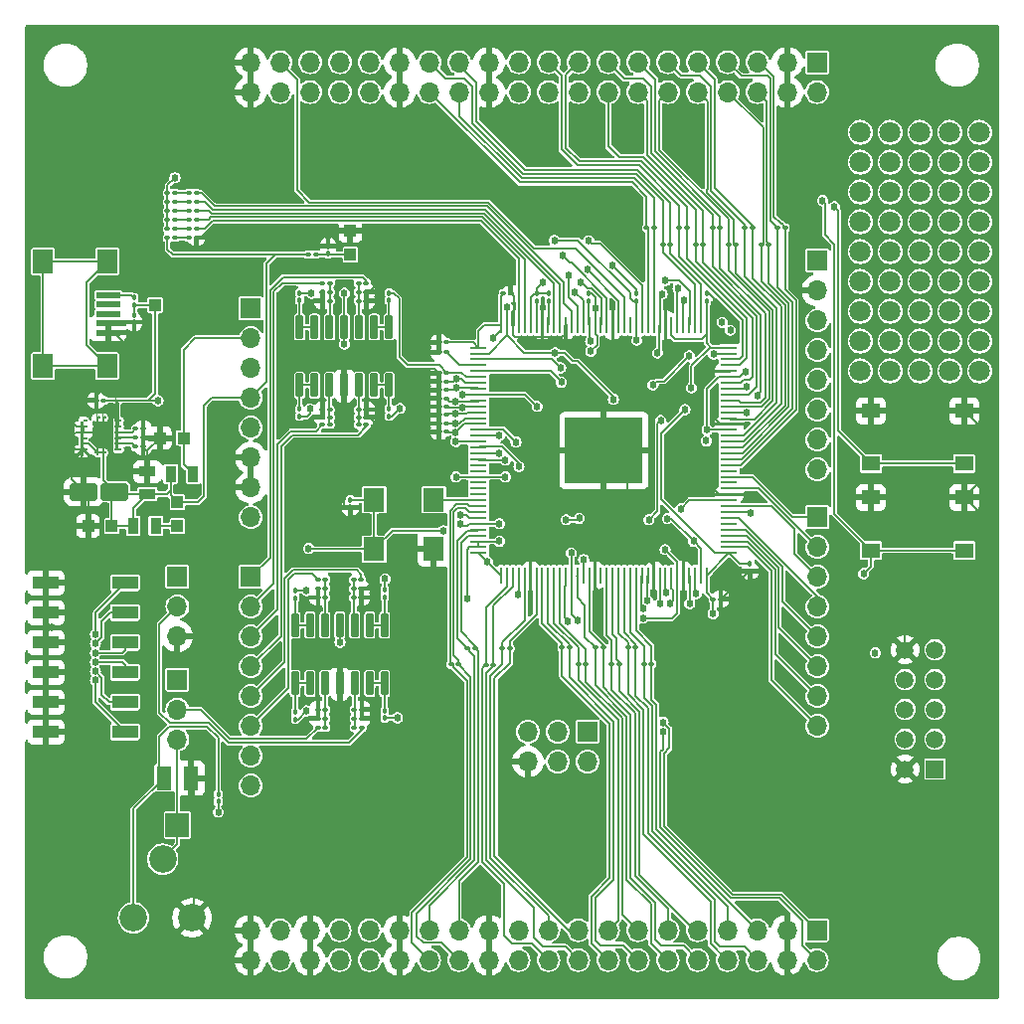
<source format=gbr>
%TF.GenerationSoftware,KiCad,Pcbnew,8.0.1*%
%TF.CreationDate,2024-05-02T11:18:54+05:30*%
%TF.ProjectId,MAX10eval,4d415831-3065-4766-916c-2e6b69636164,rev?*%
%TF.SameCoordinates,Original*%
%TF.FileFunction,Copper,L1,Top*%
%TF.FilePolarity,Positive*%
%FSLAX46Y46*%
G04 Gerber Fmt 4.6, Leading zero omitted, Abs format (unit mm)*
G04 Created by KiCad (PCBNEW 8.0.1) date 2024-05-02 11:18:54*
%MOMM*%
%LPD*%
G01*
G04 APERTURE LIST*
G04 Aperture macros list*
%AMRoundRect*
0 Rectangle with rounded corners*
0 $1 Rounding radius*
0 $2 $3 $4 $5 $6 $7 $8 $9 X,Y pos of 4 corners*
0 Add a 4 corners polygon primitive as box body*
4,1,4,$2,$3,$4,$5,$6,$7,$8,$9,$2,$3,0*
0 Add four circle primitives for the rounded corners*
1,1,$1+$1,$2,$3*
1,1,$1+$1,$4,$5*
1,1,$1+$1,$6,$7*
1,1,$1+$1,$8,$9*
0 Add four rect primitives between the rounded corners*
20,1,$1+$1,$2,$3,$4,$5,0*
20,1,$1+$1,$4,$5,$6,$7,0*
20,1,$1+$1,$6,$7,$8,$9,0*
20,1,$1+$1,$8,$9,$2,$3,0*%
%AMFreePoly0*
4,1,55,0.219508,0.125049,0.225507,0.124048,0.232508,0.123049,0.244514,0.121048,0.251516,0.119047,0.257522,0.117045,0.275526,0.108043,0.280531,0.105039,0.285528,0.101042,0.291531,0.097039,0.296539,0.093031,0.300535,0.088035,0.305539,0.084031,0.309542,0.079028,0.313541,0.073027,0.317543,0.068026,0.320543,0.063026,0.329545,0.045022,0.331548,0.039014,0.333548,0.032014,
0.335549,0.020007,0.336549,0.013008,0.337550,0.007000,0.337549,-0.007008,0.336549,-0.013008,0.335549,-0.020008,0.333548,-0.032014,0.331547,-0.039016,0.329545,-0.045022,0.323543,-0.057026,0.320543,-0.062026,0.317539,-0.068031,0.313542,-0.073028,0.309539,-0.079031,0.305531,-0.084039,0.300535,-0.088035,0.296531,-0.093039,0.291528,-0.097042,0.285527,-0.101041,0.280526,-0.105043,
0.275526,-0.108043,0.257522,-0.117045,0.251514,-0.119048,0.244514,-0.121048,0.232507,-0.123049,0.225508,-0.124049,0.219500,-0.125050,-0.212500,-0.125050,-0.212535,-0.125035,-0.212550,-0.125000,-0.212550,0.125000,-0.212535,0.125035,-0.212500,0.125050,0.219500,0.125050,0.219508,0.125049,0.219508,0.125049,$1*%
%AMFreePoly1*
4,1,55,0.219508,0.125049,0.225507,0.124048,0.232508,0.123049,0.244514,0.121048,0.251516,0.119047,0.257522,0.117045,0.275526,0.108043,0.280531,0.105039,0.285528,0.101042,0.291531,0.097039,0.296539,0.093031,0.300535,0.088035,0.305539,0.084031,0.309542,0.079028,0.313541,0.073027,0.317545,0.068022,0.320543,0.062026,0.323543,0.057026,0.329545,0.045022,0.331548,0.039014,
0.333548,0.032014,0.335549,0.020007,0.336549,0.013008,0.337550,0.007000,0.337549,-0.007008,0.336549,-0.013008,0.335549,-0.020008,0.333548,-0.032014,0.331547,-0.039016,0.329545,-0.045022,0.320543,-0.063026,0.317539,-0.068031,0.313542,-0.073028,0.309539,-0.079031,0.305531,-0.084039,0.300535,-0.088035,0.296531,-0.093039,0.291528,-0.097042,0.285527,-0.101041,0.280526,-0.105043,
0.275526,-0.108043,0.257522,-0.117045,0.251514,-0.119048,0.244514,-0.121048,0.232507,-0.123049,0.225508,-0.124049,0.219500,-0.125050,-0.212500,-0.125050,-0.212535,-0.125035,-0.212550,-0.125000,-0.212550,0.125000,-0.212535,0.125035,-0.212500,0.125050,0.219500,0.125050,0.219508,0.125049,0.219508,0.125049,$1*%
%AMFreePoly2*
4,1,62,0.007008,0.337549,0.013007,0.336548,0.020008,0.335549,0.032014,0.333548,0.039016,0.331547,0.045022,0.329545,0.063026,0.320543,0.068031,0.317539,0.073028,0.313542,0.079031,0.309539,0.084039,0.305531,0.088035,0.300535,0.093039,0.296531,0.097042,0.291528,0.101041,0.285527,0.105043,0.280526,0.108043,0.275526,0.117045,0.257522,0.119048,0.251514,0.121048,0.244514,
0.123049,0.232507,0.124049,0.225508,0.125050,0.219500,0.125050,0.125000,0.212500,0.125000,0.212500,-0.125000,0.125050,-0.125000,0.125050,-0.212500,0.125035,-0.212535,0.125000,-0.212550,-0.125000,-0.212550,-0.125035,-0.212535,-0.125050,-0.212500,-0.125050,-0.125000,-0.212500,-0.125000,-0.212500,0.125000,-0.125050,0.125000,-0.125049,0.219508,-0.124049,0.225508,-0.123049,0.232508,
-0.121048,0.244514,-0.119047,0.251516,-0.117045,0.257522,-0.108043,0.275526,-0.105039,0.280531,-0.101042,0.285528,-0.097039,0.291531,-0.093031,0.296539,-0.088035,0.300535,-0.084031,0.305539,-0.079028,0.309542,-0.073027,0.313541,-0.068026,0.317543,-0.063026,0.320543,-0.045022,0.329545,-0.039014,0.331548,-0.032014,0.333548,-0.020007,0.335549,-0.013008,0.336549,-0.007000,0.337550,
0.007000,0.337550,0.007008,0.337549,0.007008,0.337549,$1*%
%AMFreePoly3*
4,1,63,0.007008,0.337549,0.013007,0.336548,0.020008,0.335549,0.032014,0.333548,0.039016,0.331547,0.045022,0.329545,0.063026,0.320543,0.068031,0.317539,0.073028,0.313542,0.079031,0.309539,0.084039,0.305531,0.088035,0.300535,0.093039,0.296531,0.097042,0.291528,0.101041,0.285527,0.105043,0.280526,0.108043,0.275526,0.117045,0.257522,0.119048,0.251514,0.121048,0.244514,
0.123049,0.232507,0.124049,0.225508,0.125050,0.219500,0.125050,0.125000,0.212500,0.125000,0.212500,-0.125000,0.125050,-0.125000,0.125050,-0.212500,0.125035,-0.212535,0.125000,-0.212550,-0.125000,-0.212550,-0.125035,-0.212535,-0.125050,-0.212500,-0.125050,-0.125000,-0.212500,-0.125000,-0.212500,0.125000,-0.125050,0.125000,-0.125049,0.219508,-0.124049,0.225508,-0.123049,0.232508,
-0.121048,0.244514,-0.119047,0.251516,-0.117045,0.257522,-0.108043,0.275526,-0.105039,0.280531,-0.101042,0.285528,-0.097039,0.291531,-0.093031,0.296539,-0.088035,0.300535,-0.084031,0.305539,-0.079028,0.309542,-0.073027,0.313541,-0.068022,0.317545,-0.062026,0.320543,-0.057026,0.323543,-0.045022,0.329545,-0.039014,0.331548,-0.032014,0.333548,-0.020007,0.335549,-0.013008,0.336549,
-0.007000,0.337550,0.007000,0.337550,0.007008,0.337549,0.007008,0.337549,$1*%
%AMFreePoly4*
4,1,54,0.212535,0.125035,0.212550,0.125000,0.212550,-0.125000,0.212535,-0.125035,0.212500,-0.125050,-0.219508,-0.125049,-0.225507,-0.124048,-0.232508,-0.123049,-0.244514,-0.121048,-0.251516,-0.119047,-0.257522,-0.117045,-0.275526,-0.108043,-0.280531,-0.105039,-0.285528,-0.101042,-0.291531,-0.097039,-0.296539,-0.093031,-0.300535,-0.088035,-0.305539,-0.084031,-0.309542,-0.079028,-0.313541,-0.073027,
-0.317543,-0.068026,-0.320543,-0.063026,-0.329545,-0.045022,-0.331548,-0.039014,-0.333548,-0.032014,-0.335549,-0.020007,-0.336549,-0.013008,-0.337550,-0.007000,-0.337549,0.007008,-0.336549,0.013008,-0.335549,0.020008,-0.333548,0.032014,-0.331547,0.039016,-0.329545,0.045022,-0.323543,0.057026,-0.320543,0.062026,-0.317539,0.068031,-0.313542,0.073028,-0.309539,0.079031,-0.305531,0.084039,
-0.300535,0.088035,-0.296531,0.093039,-0.291528,0.097042,-0.285527,0.101041,-0.280526,0.105043,-0.275526,0.108043,-0.257522,0.117045,-0.251514,0.119048,-0.244514,0.121048,-0.232507,0.123049,-0.225508,0.124049,-0.219500,0.125050,0.212500,0.125050,0.212535,0.125035,0.212535,0.125035,$1*%
%AMFreePoly5*
4,1,53,0.212535,0.125035,0.212550,0.125000,0.212550,-0.125000,0.212535,-0.125035,0.212500,-0.125050,-0.219508,-0.125049,-0.225507,-0.124048,-0.232508,-0.123049,-0.244514,-0.121048,-0.251516,-0.119047,-0.257522,-0.117045,-0.275526,-0.108043,-0.280531,-0.105039,-0.285528,-0.101042,-0.291531,-0.097039,-0.296539,-0.093031,-0.300535,-0.088035,-0.305539,-0.084031,-0.309542,-0.079028,-0.313541,-0.073027,
-0.317543,-0.068026,-0.320543,-0.063026,-0.329545,-0.045022,-0.331548,-0.039014,-0.333548,-0.032014,-0.335549,-0.020007,-0.336549,-0.013008,-0.337550,-0.007000,-0.337549,0.007008,-0.336549,0.013008,-0.335549,0.020008,-0.333548,0.032014,-0.331547,0.039016,-0.329545,0.045022,-0.320543,0.063026,-0.317539,0.068031,-0.313542,0.073028,-0.309539,0.079031,-0.305531,0.084039,-0.300535,0.088035,
-0.296531,0.093039,-0.291528,0.097042,-0.285527,0.101041,-0.280526,0.105043,-0.275526,0.108043,-0.257522,0.117045,-0.251514,0.119048,-0.244514,0.121048,-0.232507,0.123049,-0.225508,0.124049,-0.219500,0.125050,0.212500,0.125050,0.212535,0.125035,0.212535,0.125035,$1*%
%AMFreePoly6*
4,1,54,0.212535,0.125035,0.212550,0.125000,0.212550,-0.125000,0.212535,-0.125035,0.212500,-0.125050,-0.219508,-0.125049,-0.225507,-0.124048,-0.232508,-0.123049,-0.244514,-0.121048,-0.251516,-0.119047,-0.257522,-0.117045,-0.275526,-0.108043,-0.280531,-0.105039,-0.285528,-0.101042,-0.291531,-0.097039,-0.296539,-0.093031,-0.300535,-0.088035,-0.305539,-0.084031,-0.309542,-0.079028,-0.313541,-0.073027,
-0.317545,-0.068022,-0.320543,-0.062026,-0.323543,-0.057026,-0.329545,-0.045022,-0.331548,-0.039014,-0.333548,-0.032014,-0.335549,-0.020007,-0.336549,-0.013008,-0.337550,-0.007000,-0.337549,0.007008,-0.336549,0.013008,-0.335549,0.020008,-0.333548,0.032014,-0.331547,0.039016,-0.329545,0.045022,-0.320543,0.063026,-0.317539,0.068031,-0.313542,0.073028,-0.309539,0.079031,-0.305531,0.084039,
-0.300535,0.088035,-0.296531,0.093039,-0.291528,0.097042,-0.285527,0.101041,-0.280526,0.105043,-0.275526,0.108043,-0.257522,0.117045,-0.251514,0.119048,-0.244514,0.121048,-0.232507,0.123049,-0.225508,0.124049,-0.219500,0.125050,0.212500,0.125050,0.212535,0.125035,0.212535,0.125035,$1*%
%AMFreePoly7*
4,1,61,0.125035,0.212535,0.125050,0.212500,0.125050,0.125000,0.212500,0.125000,0.212500,-0.125000,0.125050,-0.125000,0.125049,-0.219508,0.124049,-0.225508,0.123049,-0.232508,0.121048,-0.244514,0.119047,-0.251516,0.117045,-0.257522,0.108043,-0.275526,0.105039,-0.280531,0.101042,-0.285528,0.097039,-0.291531,0.093031,-0.296539,0.088035,-0.300535,0.084031,-0.305539,0.079028,-0.309542,
0.073027,-0.313541,0.068026,-0.317543,0.063026,-0.320543,0.045022,-0.329545,0.039014,-0.331548,0.032014,-0.333548,0.020007,-0.335549,0.013008,-0.336549,0.007000,-0.337550,-0.007008,-0.337549,-0.013007,-0.336548,-0.020008,-0.335549,-0.032014,-0.333548,-0.039016,-0.331547,-0.045022,-0.329545,-0.063026,-0.320543,-0.068031,-0.317539,-0.073028,-0.313542,-0.079031,-0.309539,-0.084039,-0.305531,
-0.088035,-0.300535,-0.093039,-0.296531,-0.097042,-0.291528,-0.101041,-0.285527,-0.105043,-0.280526,-0.108043,-0.275526,-0.117045,-0.257522,-0.119048,-0.251514,-0.121048,-0.244514,-0.123049,-0.232507,-0.124049,-0.225508,-0.125050,-0.219500,-0.125050,-0.125000,-0.212500,-0.125000,-0.212500,0.125000,-0.125050,0.125000,-0.125050,0.212500,-0.125035,0.212535,-0.125000,0.212550,0.125000,0.212550,
0.125035,0.212535,0.125035,0.212535,$1*%
G04 Aperture macros list end*
%TA.AperFunction,SMDPad,CuDef*%
%ADD10RoundRect,0.100000X0.130000X0.100000X-0.130000X0.100000X-0.130000X-0.100000X0.130000X-0.100000X0*%
%TD*%
%TA.AperFunction,SMDPad,CuDef*%
%ADD11RoundRect,0.100000X-0.130000X-0.100000X0.130000X-0.100000X0.130000X0.100000X-0.130000X0.100000X0*%
%TD*%
%TA.AperFunction,ComponentPad*%
%ADD12C,1.800000*%
%TD*%
%TA.AperFunction,SMDPad,CuDef*%
%ADD13R,1.549400X1.295400*%
%TD*%
%TA.AperFunction,SMDPad,CuDef*%
%ADD14RoundRect,0.100000X-0.100000X0.130000X-0.100000X-0.130000X0.100000X-0.130000X0.100000X0.130000X0*%
%TD*%
%TA.AperFunction,ComponentPad*%
%ADD15R,1.000000X1.000000*%
%TD*%
%TA.AperFunction,ComponentPad*%
%ADD16R,1.700000X1.700000*%
%TD*%
%TA.AperFunction,ComponentPad*%
%ADD17O,1.700000X1.700000*%
%TD*%
%TA.AperFunction,SMDPad,CuDef*%
%ADD18RoundRect,0.100000X0.100000X-0.130000X0.100000X0.130000X-0.100000X0.130000X-0.100000X-0.130000X0*%
%TD*%
%TA.AperFunction,SMDPad,CuDef*%
%ADD19RoundRect,0.090000X-0.210000X0.895000X-0.210000X-0.895000X0.210000X-0.895000X0.210000X0.895000X0*%
%TD*%
%TA.AperFunction,SMDPad,CuDef*%
%ADD20R,1.800000X2.000000*%
%TD*%
%TA.AperFunction,ComponentPad*%
%ADD21C,2.340000*%
%TD*%
%TA.AperFunction,SMDPad,CuDef*%
%ADD22R,1.470000X0.280000*%
%TD*%
%TA.AperFunction,SMDPad,CuDef*%
%ADD23R,0.280000X1.470000*%
%TD*%
%TA.AperFunction,SMDPad,CuDef*%
%ADD24R,6.610000X5.620000*%
%TD*%
%TA.AperFunction,SMDPad,CuDef*%
%ADD25R,2.160000X1.120000*%
%TD*%
%TA.AperFunction,SMDPad,CuDef*%
%ADD26RoundRect,0.250001X0.924999X0.499999X-0.924999X0.499999X-0.924999X-0.499999X0.924999X-0.499999X0*%
%TD*%
%TA.AperFunction,SMDPad,CuDef*%
%ADD27R,0.920000X1.380000*%
%TD*%
%TA.AperFunction,SMDPad,CuDef*%
%ADD28R,1.300000X2.000000*%
%TD*%
%TA.AperFunction,SMDPad,CuDef*%
%ADD29R,2.000000X2.000000*%
%TD*%
%TA.AperFunction,SMDPad,CuDef*%
%ADD30R,2.000000X0.500000*%
%TD*%
%TA.AperFunction,SMDPad,CuDef*%
%ADD31R,1.700000X2.000000*%
%TD*%
%TA.AperFunction,SMDPad,CuDef*%
%ADD32FreePoly0,0.000000*%
%TD*%
%TA.AperFunction,SMDPad,CuDef*%
%ADD33FreePoly1,0.000000*%
%TD*%
%TA.AperFunction,SMDPad,CuDef*%
%ADD34FreePoly2,90.000000*%
%TD*%
%TA.AperFunction,SMDPad,CuDef*%
%ADD35FreePoly3,90.000000*%
%TD*%
%TA.AperFunction,SMDPad,CuDef*%
%ADD36FreePoly4,180.000000*%
%TD*%
%TA.AperFunction,SMDPad,CuDef*%
%ADD37FreePoly5,180.000000*%
%TD*%
%TA.AperFunction,SMDPad,CuDef*%
%ADD38FreePoly6,180.000000*%
%TD*%
%TA.AperFunction,SMDPad,CuDef*%
%ADD39FreePoly7,270.000000*%
%TD*%
%TA.AperFunction,ComponentPad*%
%ADD40R,1.490000X1.490000*%
%TD*%
%TA.AperFunction,ComponentPad*%
%ADD41C,1.490000*%
%TD*%
%TA.AperFunction,SMDPad,CuDef*%
%ADD42R,1.380000X0.920000*%
%TD*%
%TA.AperFunction,ViaPad*%
%ADD43C,0.625000*%
%TD*%
%TA.AperFunction,Conductor*%
%ADD44C,0.150000*%
%TD*%
%TA.AperFunction,Conductor*%
%ADD45C,0.200000*%
%TD*%
G04 APERTURE END LIST*
D10*
%TO.P,C13,1*%
%TO.N,VCC_CORE*%
X143830000Y-81271000D03*
%TO.P,C13,2*%
%TO.N,Earth*%
X143190000Y-81271000D03*
%TD*%
%TO.P,R17,1*%
%TO.N,Net-(J6-Pin_2)*%
X136612000Y-114046000D03*
%TO.P,R17,2*%
%TO.N,Net-(U4D-+)*%
X135972000Y-114046000D03*
%TD*%
D11*
%TO.P,R29,1*%
%TO.N,DIFFIO_B7N*%
X155058200Y-108635800D03*
%TO.P,R29,2*%
%TO.N,DIFFIO_B7P*%
X155698200Y-108635800D03*
%TD*%
D10*
%TO.P,D2,1,K*%
%TO.N,LED2*%
X122535000Y-69302000D03*
%TO.P,D2,2,A*%
%TO.N,Net-(D2-A)*%
X121895000Y-69302000D03*
%TD*%
D12*
%TO.P,,1*%
%TO.N,N/C*%
X181610000Y-78613000D03*
%TD*%
D10*
%TO.P,R9,1*%
%TO.N,Arduino_A3*%
X136993000Y-88265000D03*
%TO.P,R9,2*%
%TO.N,Net-(U3D-+)*%
X136353000Y-88265000D03*
%TD*%
D11*
%TO.P,R59,1*%
%TO.N,VCCIO8*%
X120060000Y-70064000D03*
%TO.P,R59,2*%
%TO.N,Net-(D3-A)*%
X120700000Y-70064000D03*
%TD*%
D10*
%TO.P,R76,1*%
%TO.N,Earth*%
X117987600Y-89382600D03*
%TO.P,R76,2*%
%TO.N,Net-(U1-VS1)*%
X117347600Y-89382600D03*
%TD*%
D13*
%TO.P,SW1,1,1*%
%TO.N,Earth*%
X179971800Y-94473200D03*
%TO.P,SW1,2,2*%
X187921800Y-94473200D03*
%TO.P,SW1,3,3*%
%TO.N,RESET_N*%
X179971800Y-98973200D03*
%TO.P,SW1,4,4*%
X187921800Y-98973200D03*
%TD*%
D11*
%TO.P,C19,1*%
%TO.N,Earth*%
X133263000Y-77724000D03*
%TO.P,C19,2*%
%TO.N,Net-(U3B-+)*%
X133903000Y-77724000D03*
%TD*%
D10*
%TO.P,C55,1*%
%TO.N,DIFFIO_RX_L3N{slash}ADC1IN3*%
X143830000Y-85315000D03*
%TO.P,C55,2*%
%TO.N,Earth*%
X143190000Y-85315000D03*
%TD*%
D12*
%TO.P,,1*%
%TO.N,N/C*%
X179070000Y-73533000D03*
%TD*%
D11*
%TO.P,R58,1*%
%TO.N,VCCIO8*%
X120060000Y-69302000D03*
%TO.P,R58,2*%
%TO.N,Net-(D2-A)*%
X120700000Y-69302000D03*
%TD*%
D10*
%TO.P,R10,1*%
%TO.N,Arduino_A0*%
X136993000Y-76200000D03*
%TO.P,R10,2*%
%TO.N,Net-(U3A-+)*%
X136353000Y-76200000D03*
%TD*%
%TO.P,R2,1*%
%TO.N,Net-(D6-A)*%
X120700000Y-72350000D03*
%TO.P,R2,2*%
%TO.N,+3.3V*%
X120060000Y-72350000D03*
%TD*%
D12*
%TO.P,,1*%
%TO.N,N/C*%
X184150000Y-81153000D03*
%TD*%
D14*
%TO.P,R91,1*%
%TO.N,DIFFIO_RX_L5P{slash}ADC1IN6*%
X130937000Y-102402000D03*
%TO.P,R91,2*%
%TO.N,/AnalogSection/ADC1IN6*%
X130937000Y-103042000D03*
%TD*%
D10*
%TO.P,D1,1,K*%
%TO.N,LED1*%
X122535000Y-68540000D03*
%TO.P,D1,2,A*%
%TO.N,Net-(D1-A)*%
X121895000Y-68540000D03*
%TD*%
D11*
%TO.P,R7,1*%
%TO.N,Arduino_A2*%
X133263000Y-88265000D03*
%TO.P,R7,2*%
%TO.N,Net-(U3C-+)*%
X133903000Y-88265000D03*
%TD*%
D15*
%TO.P,TP1,1,1*%
%TO.N,VBUS_5V*%
X118999000Y-78105000D03*
%TD*%
D11*
%TO.P,R79,1*%
%TO.N,Earth*%
X133263000Y-76962000D03*
%TO.P,R79,2*%
%TO.N,Net-(U3B-+)*%
X133903000Y-76962000D03*
%TD*%
D10*
%TO.P,C20,1*%
%TO.N,Earth*%
X136993000Y-86995000D03*
%TO.P,C20,2*%
%TO.N,Net-(U3D-+)*%
X136353000Y-86995000D03*
%TD*%
D11*
%TO.P,R32,1*%
%TO.N,DIFFIO_B9N*%
X156510200Y-107238800D03*
%TO.P,R32,2*%
%TO.N,DIFFIO_B9P*%
X157150200Y-107238800D03*
%TD*%
D15*
%TO.P,TP4,1,1*%
%TO.N,+3.3V*%
X115316000Y-96901000D03*
%TD*%
D12*
%TO.P,,1*%
%TO.N,N/C*%
X179070000Y-63373000D03*
%TD*%
%TO.P,,1*%
%TO.N,N/C*%
X184150000Y-78613000D03*
%TD*%
%TO.P,,1*%
%TO.N,N/C*%
X186690000Y-68453000D03*
%TD*%
%TO.P,,1*%
%TO.N,N/C*%
X179070000Y-83693000D03*
%TD*%
D11*
%TO.P,C21,1*%
%TO.N,Earth*%
X133263000Y-86995000D03*
%TO.P,C21,2*%
%TO.N,Net-(U3C-+)*%
X133903000Y-86995000D03*
%TD*%
D10*
%TO.P,R45,1*%
%TO.N,DIFFIO_R18P*%
X169876000Y-71501000D03*
%TO.P,R45,2*%
%TO.N,DIFFIO_R18N*%
X169236000Y-71501000D03*
%TD*%
D12*
%TO.P,,1*%
%TO.N,N/C*%
X181610000Y-73533000D03*
%TD*%
D16*
%TO.P,J9,1,Pin_1*%
%TO.N,VCCIO6*%
X175387000Y-57404000D03*
D17*
%TO.P,J9,2,Pin_2*%
%TO.N,VREFB6N0*%
X175387000Y-59944000D03*
%TO.P,J9,3,Pin_3*%
%TO.N,Earth*%
X172847000Y-57404000D03*
%TO.P,J9,4,Pin_4*%
X172847000Y-59944000D03*
%TO.P,J9,5,Pin_5*%
%TO.N,DIFFIO_R14P{slash}CLK2P*%
X170307000Y-57404000D03*
%TO.P,J9,6,Pin_6*%
%TO.N,DIFFIO_R16P{slash}CLK3P*%
X170307000Y-59944000D03*
%TO.P,J9,7,Pin_7*%
%TO.N,DIFFIO_R14N{slash}CLK2N*%
X167767000Y-57404000D03*
%TO.P,J9,8,Pin_8*%
%TO.N,DIFFIO_R16N{slash}CLK3N*%
X167767000Y-59944000D03*
%TO.P,J9,9,Pin_9*%
%TO.N,DIFFIO_R18P*%
X165227000Y-57404000D03*
%TO.P,J9,10,Pin_10*%
%TO.N,DIFFIO_R26P{slash}DPCLK3*%
X165227000Y-59944000D03*
%TO.P,J9,11,Pin_11*%
%TO.N,DIFFIO_R18N*%
X162687000Y-57404000D03*
%TO.P,J9,12,Pin_12*%
%TO.N,DIFFIO_R26N{slash}DPCLK2*%
X162687000Y-59944000D03*
%TO.P,J9,13,Pin_13*%
%TO.N,DIFFIO_R27P*%
X160147000Y-57404000D03*
%TO.P,J9,14,Pin_14*%
%TO.N,DIFFIO_R28P*%
X160147000Y-59944000D03*
%TO.P,J9,15,Pin_15*%
%TO.N,DIFFIO_R27N*%
X157607000Y-57404000D03*
%TO.P,J9,16,Pin_16*%
%TO.N,DIFFIO_R28N*%
X157607000Y-59944000D03*
%TO.P,J9,17,Pin_17*%
%TO.N,DIFFIO_R33P*%
X155067000Y-57404000D03*
%TO.P,J9,18,Pin_18*%
%TO.N,unconnected-(J9-Pin_18-Pad18)*%
X155067000Y-59944000D03*
%TO.P,J9,19,Pin_19*%
%TO.N,DIFFIO_R33N*%
X152527000Y-57404000D03*
%TO.P,J9,20,Pin_20*%
%TO.N,unconnected-(J9-Pin_20-Pad20)*%
X152527000Y-59944000D03*
%TO.P,J9,21,Pin_21*%
%TO.N,VCCIO7*%
X149987000Y-57404000D03*
%TO.P,J9,22,Pin_22*%
%TO.N,VREFB7N0*%
X149987000Y-59944000D03*
%TO.P,J9,23,Pin_23*%
%TO.N,Earth*%
X147447000Y-57404000D03*
%TO.P,J9,24,Pin_24*%
X147447000Y-59944000D03*
%TO.P,J9,25,Pin_25*%
%TO.N,DIFFIO_T1P*%
X144907000Y-57404000D03*
%TO.P,J9,26,Pin_26*%
%TO.N,DIFFIO_T10P*%
X144907000Y-59944000D03*
%TO.P,J9,27,Pin_27*%
%TO.N,DIFFIO_T1N*%
X142367000Y-57404000D03*
%TO.P,J9,28,Pin_28*%
%TO.N,DIFFIO_T10N*%
X142367000Y-59944000D03*
%TO.P,J9,29,Pin_29*%
%TO.N,Earth*%
X139827000Y-57404000D03*
%TO.P,J9,30,Pin_30*%
X139827000Y-59944000D03*
%TO.P,J9,31,Pin_31*%
%TO.N,unconnected-(J9-Pin_31-Pad31)*%
X137287000Y-57404000D03*
%TO.P,J9,32,Pin_32*%
%TO.N,DIFFIO_T4N*%
X137287000Y-59944000D03*
%TO.P,J9,33,Pin_33*%
%TO.N,unconnected-(J9-Pin_33-Pad33)*%
X134747000Y-57404000D03*
%TO.P,J9,34,Pin_34*%
%TO.N,DIFFIO_T6P*%
X134747000Y-59944000D03*
%TO.P,J9,35,Pin_35*%
%TO.N,VCCIO8*%
X132207000Y-57404000D03*
%TO.P,J9,36,Pin_36*%
%TO.N,VCCIO5*%
X132207000Y-59944000D03*
%TO.P,J9,37,Pin_37*%
%TO.N,VREFB8N0*%
X129667000Y-57404000D03*
%TO.P,J9,38,Pin_38*%
%TO.N,VREFB5N0*%
X129667000Y-59944000D03*
%TO.P,J9,39,Pin_39*%
%TO.N,Earth*%
X127127000Y-57404000D03*
%TO.P,J9,40,Pin_40*%
X127127000Y-59944000D03*
%TD*%
D14*
%TO.P,C35,1*%
%TO.N,VCC_CORE*%
X135636000Y-94676000D03*
%TO.P,C35,2*%
%TO.N,Earth*%
X135636000Y-95316000D03*
%TD*%
D12*
%TO.P,,1*%
%TO.N,N/C*%
X179070000Y-78613000D03*
%TD*%
D11*
%TO.P,R35,1*%
%TO.N,DIFFIO_B12N*%
X157907200Y-108635800D03*
%TO.P,R35,2*%
%TO.N,DIFFIO_B12P*%
X158547200Y-108635800D03*
%TD*%
D10*
%TO.P,R41,1*%
%TO.N,DIFFIO_R14P{slash}CLK2P*%
X172670000Y-71501000D03*
%TO.P,R41,2*%
%TO.N,DIFFIO_R14N{slash}CLK2N*%
X172030000Y-71501000D03*
%TD*%
D12*
%TO.P,,1*%
%TO.N,N/C*%
X179070000Y-65913000D03*
%TD*%
D10*
%TO.P,C57,1*%
%TO.N,DIFFIO_RX_L5N{slash}ADC1IN5*%
X143830000Y-86741000D03*
%TO.P,C57,2*%
%TO.N,Earth*%
X143190000Y-86741000D03*
%TD*%
D14*
%TO.P,C2,1*%
%TO.N,VBUS_5V*%
X117221000Y-78907000D03*
%TO.P,C2,2*%
%TO.N,Earth*%
X117221000Y-79547000D03*
%TD*%
D12*
%TO.P,,1*%
%TO.N,N/C*%
X189230000Y-83693000D03*
%TD*%
%TO.P,,1*%
%TO.N,N/C*%
X184150000Y-73533000D03*
%TD*%
D11*
%TO.P,R39,1*%
%TO.N,DIFFIO_B16N*%
X160646200Y-108635800D03*
%TO.P,R39,2*%
%TO.N,DIFFIO_B16P*%
X161286200Y-108635800D03*
%TD*%
D10*
%TO.P,R49,1*%
%TO.N,DIFFIO_R28P*%
X165685000Y-72898000D03*
%TO.P,R49,2*%
%TO.N,DIFFIO_R28N*%
X165045000Y-72898000D03*
%TD*%
D12*
%TO.P,,1*%
%TO.N,N/C*%
X189230000Y-78613000D03*
%TD*%
D18*
%TO.P,R89,1*%
%TO.N,DIFFIO_RX_L3P{slash}ADC1IN4*%
X138938000Y-87548000D03*
%TO.P,R89,2*%
%TO.N,/AnalogSection/ADC1IN4*%
X138938000Y-86908000D03*
%TD*%
D16*
%TO.P,J11,1,Pin_1*%
%TO.N,Arduino_IO12*%
X155829000Y-114427000D03*
D17*
%TO.P,J11,2,Pin_2*%
%TO.N,VBUS_5V*%
X155829000Y-116967000D03*
%TO.P,J11,3,Pin_3*%
%TO.N,Arduino_IO13*%
X153289000Y-114427000D03*
%TO.P,J11,4,Pin_4*%
%TO.N,Arduino_IO11*%
X153289000Y-116967000D03*
%TO.P,J11,5,Pin_5*%
%TO.N,RESET_N*%
X150749000Y-114427000D03*
%TO.P,J11,6,Pin_6*%
%TO.N,Earth*%
X150749000Y-116967000D03*
%TD*%
D12*
%TO.P,,1*%
%TO.N,N/C*%
X189230000Y-81153000D03*
%TD*%
%TO.P,,1*%
%TO.N,N/C*%
X181610000Y-70993000D03*
%TD*%
%TO.P,,1*%
%TO.N,N/C*%
X179070000Y-70993000D03*
%TD*%
D11*
%TO.P,R30,1*%
%TO.N,DIFFIO_B1N*%
X147163000Y-108712000D03*
%TO.P,R30,2*%
%TO.N,DIFFIO_B1P*%
X147803000Y-108712000D03*
%TD*%
D19*
%TO.P,U4,1*%
%TO.N,/AnalogSection/ADC1IN5*%
X138557000Y-105344500D03*
%TO.P,U4,2,-*%
X137287000Y-105344500D03*
%TO.P,U4,3,+*%
%TO.N,Net-(U4A-+)*%
X136017000Y-105344500D03*
%TO.P,U4,4,V+*%
%TO.N,VCCA_3.3V*%
X134747000Y-105344500D03*
%TO.P,U4,5,+*%
%TO.N,Net-(U4B-+)*%
X133477000Y-105344500D03*
%TO.P,U4,6,-*%
%TO.N,/AnalogSection/ADC1IN6*%
X132207000Y-105344500D03*
%TO.P,U4,7*%
X130937000Y-105344500D03*
%TO.P,U4,8*%
%TO.N,/AnalogSection/ADC1IN7*%
X130937000Y-110294500D03*
%TO.P,U4,9,-*%
X132207000Y-110294500D03*
%TO.P,U4,10,+*%
%TO.N,Net-(U4C-+)*%
X133477000Y-110294500D03*
%TO.P,U4,11,V-*%
%TO.N,Earth*%
X134747000Y-110294500D03*
%TO.P,U4,12,+*%
%TO.N,Net-(U4D-+)*%
X136017000Y-110294500D03*
%TO.P,U4,13,-*%
%TO.N,/AnalogSection/ADC1IN8*%
X137287000Y-110294500D03*
%TO.P,U4,14*%
X138557000Y-110294500D03*
%TD*%
D12*
%TO.P,,1*%
%TO.N,N/C*%
X184150000Y-63373000D03*
%TD*%
D11*
%TO.P,R34,1*%
%TO.N,DIFFIO_L27N{slash}PLL_CLKOUTN*%
X145613600Y-107315000D03*
%TO.P,R34,2*%
%TO.N,DIFFIO_L27P{slash}PLL_CLKOUTP*%
X146253600Y-107315000D03*
%TD*%
D12*
%TO.P,,1*%
%TO.N,N/C*%
X189230000Y-65913000D03*
%TD*%
D10*
%TO.P,R42,1*%
%TO.N,DIFFIO_T1P*%
X162891000Y-72898000D03*
%TO.P,R42,2*%
%TO.N,DIFFIO_T1N*%
X162251000Y-72898000D03*
%TD*%
%TO.P,D6,1,K*%
%TO.N,Earth*%
X122535000Y-72350000D03*
%TO.P,D6,2,A*%
%TO.N,Net-(D6-A)*%
X121895000Y-72350000D03*
%TD*%
D14*
%TO.P,R90,1*%
%TO.N,DIFFIO_RX_L5N{slash}ADC1IN5*%
X138557000Y-102317000D03*
%TO.P,R90,2*%
%TO.N,/AnalogSection/ADC1IN5*%
X138557000Y-102957000D03*
%TD*%
D11*
%TO.P,R84,1*%
%TO.N,Earth*%
X132882000Y-113284000D03*
%TO.P,R84,2*%
%TO.N,Net-(U4C-+)*%
X133522000Y-113284000D03*
%TD*%
D10*
%TO.P,C56,1*%
%TO.N,DIFFIO_RX_L3P{slash}ADC1IN4*%
X143830000Y-86028000D03*
%TO.P,C56,2*%
%TO.N,Earth*%
X143190000Y-86028000D03*
%TD*%
%TO.P,C58,1*%
%TO.N,DIFFIO_RX_L5P{slash}ADC1IN6*%
X143830000Y-87454000D03*
%TO.P,C58,2*%
%TO.N,Earth*%
X143190000Y-87454000D03*
%TD*%
D12*
%TO.P,,1*%
%TO.N,N/C*%
X189230000Y-73533000D03*
%TD*%
D10*
%TO.P,C54,1*%
%TO.N,DIFFIO_RX_L1P{slash}ADC1IN2*%
X143830000Y-84602000D03*
%TO.P,C54,2*%
%TO.N,Earth*%
X143190000Y-84602000D03*
%TD*%
D12*
%TO.P,,1*%
%TO.N,N/C*%
X181610000Y-63373000D03*
%TD*%
D10*
%TO.P,R20,1*%
%TO.N,Arduino_A4*%
X136570000Y-101473000D03*
%TO.P,R20,2*%
%TO.N,Net-(U4A-+)*%
X135930000Y-101473000D03*
%TD*%
D11*
%TO.P,C15,1*%
%TO.N,VCC_CORE*%
X166537000Y-103124000D03*
%TO.P,C15,2*%
%TO.N,Earth*%
X167177000Y-103124000D03*
%TD*%
D12*
%TO.P,,1*%
%TO.N,N/C*%
X181610000Y-68453000D03*
%TD*%
%TO.P,,1*%
%TO.N,N/C*%
X186690000Y-83693000D03*
%TD*%
D10*
%TO.P,C1,1*%
%TO.N,VBUS_5V*%
X114640500Y-86196500D03*
%TO.P,C1,2*%
%TO.N,Earth*%
X114000500Y-86196500D03*
%TD*%
D11*
%TO.P,R8,1*%
%TO.N,Arduino_A1*%
X133263000Y-76200000D03*
%TO.P,R8,2*%
%TO.N,Net-(U3B-+)*%
X133903000Y-76200000D03*
%TD*%
D15*
%TO.P,TP3,1,1*%
%TO.N,VCC_CORE*%
X120904000Y-96901000D03*
%TD*%
D10*
%TO.P,C60,1*%
%TO.N,DIFFIO_RX_L7P{slash}ADC1IN8*%
X143830000Y-88880000D03*
%TO.P,C60,2*%
%TO.N,Earth*%
X143190000Y-88880000D03*
%TD*%
%TO.P,R48,1*%
%TO.N,DIFFIO_R27P*%
X167137000Y-71501000D03*
%TO.P,R48,2*%
%TO.N,DIFFIO_R27N*%
X166497000Y-71501000D03*
%TD*%
D12*
%TO.P,,1*%
%TO.N,N/C*%
X189230000Y-63373000D03*
%TD*%
D16*
%TO.P,J3,1,Pin_1*%
%TO.N,Arduino_Vref*%
X175412000Y-74310000D03*
D17*
%TO.P,J3,2,Pin_2*%
%TO.N,Earth*%
X175412000Y-76850000D03*
%TO.P,J3,3,Pin_3*%
%TO.N,Arduino_IO13*%
X175412000Y-79390000D03*
%TO.P,J3,4,Pin_4*%
%TO.N,Arduino_IO12*%
X175412000Y-81930000D03*
%TO.P,J3,5,Pin_5*%
%TO.N,Arduino_IO11*%
X175412000Y-84470000D03*
%TO.P,J3,6,Pin_6*%
%TO.N,Arduino_IO10*%
X175412000Y-87010000D03*
%TO.P,J3,7,Pin_7*%
%TO.N,Arduino_IO9*%
X175412000Y-89550000D03*
%TO.P,J3,8,Pin_8*%
%TO.N,Arduino_IO8*%
X175412000Y-92090000D03*
%TD*%
D14*
%TO.P,R86,1*%
%TO.N,DIFFIO_RX_L1N{slash}ADC1IN1*%
X138938000Y-77044000D03*
%TO.P,R86,2*%
%TO.N,/AnalogSection/ADC1IN1*%
X138938000Y-77684000D03*
%TD*%
D11*
%TO.P,R37,1*%
%TO.N,DIFFIO_B14N*%
X159279200Y-107238800D03*
%TO.P,R37,2*%
%TO.N,DIFFIO_B14P*%
X159919200Y-107238800D03*
%TD*%
D10*
%TO.P,C59,1*%
%TO.N,DIFFIO_RX_L7N{slash}ADC1IN7*%
X143830000Y-88167000D03*
%TO.P,C59,2*%
%TO.N,Earth*%
X143190000Y-88167000D03*
%TD*%
D12*
%TO.P,,1*%
%TO.N,N/C*%
X181610000Y-81153000D03*
%TD*%
D18*
%TO.P,R88,1*%
%TO.N,DIFFIO_RX_L3N{slash}ADC1IN3*%
X131318000Y-87569000D03*
%TO.P,R88,2*%
%TO.N,/AnalogSection/ADC1IN3*%
X131318000Y-86929000D03*
%TD*%
D12*
%TO.P,,1*%
%TO.N,N/C*%
X189230000Y-76073000D03*
%TD*%
D14*
%TO.P,R72,1*%
%TO.N,VCCIO8*%
X160020000Y-77114000D03*
%TO.P,R72,2*%
%TO.N,RESET_N*%
X160020000Y-77754000D03*
%TD*%
D11*
%TO.P,R33,1*%
%TO.N,DIFFIO_B3N*%
X148585000Y-107315000D03*
%TO.P,R33,2*%
%TO.N,DIFFIO_B3P*%
X149225000Y-107315000D03*
%TD*%
D12*
%TO.P,,1*%
%TO.N,N/C*%
X179070000Y-68453000D03*
%TD*%
%TO.P,,1*%
%TO.N,N/C*%
X186690000Y-70993000D03*
%TD*%
D11*
%TO.P,R80,1*%
%TO.N,Earth*%
X133263000Y-87630000D03*
%TO.P,R80,2*%
%TO.N,Net-(U3C-+)*%
X133903000Y-87630000D03*
%TD*%
D12*
%TO.P,,1*%
%TO.N,N/C*%
X189230000Y-70993000D03*
%TD*%
D10*
%TO.P,R43,1*%
%TO.N,DIFFIO_R16P{slash}CLK3P*%
X171273000Y-72898000D03*
%TO.P,R43,2*%
%TO.N,DIFFIO_R16N{slash}CLK3N*%
X170633000Y-72898000D03*
%TD*%
D12*
%TO.P,,1*%
%TO.N,N/C*%
X186690000Y-78613000D03*
%TD*%
D11*
%TO.P,R83,1*%
%TO.N,Earth*%
X132882000Y-102235000D03*
%TO.P,R83,2*%
%TO.N,Net-(U4B-+)*%
X133522000Y-102235000D03*
%TD*%
D10*
%TO.P,R81,1*%
%TO.N,Earth*%
X136993000Y-87630000D03*
%TO.P,R81,2*%
%TO.N,Net-(U3D-+)*%
X136353000Y-87630000D03*
%TD*%
%TO.P,R50,1*%
%TO.N,DIFFIO_R33P*%
X164288000Y-71501000D03*
%TO.P,R50,2*%
%TO.N,DIFFIO_R33N*%
X163648000Y-71501000D03*
%TD*%
%TO.P,C53,1*%
%TO.N,DIFFIO_RX_L1N{slash}ADC1IN1*%
X143830000Y-83889000D03*
%TO.P,C53,2*%
%TO.N,Earth*%
X143190000Y-83889000D03*
%TD*%
D20*
%TO.P,X1,1,EOH*%
%TO.N,VCC_CORE*%
X137668000Y-98874000D03*
%TO.P,X1,2,GND*%
%TO.N,Earth*%
X142748000Y-98874000D03*
%TO.P,X1,3,OUT*%
%TO.N,OSC_OUT*%
X142748000Y-94674000D03*
%TO.P,X1,4,VCC*%
%TO.N,VCC_CORE*%
X137668000Y-94674000D03*
%TD*%
D16*
%TO.P,J7,1,Pin_1*%
%TO.N,Arduino_A6*%
X120904000Y-109982000D03*
D17*
%TO.P,J7,2,Pin_2*%
%TO.N,Net-(J7-Pin_2)*%
X120904000Y-112522000D03*
%TO.P,J7,3,Pin_3*%
%TO.N,Net-(J7-Pin_3)*%
X120904000Y-115062000D03*
%TD*%
D11*
%TO.P,C23,1*%
%TO.N,Earth*%
X132882000Y-102997000D03*
%TO.P,C23,2*%
%TO.N,Net-(U4B-+)*%
X133522000Y-102997000D03*
%TD*%
D10*
%TO.P,C24,1*%
%TO.N,Earth*%
X136612000Y-112522000D03*
%TO.P,C24,2*%
%TO.N,Net-(U4D-+)*%
X135972000Y-112522000D03*
%TD*%
D18*
%TO.P,C14,1*%
%TO.N,VCC_CORE*%
X165989000Y-77754000D03*
%TO.P,C14,2*%
%TO.N,Earth*%
X165989000Y-77114000D03*
%TD*%
D12*
%TO.P,,1*%
%TO.N,N/C*%
X184150000Y-70993000D03*
%TD*%
%TO.P,,1*%
%TO.N,N/C*%
X179070000Y-76073000D03*
%TD*%
%TO.P,,1*%
%TO.N,N/C*%
X179070000Y-81153000D03*
%TD*%
D18*
%TO.P,R93,1*%
%TO.N,DIFFIO_RX_L7P{slash}ADC1IN8*%
X138557000Y-113244000D03*
%TO.P,R93,2*%
%TO.N,/AnalogSection/ADC1IN8*%
X138557000Y-112604000D03*
%TD*%
D16*
%TO.P,J5,1,Pin_1*%
%TO.N,Arduino_IO7*%
X175412000Y-96154000D03*
D17*
%TO.P,J5,2,Pin_2*%
%TO.N,Arduino_IO6*%
X175412000Y-98694000D03*
%TO.P,J5,3,Pin_3*%
%TO.N,Arduino_IO5*%
X175412000Y-101234000D03*
%TO.P,J5,4,Pin_4*%
%TO.N,Arduino_IO4*%
X175412000Y-103774000D03*
%TO.P,J5,5,Pin_5*%
%TO.N,Arduino_IO3*%
X175412000Y-106314000D03*
%TO.P,J5,6,Pin_6*%
%TO.N,Arduino_IO2*%
X175412000Y-108854000D03*
%TO.P,J5,7,Pin_7*%
%TO.N,Arduino_IO1*%
X175412000Y-111394000D03*
%TO.P,J5,8,Pin_8*%
%TO.N,Arduino_IO0*%
X175412000Y-113934000D03*
%TD*%
D11*
%TO.P,R60,1*%
%TO.N,VCCIO8*%
X120060000Y-70826000D03*
%TO.P,R60,2*%
%TO.N,Net-(D4-A)*%
X120700000Y-70826000D03*
%TD*%
D12*
%TO.P,,1*%
%TO.N,N/C*%
X184150000Y-76073000D03*
%TD*%
D14*
%TO.P,C11,1*%
%TO.N,VCC_CORE*%
X169672000Y-100116000D03*
%TO.P,C11,2*%
%TO.N,Earth*%
X169672000Y-100756000D03*
%TD*%
D10*
%TO.P,R77,1*%
%TO.N,Earth*%
X117987600Y-90160500D03*
%TO.P,R77,2*%
%TO.N,Net-(U1-VS2)*%
X117347600Y-90160500D03*
%TD*%
%TO.P,R78,1*%
%TO.N,Earth*%
X136993000Y-76962000D03*
%TO.P,R78,2*%
%TO.N,Net-(U3A-+)*%
X136353000Y-76962000D03*
%TD*%
D21*
%TO.P,R94,1,1*%
%TO.N,Net-(R15-Pad2)*%
X117159000Y-130262000D03*
%TO.P,R94,2,2*%
%TO.N,Net-(J7-Pin_3)*%
X119659000Y-125262000D03*
%TO.P,R94,3,3*%
%TO.N,Earth*%
X122159000Y-130262000D03*
%TD*%
D16*
%TO.P,J4,1,Pin_1*%
%TO.N,Arduino_A0*%
X127152000Y-101234000D03*
D17*
%TO.P,J4,2,Pin_2*%
%TO.N,Arduino_A1*%
X127152000Y-103774000D03*
%TO.P,J4,3,Pin_3*%
%TO.N,Arduino_A2*%
X127152000Y-106314000D03*
%TO.P,J4,4,Pin_4*%
%TO.N,Arduino_A3*%
X127152000Y-108854000D03*
%TO.P,J4,5,Pin_5*%
%TO.N,Arduino_A4*%
X127152000Y-111394000D03*
%TO.P,J4,6,Pin_6*%
%TO.N,Arduino_A5*%
X127152000Y-113934000D03*
%TO.P,J4,7,Pin_7*%
%TO.N,Arduino_A6*%
X127152000Y-116474000D03*
%TO.P,J4,8,Pin_8*%
%TO.N,Arduino_A7*%
X127152000Y-119014000D03*
%TD*%
D18*
%TO.P,R15,1*%
%TO.N,VCCA_3.3V*%
X124383800Y-120364800D03*
%TO.P,R15,2*%
%TO.N,Net-(R15-Pad2)*%
X124383800Y-119724800D03*
%TD*%
D10*
%TO.P,D3,1,K*%
%TO.N,LED3*%
X122535000Y-70064000D03*
%TO.P,D3,2,A*%
%TO.N,Net-(D3-A)*%
X121895000Y-70064000D03*
%TD*%
D11*
%TO.P,C26,1*%
%TO.N,Earth*%
X132882000Y-112522000D03*
%TO.P,C26,2*%
%TO.N,Net-(U4C-+)*%
X133522000Y-112522000D03*
%TD*%
D22*
%TO.P,U2,1,VCC_ONE*%
%TO.N,VCC_CORE*%
X146558000Y-81710000D03*
%TO.P,U2,2,VCCA6*%
%TO.N,VCCA_3.3V*%
X146558000Y-82210000D03*
%TO.P,U2,3,ANAIN1*%
%TO.N,ANAIN1*%
X146558000Y-82710000D03*
%TO.P,U2,4,REFGND*%
%TO.N,REFGND*%
X146558000Y-83210000D03*
%TO.P,U2,5,ADC_VREF*%
%TO.N,ADC_VREF*%
X146558000Y-83710000D03*
%TO.P,U2,6,IO*%
%TO.N,DIFFIO_RX_L1N{slash}ADC1IN1*%
X146558000Y-84210000D03*
%TO.P,U2,7,IO*%
%TO.N,DIFFIO_RX_L1P{slash}ADC1IN2*%
X146558000Y-84710000D03*
%TO.P,U2,8,IO*%
%TO.N,DIFFIO_RX_L3N{slash}ADC1IN3*%
X146558000Y-85210000D03*
%TO.P,U2,9,VCCIO1A*%
%TO.N,VCCIO1A*%
X146558000Y-85710000D03*
%TO.P,U2,10,IO*%
%TO.N,DIFFIO_RX_L3P{slash}ADC1IN4*%
X146558000Y-86210000D03*
%TO.P,U2,11,IO*%
%TO.N,DIFFIO_RX_L5N{slash}ADC1IN5*%
X146558000Y-86710000D03*
%TO.P,U2,12,IO*%
%TO.N,DIFFIO_RX_L5P{slash}ADC1IN6*%
X146558000Y-87210000D03*
%TO.P,U2,13,IO*%
%TO.N,DIFFIO_RX_L7N{slash}ADC1IN7*%
X146558000Y-87710000D03*
%TO.P,U2,14,IO*%
%TO.N,DIFFIO_RX_L7P{slash}ADC1IN8*%
X146558000Y-88210000D03*
%TO.P,U2,15,IO*%
%TO.N,JTAGEN*%
X146558000Y-88710000D03*
%TO.P,U2,16,IO*%
%TO.N,TMS*%
X146558000Y-89210000D03*
%TO.P,U2,17,IO*%
%TO.N,VREFB1N0*%
X146558000Y-89710000D03*
%TO.P,U2,18,IO*%
%TO.N,TCK*%
X146558000Y-90210000D03*
%TO.P,U2,19,IO*%
%TO.N,TDI*%
X146558000Y-90710000D03*
%TO.P,U2,20,IO*%
%TO.N,TDO*%
X146558000Y-91210000D03*
%TO.P,U2,21,IO*%
%TO.N,unconnected-(U2A-IO-Pad21)*%
X146558000Y-91710000D03*
%TO.P,U2,22,IO*%
%TO.N,unconnected-(U2A-IO-Pad22)*%
X146558000Y-92210000D03*
%TO.P,U2,23,VCCIO1B*%
%TO.N,VCCIO1B*%
X146558000Y-92710000D03*
%TO.P,U2,24,IO*%
%TO.N,unconnected-(U2A-IO-Pad24)*%
X146558000Y-93210000D03*
%TO.P,U2,25,IO*%
%TO.N,unconnected-(U2A-IO-Pad25)*%
X146558000Y-93710000D03*
%TO.P,U2,26,IO*%
%TO.N,unconnected-(U2A-IO-Pad26)*%
X146558000Y-94210000D03*
%TO.P,U2,27,IO*%
%TO.N,OSC_OUT*%
X146558000Y-94710000D03*
%TO.P,U2,28,IO*%
%TO.N,DIFFIO_L20N{slash}CLK1N*%
X146558000Y-95210000D03*
%TO.P,U2,29,IO*%
%TO.N,DIFFIO_L20P{slash}CLK1P*%
X146558000Y-95710000D03*
%TO.P,U2,30,IO*%
%TO.N,VREFB2N0*%
X146558000Y-96210000D03*
%TO.P,U2,31,VCCIO2*%
%TO.N,VCCIO2*%
X146558000Y-96710000D03*
%TO.P,U2,32,IO*%
%TO.N,DIFFIO_L27N{slash}PLL_CLKOUTN*%
X146558000Y-97210000D03*
%TO.P,U2,33,IO*%
%TO.N,DIFFIO_L27P{slash}PLL_CLKOUTP*%
X146558000Y-97710000D03*
%TO.P,U2,34,VCCA2*%
%TO.N,VCCA_3.3V*%
X146558000Y-98210000D03*
%TO.P,U2,35,VCCA1*%
X146558000Y-98710000D03*
%TO.P,U2,36,VCC_ONE*%
%TO.N,VCC_CORE*%
X146558000Y-99210000D03*
D23*
%TO.P,U2,37,VCC_ONE*%
X148478000Y-101130000D03*
%TO.P,U2,38,IO*%
%TO.N,DIFFIO_B1N*%
X148978000Y-101130000D03*
%TO.P,U2,39,IO*%
%TO.N,DIFFIO_B1P*%
X149478000Y-101130000D03*
%TO.P,U2,40,VCCIO3*%
%TO.N,VCCIO3*%
X149978000Y-101130000D03*
%TO.P,U2,41,IO*%
%TO.N,DIFFIO_B3N*%
X150478000Y-101130000D03*
%TO.P,U2,42,GND*%
%TO.N,Earth*%
X150978000Y-101130000D03*
%TO.P,U2,43,IO*%
%TO.N,DIFFIO_B3P*%
X151478000Y-101130000D03*
%TO.P,U2,44,IO*%
%TO.N,DIFFIO_B5N*%
X151978000Y-101130000D03*
%TO.P,U2,45,IO*%
%TO.N,DIFFIO_B5P*%
X152478000Y-101130000D03*
%TO.P,U2,46,IO*%
%TO.N,DIFFIO_B7N*%
X152978000Y-101130000D03*
%TO.P,U2,47,IO*%
%TO.N,DIFFIO_B7P*%
X153478000Y-101130000D03*
%TO.P,U2,48,IO*%
%TO.N,VREFB3N0*%
X153978000Y-101130000D03*
%TO.P,U2,49,VCCIO3*%
%TO.N,VCCIO3*%
X154478000Y-101130000D03*
%TO.P,U2,50,IO*%
%TO.N,DIFFIO_B9N*%
X154978000Y-101130000D03*
%TO.P,U2,51,VCC_ONE*%
%TO.N,VCC_CORE*%
X155478000Y-101130000D03*
%TO.P,U2,52,IO*%
%TO.N,DIFFIO_B9P*%
X155978000Y-101130000D03*
%TO.P,U2,53,GND*%
%TO.N,Earth*%
X156478000Y-101130000D03*
%TO.P,U2,54,IO*%
%TO.N,unconnected-(U2A-IO-Pad54)*%
X156978000Y-101130000D03*
%TO.P,U2,55,IO*%
%TO.N,DIFFIO_B12N*%
X157478000Y-101130000D03*
%TO.P,U2,56,IO*%
%TO.N,DIFFIO_B12P*%
X157978000Y-101130000D03*
%TO.P,U2,57,IO*%
%TO.N,DIFFIO_B14N*%
X158478000Y-101130000D03*
%TO.P,U2,58,IO*%
%TO.N,DIFFIO_B14P*%
X158978000Y-101130000D03*
%TO.P,U2,59,IO*%
%TO.N,DIFFIO_B16N*%
X159478000Y-101130000D03*
%TO.P,U2,60,IO*%
%TO.N,DIFFIO_B16P*%
X159978000Y-101130000D03*
%TO.P,U2,61,IO*%
%TO.N,VREFB4N0*%
X160478000Y-101130000D03*
%TO.P,U2,62,IO*%
%TO.N,Arduino_IO8*%
X160978000Y-101130000D03*
%TO.P,U2,63,GND*%
%TO.N,Earth*%
X161478000Y-101130000D03*
%TO.P,U2,64,IO*%
%TO.N,Arduino_IO9*%
X161978000Y-101130000D03*
%TO.P,U2,65,IO*%
%TO.N,Arduino_IO10*%
X162478000Y-101130000D03*
%TO.P,U2,66,IO*%
%TO.N,Arduino_IO11*%
X162978000Y-101130000D03*
%TO.P,U2,67,VCCIO4*%
%TO.N,VCCIO4*%
X163478000Y-101130000D03*
%TO.P,U2,68,GND*%
%TO.N,Earth*%
X163978000Y-101130000D03*
%TO.P,U2,69,IO*%
%TO.N,Arduino_IO12*%
X164478000Y-101130000D03*
%TO.P,U2,70,IO*%
%TO.N,Arduino_IO13*%
X164978000Y-101130000D03*
%TO.P,U2,71,VCCA5*%
%TO.N,VCCA_3.3V*%
X165478000Y-101130000D03*
%TO.P,U2,72,VCC_ONE*%
%TO.N,VCC_CORE*%
X165978000Y-101130000D03*
D22*
%TO.P,U2,73,VCC_ONE*%
X167898000Y-99210000D03*
%TO.P,U2,74,IO*%
%TO.N,Arduino_IO0*%
X167898000Y-98710000D03*
%TO.P,U2,75,IO*%
%TO.N,Arduino_IO1*%
X167898000Y-98210000D03*
%TO.P,U2,76,IO*%
%TO.N,Arduino_IO2*%
X167898000Y-97710000D03*
%TO.P,U2,77,IO*%
%TO.N,Arduino_IO3*%
X167898000Y-97210000D03*
%TO.P,U2,78,IO*%
%TO.N,unconnected-(U2B-IO-Pad78)*%
X167898000Y-96710000D03*
%TO.P,U2,79,IO*%
%TO.N,Arduino_IO4*%
X167898000Y-96210000D03*
%TO.P,U2,80,IO*%
%TO.N,VREFB5N0*%
X167898000Y-95710000D03*
%TO.P,U2,81,IO*%
%TO.N,Arduino_IO5*%
X167898000Y-95210000D03*
%TO.P,U2,82,VCCIO5*%
%TO.N,VCCIO5*%
X167898000Y-94710000D03*
%TO.P,U2,83,GND*%
%TO.N,Earth*%
X167898000Y-94210000D03*
%TO.P,U2,84,IO*%
%TO.N,Arduino_IO6*%
X167898000Y-93710000D03*
%TO.P,U2,85,IO*%
%TO.N,unconnected-(U2B-IO-Pad85)*%
X167898000Y-93210000D03*
%TO.P,U2,86,IO*%
%TO.N,Arduino_IO7*%
X167898000Y-92710000D03*
%TO.P,U2,87,IO*%
%TO.N,unconnected-(U2B-IO-Pad87)*%
X167898000Y-92210000D03*
%TO.P,U2,88,IO*%
%TO.N,DIFFIO_R14P{slash}CLK2P*%
X167898000Y-91710000D03*
%TO.P,U2,89,IO*%
%TO.N,DIFFIO_R14N{slash}CLK2N*%
X167898000Y-91210000D03*
%TO.P,U2,90,IO*%
%TO.N,DIFFIO_R16P{slash}CLK3P*%
X167898000Y-90710000D03*
%TO.P,U2,91,IO*%
%TO.N,DIFFIO_R16N{slash}CLK3N*%
X167898000Y-90210000D03*
%TO.P,U2,92,IO*%
%TO.N,DIFFIO_R18P*%
X167898000Y-89710000D03*
%TO.P,U2,93,IO*%
%TO.N,DIFFIO_R18N*%
X167898000Y-89210000D03*
%TO.P,U2,94,VCCIO6*%
%TO.N,VCCIO6*%
X167898000Y-88710000D03*
%TO.P,U2,95,GND*%
%TO.N,Earth*%
X167898000Y-88210000D03*
%TO.P,U2,96,IO*%
%TO.N,DIFFIO_R26P{slash}DPCLK3*%
X167898000Y-87710000D03*
%TO.P,U2,97,IO*%
%TO.N,VREFB6N0*%
X167898000Y-87210000D03*
%TO.P,U2,98,IO*%
%TO.N,DIFFIO_R26N{slash}DPCLK2*%
X167898000Y-86710000D03*
%TO.P,U2,99,IO*%
%TO.N,DIFFIO_R27P*%
X167898000Y-86210000D03*
%TO.P,U2,100,IO*%
%TO.N,DIFFIO_R28P*%
X167898000Y-85710000D03*
%TO.P,U2,101,IO*%
%TO.N,DIFFIO_R27N*%
X167898000Y-85210000D03*
%TO.P,U2,102,IO*%
%TO.N,DIFFIO_R28N*%
X167898000Y-84710000D03*
%TO.P,U2,103,VCCIO6*%
%TO.N,VCCIO6*%
X167898000Y-84210000D03*
%TO.P,U2,104,GND*%
%TO.N,Earth*%
X167898000Y-83710000D03*
%TO.P,U2,105,IO*%
%TO.N,DIFFIO_R33P*%
X167898000Y-83210000D03*
%TO.P,U2,106,IO*%
%TO.N,DIFFIO_R33N*%
X167898000Y-82710000D03*
%TO.P,U2,107,VCCA3*%
%TO.N,VCCA_3.3V*%
X167898000Y-82210000D03*
%TO.P,U2,108,VCC_ONE*%
%TO.N,VCC_CORE*%
X167898000Y-81710000D03*
D23*
%TO.P,U2,109,VCC_ONE*%
X165978000Y-79790000D03*
%TO.P,U2,110,IO*%
%TO.N,DIFFIO_T1P*%
X165478000Y-79790000D03*
%TO.P,U2,111,IO*%
%TO.N,DIFFIO_T1N*%
X164978000Y-79790000D03*
%TO.P,U2,112,IO*%
%TO.N,VREFB7N0*%
X164478000Y-79790000D03*
%TO.P,U2,113,IO*%
%TO.N,DIFFIO_T4N*%
X163978000Y-79790000D03*
%TO.P,U2,114,IO*%
%TO.N,DIFFIO_T6P*%
X163478000Y-79790000D03*
%TO.P,U2,115,VCC_ONE*%
%TO.N,VCC_CORE*%
X162978000Y-79790000D03*
%TO.P,U2,116,GND*%
%TO.N,Earth*%
X162478000Y-79790000D03*
%TO.P,U2,117,VCCIO7*%
%TO.N,VCCIO7*%
X161978000Y-79790000D03*
%TO.P,U2,118,IO*%
%TO.N,DIFFIO_T10P*%
X161478000Y-79790000D03*
%TO.P,U2,119,IO*%
%TO.N,DIFFIO_T10N*%
X160978000Y-79790000D03*
%TO.P,U2,120,IO*%
%TO.N,Switch 1*%
X160478000Y-79790000D03*
%TO.P,U2,121,IO*%
%TO.N,RESET_N*%
X159978000Y-79790000D03*
%TO.P,U2,122,IO*%
%TO.N,unconnected-(U2B-IO-Pad122)*%
X159478000Y-79790000D03*
%TO.P,U2,123,IO*%
%TO.N,VREFB8N0*%
X158978000Y-79790000D03*
%TO.P,U2,124,IO*%
%TO.N,Switch 2*%
X158478000Y-79790000D03*
%TO.P,U2,125,GND*%
%TO.N,Earth*%
X157978000Y-79790000D03*
%TO.P,U2,126,IO*%
%TO.N,BOOT_SEL*%
X157478000Y-79790000D03*
%TO.P,U2,127,IO*%
%TO.N,Switch 3*%
X156978000Y-79790000D03*
%TO.P,U2,128,VCCIO8*%
%TO.N,VCCIO8*%
X156478000Y-79790000D03*
%TO.P,U2,129,Input_only*%
%TO.N,NCONFIG*%
X155978000Y-79790000D03*
%TO.P,U2,130,IO*%
%TO.N,Switch 4*%
X155478000Y-79790000D03*
%TO.P,U2,131,IO*%
%TO.N,Switch 5*%
X154978000Y-79790000D03*
%TO.P,U2,132,IO*%
%TO.N,LED1*%
X154478000Y-79790000D03*
%TO.P,U2,133,GND*%
%TO.N,Earth*%
X153978000Y-79790000D03*
%TO.P,U2,134,IO*%
%TO.N,LED2*%
X153478000Y-79790000D03*
%TO.P,U2,135,IO*%
%TO.N,LED3*%
X152978000Y-79790000D03*
%TO.P,U2,136,IO*%
%TO.N,DIFFIO_RX_T24P{slash}NSTATUS*%
X152478000Y-79790000D03*
%TO.P,U2,137,GND*%
%TO.N,Earth*%
X151978000Y-79790000D03*
%TO.P,U2,138,IO*%
%TO.N,DIFFIO_RX_T24N{slash}CONF_DONE*%
X151478000Y-79790000D03*
%TO.P,U2,139,VCCIO8*%
%TO.N,VCCIO8*%
X150978000Y-79790000D03*
%TO.P,U2,140,IO*%
%TO.N,LED4*%
X150478000Y-79790000D03*
%TO.P,U2,141,IO*%
%TO.N,LED5*%
X149978000Y-79790000D03*
%TO.P,U2,142,GND*%
%TO.N,Earth*%
X149478000Y-79790000D03*
%TO.P,U2,143,VCCA4*%
%TO.N,VCCA_3.3V*%
X148978000Y-79790000D03*
%TO.P,U2,144,VCC_ONE*%
%TO.N,VCC_CORE*%
X148478000Y-79790000D03*
D24*
%TO.P,U2,EPAD,GND*%
%TO.N,Earth*%
X157228000Y-90460000D03*
%TD*%
D14*
%TO.P,R87,1*%
%TO.N,DIFFIO_RX_L1P{slash}ADC1IN2*%
X131318000Y-77044000D03*
%TO.P,R87,2*%
%TO.N,/AnalogSection/ADC1IN2*%
X131318000Y-77684000D03*
%TD*%
D10*
%TO.P,R85,1*%
%TO.N,Earth*%
X136612000Y-113284000D03*
%TO.P,R85,2*%
%TO.N,Net-(U4D-+)*%
X135972000Y-113284000D03*
%TD*%
%TO.P,C22,1*%
%TO.N,Earth*%
X136993000Y-77724000D03*
%TO.P,C22,2*%
%TO.N,Net-(U3A-+)*%
X136353000Y-77724000D03*
%TD*%
D12*
%TO.P,,1*%
%TO.N,N/C*%
X186690000Y-81153000D03*
%TD*%
D15*
%TO.P,TP5,1,1*%
%TO.N,VCC_IO*%
X121437400Y-89408000D03*
%TD*%
%TO.P,TP6,1,1*%
%TO.N,VCCA_3.3V*%
X135636000Y-73787000D03*
%TD*%
D12*
%TO.P,,1*%
%TO.N,N/C*%
X181610000Y-83693000D03*
%TD*%
D10*
%TO.P,D4,1,K*%
%TO.N,LED4*%
X122535000Y-70826000D03*
%TO.P,D4,2,A*%
%TO.N,Net-(D4-A)*%
X121895000Y-70826000D03*
%TD*%
%TO.P,FB1,1*%
%TO.N,REFGND*%
X143830000Y-82092800D03*
%TO.P,FB1,2*%
%TO.N,Earth*%
X143190000Y-82092800D03*
%TD*%
D12*
%TO.P,,1*%
%TO.N,N/C*%
X186690000Y-76073000D03*
%TD*%
D15*
%TO.P,TP9,1,1*%
%TO.N,Earth*%
X119405400Y-89408000D03*
%TD*%
D25*
%TO.P,SW3,1*%
%TO.N,Earth*%
X109729000Y-101727000D03*
%TO.P,SW3,2*%
X109729000Y-104267000D03*
%TO.P,SW3,3*%
X109729000Y-106807000D03*
%TO.P,SW3,4*%
X109729000Y-109347000D03*
%TO.P,SW3,5*%
X109729000Y-111887000D03*
%TO.P,SW3,6*%
X109729000Y-114427000D03*
%TO.P,SW3,7*%
%TO.N,BOOT_SEL*%
X116459000Y-114427000D03*
%TO.P,SW3,8*%
%TO.N,Switch 5*%
X116459000Y-111887000D03*
%TO.P,SW3,9*%
%TO.N,Switch 4*%
X116459000Y-109347000D03*
%TO.P,SW3,10*%
%TO.N,Switch 3*%
X116459000Y-106807000D03*
%TO.P,SW3,11*%
%TO.N,Switch 2*%
X116459000Y-104267000D03*
%TO.P,SW3,12*%
%TO.N,Switch 1*%
X116459000Y-101727000D03*
%TD*%
D26*
%TO.P,C3,1*%
%TO.N,+3.3V*%
X115568500Y-93980000D03*
%TO.P,C3,2*%
%TO.N,Earth*%
X112918500Y-93980000D03*
%TD*%
D10*
%TO.P,R46,1*%
%TO.N,DIFFIO_R26P{slash}DPCLK3*%
X168479000Y-72898000D03*
%TO.P,R46,2*%
%TO.N,DIFFIO_R26N{slash}DPCLK2*%
X167839000Y-72898000D03*
%TD*%
D12*
%TO.P,,1*%
%TO.N,N/C*%
X186690000Y-73533000D03*
%TD*%
%TO.P,,1*%
%TO.N,N/C*%
X184150000Y-68453000D03*
%TD*%
%TO.P,,1*%
%TO.N,N/C*%
X184150000Y-65913000D03*
%TD*%
D11*
%TO.P,L2,1,1*%
%TO.N,+3.3V*%
X132050000Y-73787000D03*
%TO.P,L2,2,2*%
%TO.N,VCCA_3.3V*%
X132690000Y-73787000D03*
%TD*%
D18*
%TO.P,R92,1*%
%TO.N,DIFFIO_RX_L7N{slash}ADC1IN7*%
X130937000Y-113371000D03*
%TO.P,R92,2*%
%TO.N,/AnalogSection/ADC1IN7*%
X130937000Y-112731000D03*
%TD*%
D12*
%TO.P,,1*%
%TO.N,N/C*%
X186690000Y-63373000D03*
%TD*%
D14*
%TO.P,L1,1,1*%
%TO.N,Net-(J1-VBUS)*%
X117221000Y-77440000D03*
%TO.P,L1,2,2*%
%TO.N,VBUS_5V*%
X117221000Y-78080000D03*
%TD*%
D11*
%TO.P,R36,1*%
%TO.N,DIFFIO_B5N*%
X153661200Y-107238800D03*
%TO.P,R36,2*%
%TO.N,DIFFIO_B5P*%
X154301200Y-107238800D03*
%TD*%
D15*
%TO.P,TP2,1,1*%
%TO.N,+3.3V*%
X120904000Y-94869000D03*
%TD*%
D11*
%TO.P,C9,1*%
%TO.N,VCC_CORE*%
X148655000Y-77089000D03*
%TO.P,C9,2*%
%TO.N,Earth*%
X149295000Y-77089000D03*
%TD*%
D19*
%TO.P,U3,1*%
%TO.N,/AnalogSection/ADC1IN1*%
X138938000Y-79951500D03*
%TO.P,U3,2,-*%
X137668000Y-79951500D03*
%TO.P,U3,3,+*%
%TO.N,Net-(U3A-+)*%
X136398000Y-79951500D03*
%TO.P,U3,4,V+*%
%TO.N,VCCA_3.3V*%
X135128000Y-79951500D03*
%TO.P,U3,5,+*%
%TO.N,Net-(U3B-+)*%
X133858000Y-79951500D03*
%TO.P,U3,6,-*%
%TO.N,/AnalogSection/ADC1IN2*%
X132588000Y-79951500D03*
%TO.P,U3,7*%
X131318000Y-79951500D03*
%TO.P,U3,8*%
%TO.N,/AnalogSection/ADC1IN3*%
X131318000Y-84901500D03*
%TO.P,U3,9,-*%
X132588000Y-84901500D03*
%TO.P,U3,10,+*%
%TO.N,Net-(U3C-+)*%
X133858000Y-84901500D03*
%TO.P,U3,11,V-*%
%TO.N,Earth*%
X135128000Y-84901500D03*
%TO.P,U3,12,+*%
%TO.N,Net-(U3D-+)*%
X136398000Y-84901500D03*
%TO.P,U3,13,-*%
%TO.N,/AnalogSection/ADC1IN4*%
X137668000Y-84901500D03*
%TO.P,U3,14*%
X138938000Y-84901500D03*
%TD*%
D12*
%TO.P,,1*%
%TO.N,N/C*%
X184150000Y-83693000D03*
%TD*%
D10*
%TO.P,R82,1*%
%TO.N,Earth*%
X136570000Y-102235000D03*
%TO.P,R82,2*%
%TO.N,Net-(U4A-+)*%
X135930000Y-102235000D03*
%TD*%
D18*
%TO.P,R51,1*%
%TO.N,DIFFIO_RX_T24P{slash}NSTATUS*%
X152527000Y-77754000D03*
%TO.P,R51,2*%
%TO.N,VCCIO8*%
X152527000Y-77114000D03*
%TD*%
D10*
%TO.P,D5,1,K*%
%TO.N,LED5*%
X122535000Y-71588000D03*
%TO.P,D5,2,A*%
%TO.N,Net-(D5-A)*%
X121895000Y-71588000D03*
%TD*%
D18*
%TO.P,R52,1*%
%TO.N,DIFFIO_RX_T24N{slash}CONF_DONE*%
X151511000Y-77754000D03*
%TO.P,R52,2*%
%TO.N,VCCIO8*%
X151511000Y-77114000D03*
%TD*%
D16*
%TO.P,J6,1,Pin_1*%
%TO.N,Arduino_A7*%
X120904000Y-101219000D03*
D17*
%TO.P,J6,2,Pin_2*%
%TO.N,Net-(J6-Pin_2)*%
X120904000Y-103759000D03*
%TO.P,J6,3,Pin_3*%
%TO.N,Earth*%
X120904000Y-106299000D03*
%TD*%
D18*
%TO.P,C50,1*%
%TO.N,VCCA_3.3V*%
X133731000Y-73726000D03*
%TO.P,C50,2*%
%TO.N,Earth*%
X133731000Y-73086000D03*
%TD*%
D27*
%TO.P,R4,1*%
%TO.N,+3.3V*%
X120330000Y-92456000D03*
%TO.P,R4,2*%
%TO.N,VCC_IO*%
X122240000Y-92456000D03*
%TD*%
D16*
%TO.P,J8,1,Pin_1*%
%TO.N,VCCIO3*%
X175361600Y-131318000D03*
D17*
%TO.P,J8,2,Pin_2*%
%TO.N,VREFB3N0*%
X175361600Y-133858000D03*
%TO.P,J8,3,Pin_3*%
%TO.N,Earth*%
X172821600Y-131318000D03*
%TO.P,J8,4,Pin_4*%
X172821600Y-133858000D03*
%TO.P,J8,5,Pin_5*%
%TO.N,DIFFIO_B16P*%
X170281600Y-131318000D03*
%TO.P,J8,6,Pin_6*%
%TO.N,DIFFIO_B14P*%
X170281600Y-133858000D03*
%TO.P,J8,7,Pin_7*%
%TO.N,DIFFIO_B16N*%
X167741600Y-131318000D03*
%TO.P,J8,8,Pin_8*%
%TO.N,DIFFIO_B14N*%
X167741600Y-133858000D03*
%TO.P,J8,9,Pin_9*%
%TO.N,DIFFIO_B12P*%
X165201600Y-131318000D03*
%TO.P,J8,10,Pin_10*%
%TO.N,DIFFIO_B9P*%
X165201600Y-133858000D03*
%TO.P,J8,11,Pin_11*%
%TO.N,DIFFIO_B12N*%
X162661600Y-131318000D03*
%TO.P,J8,12,Pin_12*%
%TO.N,DIFFIO_B9N*%
X162661600Y-133858000D03*
%TO.P,J8,13,Pin_13*%
%TO.N,DIFFIO_B7P*%
X160121600Y-131318000D03*
%TO.P,J8,14,Pin_14*%
%TO.N,DIFFIO_B5P*%
X160121600Y-133858000D03*
%TO.P,J8,15,Pin_15*%
%TO.N,DIFFIO_B7N*%
X157581600Y-131318000D03*
%TO.P,J8,16,Pin_16*%
%TO.N,DIFFIO_B5N*%
X157581600Y-133858000D03*
%TO.P,J8,17,Pin_17*%
%TO.N,DIFFIO_B3P*%
X155041600Y-131318000D03*
%TO.P,J8,18,Pin_18*%
%TO.N,DIFFIO_B1P*%
X155041600Y-133858000D03*
%TO.P,J8,19,Pin_19*%
%TO.N,DIFFIO_B3N*%
X152501600Y-131318000D03*
%TO.P,J8,20,Pin_20*%
%TO.N,DIFFIO_B1N*%
X152501600Y-133858000D03*
%TO.P,J8,21,Pin_21*%
%TO.N,VCCIO2*%
X149961600Y-131318000D03*
%TO.P,J8,22,Pin_22*%
%TO.N,VREFB2N0*%
X149961600Y-133858000D03*
%TO.P,J8,23,Pin_23*%
%TO.N,Earth*%
X147421600Y-131318000D03*
%TO.P,J8,24,Pin_24*%
X147421600Y-133858000D03*
%TO.P,J8,25,Pin_25*%
%TO.N,DIFFIO_L27P{slash}PLL_CLKOUTP*%
X144881600Y-131318000D03*
%TO.P,J8,26,Pin_26*%
%TO.N,DIFFIO_L20P{slash}CLK1P*%
X144881600Y-133858000D03*
%TO.P,J8,27,Pin_27*%
%TO.N,DIFFIO_L27N{slash}PLL_CLKOUTN*%
X142341600Y-131318000D03*
%TO.P,J8,28,Pin_28*%
%TO.N,DIFFIO_L20N{slash}CLK1N*%
X142341600Y-133858000D03*
%TO.P,J8,29,Pin_29*%
%TO.N,Earth*%
X139801600Y-131318000D03*
%TO.P,J8,30,Pin_30*%
X139801600Y-133858000D03*
%TO.P,J8,31,Pin_31*%
%TO.N,VCCIO4*%
X137261600Y-131318000D03*
%TO.P,J8,32,Pin_32*%
%TO.N,unconnected-(J8-Pin_32-Pad32)*%
X137261600Y-133858000D03*
%TO.P,J8,33,Pin_33*%
%TO.N,VREFB4N0*%
X134721600Y-131318000D03*
%TO.P,J8,34,Pin_34*%
%TO.N,VCCIO1B*%
X134721600Y-133858000D03*
%TO.P,J8,35,Pin_35*%
%TO.N,Earth*%
X132181600Y-131318000D03*
%TO.P,J8,36,Pin_36*%
X132181600Y-133858000D03*
%TO.P,J8,37,Pin_37*%
%TO.N,VCCIO1A*%
X129641600Y-131318000D03*
%TO.P,J8,38,Pin_38*%
%TO.N,VREFB1N0*%
X129641600Y-133858000D03*
%TO.P,J8,39,Pin_39*%
%TO.N,Earth*%
X127101600Y-131318000D03*
%TO.P,J8,40,Pin_40*%
X127101600Y-133858000D03*
%TD*%
D11*
%TO.P,R61,1*%
%TO.N,VCCIO8*%
X120060000Y-71588000D03*
%TO.P,R61,2*%
%TO.N,Net-(D5-A)*%
X120700000Y-71588000D03*
%TD*%
D12*
%TO.P,,1*%
%TO.N,N/C*%
X189230000Y-68453000D03*
%TD*%
D27*
%TO.P,R1,1*%
%TO.N,+3.3V*%
X117155000Y-96886000D03*
%TO.P,R1,2*%
%TO.N,VCC_CORE*%
X119065000Y-96886000D03*
%TD*%
D28*
%TO.P,R16,1,1*%
%TO.N,Net-(R15-Pad2)*%
X119754000Y-118370600D03*
D29*
%TO.P,R16,2,2*%
%TO.N,Net-(J7-Pin_3)*%
X120904000Y-122370600D03*
D28*
%TO.P,R16,3,3*%
%TO.N,Earth*%
X122054000Y-118370600D03*
%TD*%
D12*
%TO.P,,1*%
%TO.N,N/C*%
X181610000Y-65913000D03*
%TD*%
D30*
%TO.P,J1,1,VBUS*%
%TO.N,Net-(J1-VBUS)*%
X115024500Y-77230500D03*
%TO.P,J1,2,D-*%
%TO.N,unconnected-(J1-D--Pad2)*%
X115024500Y-78030500D03*
%TO.P,J1,3,D+*%
%TO.N,unconnected-(J1-D+-Pad3)*%
X115024500Y-78830500D03*
%TO.P,J1,4,ID*%
%TO.N,Earth*%
X115024500Y-79630500D03*
%TO.P,J1,5,GND*%
X115024500Y-80430500D03*
D31*
%TO.P,J1,6,Shield*%
%TO.N,unconnected-(J1-Shield-Pad6)*%
X114924500Y-74380500D03*
X109474500Y-74380500D03*
X114924500Y-83280500D03*
X109474500Y-83280500D03*
%TD*%
D32*
%TO.P,U1,1*%
%TO.N,N/C*%
X112873000Y-87904000D03*
%TO.P,U1,2,PGND*%
%TO.N,Earth*%
X112873000Y-88404000D03*
%TO.P,U1,3,PGND*%
X112873000Y-88904000D03*
D33*
%TO.P,U1,4,VFB*%
%TO.N,unconnected-(U1-VFB-Pad4)*%
X112873000Y-89404000D03*
%TO.P,U1,5,VSENSE*%
%TO.N,+3.3V*%
X112873000Y-89904000D03*
%TO.P,U1,6,AGND*%
%TO.N,Earth*%
X112873000Y-90404000D03*
D34*
%TO.P,U1,7,VOUT*%
%TO.N,+3.3V*%
X114110500Y-90641500D03*
D35*
%TO.P,U1,8,VOUT*%
X114610500Y-90641500D03*
D36*
%TO.P,U1,9*%
%TO.N,N/C*%
X115848000Y-90404000D03*
%TO.P,U1,10,VS2*%
%TO.N,Net-(U1-VS2)*%
X115848000Y-89904000D03*
%TO.P,U1,11,VS1*%
%TO.N,Net-(U1-VS1)*%
X115848000Y-89404000D03*
D37*
%TO.P,U1,12,VS0*%
%TO.N,Net-(U1-VS0)*%
X115848000Y-88904000D03*
D38*
%TO.P,U1,13,ENABLE*%
%TO.N,VBUS_5V*%
X115848000Y-88404000D03*
%TO.P,U1,14,VIN*%
X115848000Y-87904000D03*
D39*
%TO.P,U1,15*%
%TO.N,N/C*%
X114610500Y-87666500D03*
%TO.P,U1,16*%
X114110500Y-87666500D03*
%TD*%
D10*
%TO.P,R44,1*%
%TO.N,DIFFIO_T10P*%
X161494000Y-71501000D03*
%TO.P,R44,2*%
%TO.N,DIFFIO_T10N*%
X160854000Y-71501000D03*
%TD*%
D11*
%TO.P,R57,1*%
%TO.N,VCCIO8*%
X120061200Y-68540000D03*
%TO.P,R57,2*%
%TO.N,Net-(D1-A)*%
X120701200Y-68540000D03*
%TD*%
D16*
%TO.P,J2,1,Pin_1*%
%TO.N,unconnected-(J2-Pin_1-Pad1)*%
X127152000Y-78374000D03*
D17*
%TO.P,J2,2,Pin_2*%
%TO.N,VCC_IO*%
X127152000Y-80914000D03*
%TO.P,J2,3,Pin_3*%
%TO.N,RESET_N*%
X127152000Y-83454000D03*
%TO.P,J2,4,Pin_4*%
%TO.N,+3.3V*%
X127152000Y-85994000D03*
%TO.P,J2,5,Pin_5*%
%TO.N,VBUS_5V*%
X127152000Y-88534000D03*
%TO.P,J2,6,Pin_6*%
%TO.N,Earth*%
X127152000Y-91074000D03*
%TO.P,J2,7,Pin_7*%
X127152000Y-93614000D03*
%TO.P,J2,8,Pin_8*%
%TO.N,unconnected-(J2-Pin_8-Pad8)*%
X127152000Y-96154000D03*
%TD*%
D10*
%TO.P,R75,1*%
%TO.N,Earth*%
X117987600Y-88595200D03*
%TO.P,R75,2*%
%TO.N,Net-(U1-VS0)*%
X117347600Y-88595200D03*
%TD*%
D15*
%TO.P,TP7,1,1*%
%TO.N,Earth*%
X135636000Y-71755000D03*
%TD*%
D18*
%TO.P,R53,1*%
%TO.N,NCONFIG*%
X155956000Y-77754000D03*
%TO.P,R53,2*%
%TO.N,VCCIO8*%
X155956000Y-77114000D03*
%TD*%
D11*
%TO.P,R18,1*%
%TO.N,Arduino_A5*%
X132882000Y-101473000D03*
%TO.P,R18,2*%
%TO.N,Net-(U4B-+)*%
X133522000Y-101473000D03*
%TD*%
D40*
%TO.P,J10,1,1*%
%TO.N,TCK*%
X185420000Y-117602000D03*
D41*
%TO.P,J10,2,2*%
%TO.N,Earth*%
X182880000Y-117602000D03*
%TO.P,J10,3,3*%
%TO.N,TDO*%
X185420000Y-115062000D03*
%TO.P,J10,4,4*%
%TO.N,VCCIO1B*%
X182880000Y-115062000D03*
%TO.P,J10,5,5*%
%TO.N,TMS*%
X185420000Y-112522000D03*
%TO.P,J10,6,6*%
%TO.N,unconnected-(J10-Pad6)*%
X182880000Y-112522000D03*
%TO.P,J10,7,7*%
%TO.N,unconnected-(J10-Pad7)*%
X185420000Y-109982000D03*
%TO.P,J10,8,8*%
%TO.N,JTAGEN*%
X182880000Y-109982000D03*
%TO.P,J10,9,9*%
%TO.N,TDI*%
X185420000Y-107442000D03*
%TO.P,J10,10,10*%
%TO.N,Earth*%
X182880000Y-107442000D03*
%TD*%
D15*
%TO.P,TP8,1,1*%
%TO.N,Earth*%
X113298000Y-96901000D03*
%TD*%
D10*
%TO.P,C25,1*%
%TO.N,Earth*%
X136570000Y-102997000D03*
%TO.P,C25,2*%
%TO.N,Net-(U4A-+)*%
X135930000Y-102997000D03*
%TD*%
D13*
%TO.P,SW2,1,1*%
%TO.N,Earth*%
X179971800Y-87081800D03*
%TO.P,SW2,2,2*%
X187921800Y-87081800D03*
%TO.P,SW2,3,3*%
%TO.N,NCONFIG*%
X179971800Y-91581800D03*
%TO.P,SW2,4,4*%
X187921800Y-91581800D03*
%TD*%
D11*
%TO.P,R31,1*%
%TO.N,DIFFIO_L20N{slash}CLK1N*%
X144206000Y-108686600D03*
%TO.P,R31,2*%
%TO.N,DIFFIO_L20P{slash}CLK1P*%
X144846000Y-108686600D03*
%TD*%
D42*
%TO.P,R3,1*%
%TO.N,+3.3V*%
X118364000Y-94173000D03*
%TO.P,R3,2*%
%TO.N,Earth*%
X118364000Y-92263000D03*
%TD*%
D12*
%TO.P,,1*%
%TO.N,N/C*%
X186690000Y-65913000D03*
%TD*%
D11*
%TO.P,R19,1*%
%TO.N,Net-(J7-Pin_2)*%
X132882000Y-114046000D03*
%TO.P,R19,2*%
%TO.N,Net-(U4C-+)*%
X133522000Y-114046000D03*
%TD*%
D12*
%TO.P,,1*%
%TO.N,N/C*%
X181610000Y-76073000D03*
%TD*%
D43*
%TO.N,VBUS_5V*%
X119253000Y-86233000D03*
%TO.N,Earth*%
X135128000Y-83489800D03*
X150571200Y-94665800D03*
X178562000Y-87096600D03*
X159969200Y-95758000D03*
X163982400Y-102616000D03*
X161456500Y-102576793D03*
X162737800Y-78282800D03*
X153644600Y-81483200D03*
X134747000Y-108889800D03*
X163042600Y-82804000D03*
X156464000Y-99198300D03*
X150977600Y-99198300D03*
X137033000Y-100584000D03*
X156905500Y-102576793D03*
X135636000Y-98171000D03*
X110236000Y-105537000D03*
X165867500Y-83708610D03*
X166547800Y-87630000D03*
X167106600Y-102133400D03*
X166547800Y-92797500D03*
X166852600Y-78181200D03*
X182880000Y-129667000D03*
%TO.N,VCC_CORE*%
X147828000Y-80873600D03*
X147308500Y-99960500D03*
X164676516Y-85126713D03*
X155498800Y-99745800D03*
X143546998Y-97300402D03*
X132080000Y-98806000D03*
X164134800Y-86995000D03*
X166522400Y-104368600D03*
%TO.N,VCCIO3*%
X162265500Y-113619497D03*
X155016200Y-104978200D03*
X149905500Y-102743000D03*
X154457400Y-99198300D03*
%TO.N,VREFB3N0*%
X162265500Y-114404500D03*
X154119448Y-104997500D03*
%TO.N,VREFB4N0*%
X160549712Y-103959802D03*
%TO.N,Arduino_IO8*%
X160948500Y-103283638D03*
%TO.N,Arduino_IO9*%
X162043500Y-103479600D03*
%TO.N,Arduino_IO10*%
X162551500Y-102539800D03*
%TO.N,Arduino_IO11*%
X162828503Y-103479600D03*
%TO.N,VCCIO4*%
X160550500Y-104745354D03*
X162433000Y-98907600D03*
%TO.N,Arduino_IO12*%
X164541200Y-103505000D03*
%TO.N,Arduino_IO13*%
X165077400Y-102666800D03*
%TO.N,VCCA_3.3V*%
X166573200Y-82270600D03*
X162647500Y-96266000D03*
X153060400Y-82143600D03*
X164490400Y-82423000D03*
X124383800Y-121259600D03*
X158038800Y-86106000D03*
X155131900Y-96251900D03*
X148336000Y-98196400D03*
X148987297Y-78296063D03*
X154000200Y-96367600D03*
X145597100Y-103033700D03*
X135128000Y-81407000D03*
X135128000Y-77089000D03*
X134747000Y-106807000D03*
X161402900Y-84886800D03*
X164871400Y-98196400D03*
%TO.N,VREFB7N0*%
X162444300Y-76003899D03*
%TO.N,DIFFIO_T4N*%
X164007800Y-77633700D03*
%TO.N,DIFFIO_T6P*%
X163539300Y-76682488D03*
%TO.N,VCCIO6*%
X169316400Y-83743800D03*
X166014400Y-88702600D03*
%TO.N,Switch 1*%
X155929931Y-72604813D03*
X113919000Y-106125994D03*
%TO.N,RESET_N*%
X175844200Y-69175500D03*
X167284400Y-79552800D03*
X160020000Y-81088100D03*
X179349400Y-100965000D03*
X153009600Y-72567800D03*
%TO.N,Switch 2*%
X155798210Y-75036990D03*
X113919000Y-106910997D03*
%TO.N,BOOT_SEL*%
X153681048Y-73837800D03*
X113919000Y-110051009D03*
%TO.N,Switch 3*%
X113919000Y-107696000D03*
X155284300Y-76149200D03*
%TO.N,VCCIO8*%
X156108400Y-82016600D03*
X120700800Y-67233800D03*
X157956042Y-74733358D03*
X156478311Y-78313220D03*
X151993600Y-76174600D03*
%TO.N,NCONFIG*%
X156094300Y-81178400D03*
X167995600Y-80238600D03*
X176866300Y-69723000D03*
%TO.N,Switch 4*%
X154750900Y-76987400D03*
X113919000Y-108481003D03*
%TO.N,Switch 5*%
X154189300Y-75539600D03*
X113919000Y-109266006D03*
%TO.N,ANAIN1*%
X153543000Y-83439000D03*
%TO.N,ADC_VREF*%
X153610499Y-84659098D03*
%TO.N,DIFFIO_RX_L1P{slash}ADC1IN2*%
X144627600Y-84378800D03*
X132334000Y-77089000D03*
%TO.N,DIFFIO_RX_L3N{slash}ADC1IN3*%
X144622627Y-85163750D03*
X132207000Y-86944200D03*
%TO.N,VCCIO1A*%
X151536400Y-86715600D03*
X145186400Y-85710000D03*
%TO.N,DIFFIO_RX_L3P{slash}ADC1IN4*%
X139852400Y-86893400D03*
X144602200Y-86272500D03*
%TO.N,DIFFIO_RX_L5N{slash}ADC1IN5*%
X145186400Y-86820000D03*
X138582400Y-101422200D03*
%TO.N,DIFFIO_RX_L5P{slash}ADC1IN6*%
X131902200Y-102412800D03*
X144602200Y-87367500D03*
%TO.N,DIFFIO_RX_L7N{slash}ADC1IN7*%
X144602200Y-88152503D03*
X131902200Y-112649000D03*
%TO.N,DIFFIO_RX_L7P{slash}ADC1IN8*%
X144602200Y-88937506D03*
X139649200Y-113233200D03*
%TO.N,JTAGEN*%
X149733000Y-89749576D03*
%TO.N,TMS*%
X148336000Y-89204800D03*
%TO.N,VREFB1N0*%
X144602200Y-89722509D03*
%TO.N,TCK*%
X149987000Y-91840978D03*
%TO.N,TDI*%
X148336000Y-90678000D03*
%TO.N,TDO*%
X148823253Y-91293478D03*
%TO.N,VREFB2N0*%
X144979944Y-95957944D03*
%TO.N,VCCIO2*%
X144976859Y-96742941D03*
X148336000Y-96697800D03*
%TO.N,VREFB5N0*%
X169697400Y-95757500D03*
%TO.N,VCCIO5*%
X163753800Y-95442500D03*
%TO.N,VREFB6N0*%
X169367200Y-87257500D03*
%TO.N,DIFFIO_R27N*%
X169367200Y-85013800D03*
X170317633Y-85787405D03*
%TO.N,VCC_IO*%
X161061400Y-96356300D03*
X165938200Y-89653100D03*
X162077400Y-87909400D03*
%TO.N,VCCIO1B*%
X144627600Y-92710000D03*
X148844000Y-92710000D03*
X180340000Y-107696000D03*
%TO.N,VCCIO7*%
X162179000Y-77139800D03*
X161797792Y-82182325D03*
%TD*%
D44*
%TO.N,VBUS_5V*%
X117221000Y-78080000D02*
X118974000Y-78080000D01*
X118999000Y-78105000D02*
X118999000Y-85598000D01*
X115638506Y-86196500D02*
X114640500Y-86196500D01*
X119216500Y-86196500D02*
X119253000Y-86233000D01*
X118999000Y-85598000D02*
X118400500Y-86196500D01*
X118974000Y-78080000D02*
X118999000Y-78105000D01*
X115848000Y-87904000D02*
X115848000Y-86405994D01*
X118400500Y-86196500D02*
X119216500Y-86196500D01*
X118400500Y-86196500D02*
X115638506Y-86196500D01*
X115848000Y-86405994D02*
X115638506Y-86196500D01*
X115848000Y-88404000D02*
X115848000Y-87904000D01*
X117221000Y-78080000D02*
X117221000Y-78907000D01*
%TO.N,Earth*%
X109729000Y-101742000D02*
X109729000Y-97789000D01*
X122301000Y-130120000D02*
X122159000Y-130262000D01*
X112264000Y-88904000D02*
X111887000Y-89281000D01*
X117987600Y-89382600D02*
X119380000Y-89382600D01*
X162478000Y-82276400D02*
X163005600Y-82804000D01*
X182816500Y-132397500D02*
X179451000Y-135763000D01*
X161478000Y-102555293D02*
X161478000Y-101130000D01*
X143789400Y-76301600D02*
X148996400Y-76301600D01*
X138727000Y-100500000D02*
X136992000Y-102235000D01*
X152323800Y-90424000D02*
X152476200Y-90424000D01*
X137668000Y-72390000D02*
X137668000Y-76581000D01*
X122535000Y-72350000D02*
X122899800Y-72350000D01*
X135636000Y-95316000D02*
X135321000Y-95316000D01*
X112304500Y-86196500D02*
X111887000Y-86614000D01*
X159969200Y-95758000D02*
X159867600Y-95758000D01*
X135128000Y-83489800D02*
X136601200Y-83489800D01*
X112873000Y-88904000D02*
X114558000Y-88904000D01*
X150571200Y-94665800D02*
X150571200Y-92176600D01*
X118364000Y-90536900D02*
X118364000Y-90449400D01*
X156478000Y-102149293D02*
X156478000Y-101130000D01*
X132842000Y-106984800D02*
X134747000Y-108889800D01*
X136570000Y-102235000D02*
X136570000Y-102997000D01*
X163978000Y-102611600D02*
X163982400Y-102616000D01*
X110236000Y-105537000D02*
X109729000Y-105030000D01*
X135128000Y-83489800D02*
X135128000Y-84901500D01*
X132420600Y-71206600D02*
X133731000Y-72517000D01*
X156478000Y-99212300D02*
X156478000Y-101130000D01*
X136570000Y-102997000D02*
X136652000Y-103079000D01*
X135321000Y-95316000D02*
X135128000Y-95123000D01*
X156624900Y-82564100D02*
X156780100Y-82564100D01*
X154725500Y-82564100D02*
X156624900Y-82564100D01*
X143190000Y-76901000D02*
X143789400Y-76301600D01*
X113298000Y-96901000D02*
X113298000Y-94359500D01*
X115558700Y-80430500D02*
X116586000Y-81457800D01*
X156780100Y-82564100D02*
X157451800Y-83235800D01*
X151978000Y-80675000D02*
X152151200Y-80848200D01*
X133223000Y-77764000D02*
X133223000Y-81584800D01*
X133731000Y-72644000D02*
X133731000Y-73086000D01*
X159258000Y-92490000D02*
X159258000Y-96367600D01*
X150978000Y-99198700D02*
X150978000Y-101130000D01*
X135128000Y-92075000D02*
X137668000Y-89535000D01*
X109729000Y-105029000D02*
X109729000Y-106045000D01*
X132882000Y-112522000D02*
X132842000Y-112482000D01*
X133731000Y-72517000D02*
X133731000Y-72644000D01*
X166547800Y-93744800D02*
X167013000Y-94210000D01*
X162737800Y-78282800D02*
X162478000Y-78542600D01*
X122899800Y-72350000D02*
X124043200Y-71206600D01*
X133263000Y-76962000D02*
X133263000Y-77724000D01*
X116345460Y-92263000D02*
X118364000Y-92263000D01*
X136652000Y-112482000D02*
X136652000Y-109220000D01*
X118364000Y-90449400D02*
X119405400Y-89408000D01*
X157451800Y-83235800D02*
X161518600Y-83235800D01*
X173863000Y-135763000D02*
X172821600Y-134721600D01*
X111887000Y-88011000D02*
X112280000Y-88404000D01*
X150977600Y-99198300D02*
X150978000Y-99198700D01*
X112248000Y-90404000D02*
X112873000Y-90404000D01*
X132842000Y-109220000D02*
X133172200Y-108889800D01*
X111887000Y-90043000D02*
X112248000Y-90404000D01*
X159258000Y-96367600D02*
X159258000Y-98065000D01*
X110617000Y-96901000D02*
X113298000Y-96901000D01*
X137033000Y-100584000D02*
X138643000Y-100584000D01*
X166547800Y-87630000D02*
X167127800Y-88210000D01*
X179971800Y-87081800D02*
X187921800Y-87081800D01*
X110236000Y-105537000D02*
X109729000Y-106044000D01*
X136652000Y-103079000D02*
X136652000Y-106984800D01*
X166250010Y-83708610D02*
X166251400Y-83710000D01*
X109729000Y-105030000D02*
X109729000Y-105029000D01*
X168246700Y-102054300D02*
X167185700Y-102054300D01*
X184150000Y-103505000D02*
X182880000Y-104775000D01*
X162478000Y-78542600D02*
X162478000Y-79790000D01*
X161478000Y-100285000D02*
X161478000Y-101130000D01*
X136612000Y-112522000D02*
X136652000Y-112482000D01*
X150977600Y-99198300D02*
X150571200Y-98791900D01*
X151978000Y-79790000D02*
X151978000Y-80675000D01*
X167013000Y-94210000D02*
X167898000Y-94210000D01*
X111887000Y-90043000D02*
X111887000Y-92948500D01*
X136321800Y-108889800D02*
X134747000Y-108889800D01*
X138643000Y-100584000D02*
X138727000Y-100500000D01*
X132842000Y-112482000D02*
X132842000Y-109220000D01*
X136992000Y-102235000D02*
X136570000Y-102235000D01*
X161456500Y-102576793D02*
X161478000Y-102555293D01*
X134493000Y-71755000D02*
X133731000Y-72517000D01*
X136993000Y-77724000D02*
X137033000Y-77764000D01*
X148996400Y-76301600D02*
X149295000Y-76600200D01*
X163005600Y-82804000D02*
X163042600Y-82804000D01*
X149534797Y-79733203D02*
X149478000Y-79790000D01*
X114558000Y-88904000D02*
X115205522Y-89551522D01*
X134747000Y-108889800D02*
X134747000Y-110294500D01*
X172821600Y-134721600D02*
X172821600Y-133858000D01*
X187921800Y-87081800D02*
X188931500Y-88091500D01*
X112280000Y-88404000D02*
X112873000Y-88404000D01*
X132882000Y-102235000D02*
X132882000Y-102997000D01*
X137033000Y-71755000D02*
X137668000Y-72390000D01*
X116078000Y-85318600D02*
X114477800Y-85318600D01*
X182880000Y-129667000D02*
X182880000Y-132334000D01*
X143190000Y-82092800D02*
X143190000Y-81271000D01*
X187921800Y-94473200D02*
X188931500Y-95482900D01*
X133263000Y-77724000D02*
X133223000Y-77764000D01*
X142790800Y-83489800D02*
X136601200Y-83489800D01*
X165989000Y-77114000D02*
X166188999Y-77114000D01*
X159867600Y-95758000D02*
X159258000Y-96367600D01*
X115316000Y-132334000D02*
X120087000Y-132334000D01*
X188931500Y-88091500D02*
X188931500Y-93463500D01*
X140353000Y-98874000D02*
X138727000Y-100500000D01*
X156464000Y-99198300D02*
X156478000Y-99212300D01*
X119380000Y-89382600D02*
X119405400Y-89408000D01*
X135636000Y-71755000D02*
X134493000Y-71755000D01*
X167185700Y-102054300D02*
X167106600Y-102133400D01*
X182880000Y-132334000D02*
X182816500Y-132397500D01*
X132842000Y-103037000D02*
X132842000Y-106984800D01*
X143190000Y-83889000D02*
X142790800Y-83489800D01*
X115024500Y-79630500D02*
X115024500Y-80430500D01*
X163978000Y-101130000D02*
X163978000Y-102611600D01*
X169545000Y-100756000D02*
X168246700Y-102054300D01*
X188931500Y-93463500D02*
X187921800Y-94473200D01*
X178576800Y-87081800D02*
X178562000Y-87096600D01*
X111887000Y-89281000D02*
X111887000Y-88011000D01*
X137553700Y-76695300D02*
X137287000Y-76962000D01*
X115205522Y-89551522D02*
X115205522Y-91123062D01*
X137033000Y-87590000D02*
X136993000Y-87630000D01*
X122301000Y-118617600D02*
X122301000Y-130120000D01*
X133223000Y-81584800D02*
X135128000Y-83489800D01*
X157978000Y-81366200D02*
X157978000Y-79790000D01*
X111887000Y-92948500D02*
X112918500Y-93980000D01*
X117987600Y-88595200D02*
X117987600Y-90160500D01*
X168246700Y-102054300D02*
X167177000Y-103124000D01*
X153644600Y-80848200D02*
X153644600Y-81483200D01*
X114000500Y-86196500D02*
X112304500Y-86196500D01*
X115205522Y-91123062D02*
X116345460Y-92263000D01*
X122054000Y-118370600D02*
X122301000Y-118617600D01*
X120087000Y-132334000D02*
X122159000Y-130262000D01*
X143190000Y-83889000D02*
X143190000Y-88880000D01*
X112873000Y-88904000D02*
X112264000Y-88904000D01*
X143190000Y-76901000D02*
X142730532Y-76441532D01*
X169672000Y-100756000D02*
X169545000Y-100756000D01*
X137287000Y-87630000D02*
X136993000Y-87630000D01*
X116586000Y-84810600D02*
X116078000Y-85318600D01*
X156905500Y-102576793D02*
X156478000Y-102149293D01*
X137287000Y-76962000D02*
X136993000Y-76962000D01*
X149478000Y-79790000D02*
X149478000Y-80675000D01*
X152151200Y-80848200D02*
X153644600Y-80848200D01*
X188931500Y-126282500D02*
X182816500Y-132397500D01*
X157228000Y-90460000D02*
X159258000Y-92490000D01*
X118364000Y-90536900D02*
X117987600Y-90160500D01*
X156780100Y-82564100D02*
X157978000Y-81366200D01*
X143190000Y-81271000D02*
X143190000Y-76901000D01*
X132882000Y-112522000D02*
X132882000Y-113284000D01*
X151815800Y-80848200D02*
X151978000Y-80686000D01*
X137668000Y-76581000D02*
X137553700Y-76695300D01*
X136652000Y-109220000D02*
X136321800Y-108889800D01*
X152512200Y-90460000D02*
X157228000Y-90460000D01*
X151978000Y-80686000D02*
X151978000Y-79790000D01*
X133172200Y-108889800D02*
X134747000Y-108889800D01*
X188087000Y-103505000D02*
X184150000Y-103505000D01*
X188931500Y-102660500D02*
X188087000Y-103505000D01*
X165867500Y-83708610D02*
X166250010Y-83708610D01*
X137033000Y-77764000D02*
X137033000Y-81584800D01*
X152476200Y-90424000D02*
X152512200Y-90460000D01*
X136753600Y-83489800D02*
X137033000Y-83769200D01*
X111887000Y-86614000D02*
X111887000Y-88011000D01*
X109729000Y-101742000D02*
X109729000Y-105029000D01*
X136652000Y-106984800D02*
X134747000Y-108889800D01*
X135636000Y-95316000D02*
X135636000Y-98171000D01*
X116586000Y-81457800D02*
X116586000Y-84810600D01*
X118364000Y-92263000D02*
X118364000Y-90536900D01*
X137807468Y-76441532D02*
X137553700Y-76695300D01*
X109729000Y-106044000D02*
X109729000Y-106045000D01*
X133223000Y-87590000D02*
X133223000Y-83794600D01*
X117137500Y-79630500D02*
X117221000Y-79547000D01*
X153644600Y-81483200D02*
X154725500Y-82564100D01*
X112873000Y-88904000D02*
X112873000Y-88404000D01*
X137668000Y-89535000D02*
X137668000Y-88011000D01*
X179971800Y-87081800D02*
X178576800Y-87081800D01*
X167127800Y-88210000D02*
X167898000Y-88210000D01*
X109729000Y-97789000D02*
X110617000Y-96901000D01*
X179451000Y-135763000D02*
X173863000Y-135763000D01*
X113298000Y-94359500D02*
X112918500Y-93980000D01*
X153978000Y-80514800D02*
X153978000Y-79790000D01*
X149534797Y-77328797D02*
X149534797Y-79733203D01*
X137033000Y-81584800D02*
X135128000Y-83489800D01*
X114477800Y-85318600D02*
X114000500Y-85795900D01*
X124043200Y-71206600D02*
X132420600Y-71206600D01*
X133527800Y-83489800D02*
X135128000Y-83489800D01*
X135636000Y-71755000D02*
X137033000Y-71755000D01*
X142748000Y-98874000D02*
X140353000Y-98874000D01*
X137033000Y-83769200D02*
X137033000Y-87590000D01*
X132882000Y-102997000D02*
X132842000Y-103037000D01*
X142730532Y-76441532D02*
X137807468Y-76441532D01*
X188931500Y-102489000D02*
X188931500Y-126282500D01*
X161518600Y-83235800D02*
X162478000Y-82276400D01*
X153644600Y-80848200D02*
X153978000Y-80514800D01*
X114000500Y-85795900D02*
X114000500Y-86196500D01*
X137668000Y-88011000D02*
X137287000Y-87630000D01*
X109729000Y-126747000D02*
X115316000Y-132334000D01*
X150571200Y-98791900D02*
X150571200Y-94665800D01*
X149295000Y-76600200D02*
X149295000Y-77089000D01*
X133263000Y-87630000D02*
X133223000Y-87590000D01*
X136601200Y-83489800D02*
X136753600Y-83489800D01*
X136612000Y-112522000D02*
X136612000Y-113284000D01*
X159258000Y-98065000D02*
X161478000Y-100285000D01*
X188931500Y-102489000D02*
X188931500Y-102660500D01*
X135128000Y-95123000D02*
X135128000Y-92075000D01*
X182880000Y-104775000D02*
X182880000Y-107442000D01*
X166852600Y-77777601D02*
X166852600Y-78181200D01*
X111887000Y-89281000D02*
X111887000Y-90043000D01*
X109729000Y-114442000D02*
X109729000Y-126747000D01*
X149651200Y-80848200D02*
X151815800Y-80848200D01*
X149478000Y-80675000D02*
X149651200Y-80848200D01*
X150571200Y-92176600D02*
X152323800Y-90424000D01*
X115024500Y-79630500D02*
X117137500Y-79630500D01*
X162478000Y-82276400D02*
X162478000Y-79790000D01*
X133223000Y-83794600D02*
X133527800Y-83489800D01*
X149295000Y-77089000D02*
X149534797Y-77328797D01*
X166188999Y-77114000D02*
X166852600Y-77777601D01*
X166251400Y-83710000D02*
X167898000Y-83710000D01*
X187921800Y-94473200D02*
X179971800Y-94473200D01*
X109729000Y-106045000D02*
X109729000Y-114442000D01*
X115024500Y-80430500D02*
X115558700Y-80430500D01*
X188931500Y-95482900D02*
X188931500Y-102489000D01*
X166547800Y-92797500D02*
X166547800Y-93744800D01*
%TO.N,Net-(J1-VBUS)*%
X117011500Y-77230500D02*
X117221000Y-77440000D01*
X115024500Y-77230500D02*
X117011500Y-77230500D01*
%TO.N,unconnected-(J1-Shield-Pad6)*%
X109474500Y-74380500D02*
X109474500Y-83280500D01*
X109474500Y-74380500D02*
X114924500Y-74380500D01*
X113157000Y-81513000D02*
X114924500Y-83280500D01*
X114924500Y-74380500D02*
X113157000Y-76148000D01*
X114924500Y-83280500D02*
X109474500Y-83280500D01*
X113157000Y-76148000D02*
X113157000Y-81513000D01*
%TO.N,+3.3V*%
X115761500Y-94173000D02*
X115568500Y-93980000D01*
X117155000Y-96886000D02*
X115331000Y-96886000D01*
X120330000Y-94295000D02*
X120904000Y-94869000D01*
X122682000Y-94869000D02*
X123190000Y-94361000D01*
X115316000Y-94232500D02*
X115568500Y-93980000D01*
X114610500Y-90641500D02*
X114610500Y-93022000D01*
X112873000Y-89904000D02*
X113373000Y-89904000D01*
X129413000Y-73787000D02*
X129260600Y-73787000D01*
X117155000Y-96886000D02*
X117155000Y-95382000D01*
X115316000Y-96901000D02*
X115316000Y-94232500D01*
X113373000Y-89904000D02*
X114110500Y-90641500D01*
X128498600Y-74549000D02*
X128498600Y-84647400D01*
X129260600Y-73787000D02*
X128498600Y-74549000D01*
X115331000Y-96886000D02*
X115316000Y-96901000D01*
X128498600Y-84647400D02*
X127152000Y-85994000D01*
X120523000Y-73787000D02*
X129413000Y-73787000D01*
X123810000Y-85994000D02*
X127152000Y-85994000D01*
X114110500Y-90641500D02*
X114610500Y-90641500D01*
X120060000Y-72350000D02*
X120060000Y-73324000D01*
X123190000Y-86614000D02*
X123810000Y-85994000D01*
X114610500Y-93022000D02*
X115568500Y-93980000D01*
X118364000Y-94173000D02*
X120010000Y-94173000D01*
X120904000Y-94869000D02*
X122682000Y-94869000D01*
X132050000Y-73787000D02*
X129413000Y-73787000D01*
X118364000Y-94173000D02*
X115761500Y-94173000D01*
X120060000Y-73324000D02*
X120523000Y-73787000D01*
X120010000Y-94173000D02*
X120330000Y-93853000D01*
X123190000Y-94361000D02*
X123190000Y-86614000D01*
X120330000Y-93853000D02*
X120330000Y-94295000D01*
X117155000Y-95382000D02*
X118364000Y-94173000D01*
X120330000Y-92456000D02*
X120330000Y-93853000D01*
%TO.N,Net-(U1-VS2)*%
X117091100Y-89904000D02*
X117347600Y-90160500D01*
X115848000Y-89904000D02*
X117091100Y-89904000D01*
%TO.N,Net-(U1-VS1)*%
X115848000Y-89404000D02*
X115869400Y-89382600D01*
X115869400Y-89382600D02*
X117347600Y-89382600D01*
%TO.N,Net-(U1-VS0)*%
X115848000Y-88904000D02*
X117038800Y-88904000D01*
X117038800Y-88904000D02*
X117347600Y-88595200D01*
%TO.N,VCC_CORE*%
X166672400Y-99210000D02*
X167898000Y-99210000D01*
X139241598Y-97300402D02*
X143546998Y-97300402D01*
X165978000Y-101130000D02*
X167898000Y-99210000D01*
X137668000Y-98874000D02*
X132148000Y-98874000D01*
X148439797Y-77304203D02*
X148439797Y-79751797D01*
X164676516Y-83278284D02*
X166244800Y-81710000D01*
X162978000Y-80675000D02*
X163278200Y-80975200D01*
X163278200Y-80975200D02*
X165531800Y-80975200D01*
X164676516Y-85126713D02*
X164676516Y-83278284D01*
X143830000Y-81271000D02*
X146119000Y-81271000D01*
X165978000Y-102565000D02*
X166537000Y-103124000D01*
X162978000Y-79790000D02*
X162978000Y-80675000D01*
X137668000Y-94674000D02*
X137668000Y-98874000D01*
X155478000Y-99766600D02*
X155498800Y-99745800D01*
X147308500Y-99960500D02*
X148478000Y-101130000D01*
X137668000Y-94674000D02*
X135638000Y-94674000D01*
X166370000Y-81710000D02*
X167898000Y-81710000D01*
X165978000Y-81318000D02*
X165978000Y-79790000D01*
X146558000Y-99210000D02*
X147308500Y-99960500D01*
X165978000Y-101130000D02*
X165978000Y-102565000D01*
X119065000Y-96886000D02*
X120889000Y-96886000D01*
X166370000Y-81710000D02*
X165978000Y-81318000D01*
X137668000Y-98874000D02*
X139241598Y-97300402D01*
X166522400Y-104368600D02*
X166522400Y-103138600D01*
X148439797Y-79751797D02*
X148478000Y-79790000D01*
X132148000Y-98874000D02*
X132080000Y-98806000D01*
X166244800Y-81710000D02*
X166370000Y-81710000D01*
X169672000Y-100116000D02*
X168804000Y-100116000D01*
X147032000Y-79790000D02*
X148478000Y-79790000D01*
X148655000Y-77089000D02*
X148439797Y-77304203D01*
X162100000Y-89029800D02*
X162100000Y-94637600D01*
X165989000Y-79779000D02*
X165978000Y-79790000D01*
X162100000Y-94637600D02*
X166672400Y-99210000D01*
X146558000Y-81710000D02*
X146558000Y-80264000D01*
X146558000Y-80264000D02*
X147032000Y-79790000D01*
X165531800Y-80975200D02*
X165978000Y-80529000D01*
X148478000Y-80223600D02*
X147828000Y-80873600D01*
X166522400Y-103138600D02*
X166537000Y-103124000D01*
X164134800Y-86995000D02*
X162100000Y-89029800D01*
X120889000Y-96886000D02*
X120904000Y-96901000D01*
X146119000Y-81271000D02*
X146558000Y-81710000D01*
X135638000Y-94674000D02*
X135636000Y-94676000D01*
X155478000Y-101130000D02*
X155478000Y-99766600D01*
X168804000Y-100116000D02*
X167898000Y-99210000D01*
X165978000Y-80529000D02*
X165978000Y-79790000D01*
X148478000Y-79790000D02*
X148478000Y-80223600D01*
X165989000Y-77754000D02*
X165989000Y-79779000D01*
D45*
%TO.N,DIFFIO_B1N*%
X148978000Y-102025000D02*
X148978000Y-101130000D01*
X147163000Y-108712000D02*
X147163000Y-103840000D01*
X149369800Y-132428000D02*
X151071600Y-132428000D01*
X147163000Y-108712000D02*
X146837400Y-109037600D01*
X151071600Y-132428000D02*
X152501600Y-133858000D01*
X146837400Y-125479348D02*
X148742400Y-127384348D01*
X148742400Y-131800600D02*
X149369800Y-132428000D01*
X146837400Y-109037600D02*
X146837400Y-125479348D01*
X148742400Y-127384348D02*
X148742400Y-131800600D01*
X147163000Y-103840000D02*
X148978000Y-102025000D01*
%TO.N,DIFFIO_B1P*%
X147803000Y-108712000D02*
X147803000Y-103709116D01*
X147803000Y-103709116D02*
X149478000Y-102034116D01*
X153931600Y-132748000D02*
X155041600Y-133858000D01*
X147197400Y-109419488D02*
X147197400Y-125330232D01*
X147197400Y-125330232D02*
X151231600Y-129364432D01*
X151231600Y-131937778D02*
X152041822Y-132748000D01*
X147803000Y-108813888D02*
X147197400Y-109419488D01*
X152041822Y-132748000D02*
X153931600Y-132748000D01*
X147803000Y-108712000D02*
X147803000Y-108813888D01*
X151231600Y-129364432D02*
X151231600Y-131937778D01*
X149478000Y-102034116D02*
X149478000Y-101130000D01*
D44*
%TO.N,VCCIO3*%
X172333800Y-128290200D02*
X175361600Y-131318000D01*
X154478000Y-104440000D02*
X155016200Y-104978200D01*
X149978000Y-101130000D02*
X149978000Y-102670500D01*
X162813000Y-115806201D02*
X162338001Y-116281200D01*
X154478000Y-99218900D02*
X154478000Y-101130000D01*
X162265500Y-113619497D02*
X162813000Y-114166997D01*
X162813000Y-114166997D02*
X162813000Y-115806201D01*
X154478000Y-101130000D02*
X154478000Y-104440000D01*
X154457400Y-99198300D02*
X154478000Y-99218900D01*
X168165968Y-128290200D02*
X172333800Y-128290200D01*
X149978000Y-102670500D02*
X149905500Y-102743000D01*
X162338001Y-122462233D02*
X168165968Y-128290200D01*
X162338001Y-116281200D02*
X162338001Y-122462233D01*
D45*
%TO.N,DIFFIO_B3N*%
X150478000Y-104919000D02*
X150478000Y-101130000D01*
X147557400Y-125181116D02*
X152501600Y-130125316D01*
X148590000Y-107320000D02*
X148590000Y-108666888D01*
X148585000Y-107315000D02*
X148590000Y-107320000D01*
X148590000Y-108666888D02*
X147557400Y-109699488D01*
X152501600Y-130125316D02*
X152501600Y-131318000D01*
X148585000Y-107315000D02*
X148585000Y-106812000D01*
X148585000Y-106812000D02*
X150478000Y-104919000D01*
X147557400Y-109699488D02*
X147557400Y-125181116D01*
%TO.N,DIFFIO_B3P*%
X149225000Y-107315000D02*
X149225000Y-108541004D01*
X149225000Y-107315000D02*
X149225000Y-106681116D01*
X149225000Y-108541004D02*
X147917400Y-109848604D01*
X151478000Y-104428116D02*
X151478000Y-101130000D01*
X149225000Y-106681116D02*
X151478000Y-104428116D01*
X147917400Y-125032000D02*
X154203400Y-131318000D01*
X147917400Y-109848604D02*
X147917400Y-125032000D01*
X154203400Y-131318000D02*
X155041600Y-131318000D01*
%TO.N,DIFFIO_B5N*%
X153661200Y-109668400D02*
X157708600Y-113715800D01*
X153661200Y-106875144D02*
X151978000Y-105191944D01*
X156159200Y-128447800D02*
X156159200Y-132435600D01*
X157708600Y-113715800D02*
X157708600Y-126898400D01*
X153661200Y-107238800D02*
X153661200Y-106875144D01*
X151978000Y-105191944D02*
X151978000Y-101130000D01*
X156159200Y-132435600D02*
X157581600Y-133858000D01*
X157708600Y-126898400D02*
X156159200Y-128447800D01*
X153661200Y-107238800D02*
X153661200Y-109668400D01*
D44*
%TO.N,DIFFIO_B5P*%
X156496600Y-130786200D02*
X156519200Y-130763600D01*
X156496600Y-132188800D02*
X156496600Y-130786200D01*
D45*
X158068600Y-127047516D02*
X156519200Y-128596916D01*
X154301200Y-107006028D02*
X152478000Y-105182828D01*
X158068600Y-113566683D02*
X158068600Y-127047516D01*
X152478000Y-105182828D02*
X152478000Y-101130000D01*
X156519200Y-128596916D02*
X156519200Y-130763600D01*
X160121600Y-133858000D02*
X158851600Y-132588000D01*
X158851600Y-132588000D02*
X156895800Y-132588000D01*
D44*
X156519200Y-132211400D02*
X156496600Y-132188800D01*
D45*
X156895800Y-132588000D02*
X156519200Y-132211400D01*
X154301200Y-107238800D02*
X154301200Y-109799284D01*
X154301200Y-107238800D02*
X154301200Y-107006028D01*
X154301200Y-109799284D02*
X158068600Y-113566683D01*
%TO.N,DIFFIO_B7N*%
X155058200Y-108635800D02*
X155058200Y-110047168D01*
X155058200Y-107253912D02*
X152978000Y-105173712D01*
X152978000Y-105173712D02*
X152978000Y-101130000D01*
X158428600Y-130471000D02*
X157581600Y-131318000D01*
X155058200Y-108635800D02*
X155058200Y-107253912D01*
X155058200Y-110047168D02*
X158428600Y-113417566D01*
X158428600Y-113417566D02*
X158428600Y-130471000D01*
%TO.N,DIFFIO_B7P*%
X153478000Y-105164596D02*
X153478000Y-101130000D01*
X155698200Y-107384796D02*
X153478000Y-105164596D01*
X158788600Y-113268449D02*
X158788601Y-129985001D01*
X155698200Y-108635800D02*
X155698200Y-110178051D01*
X155698200Y-108635800D02*
X155698200Y-107384796D01*
X158788601Y-129985001D02*
X160121600Y-131318000D01*
X155698200Y-110178051D02*
X158788600Y-113268449D01*
D44*
%TO.N,VREFB3N0*%
X162028001Y-122590639D02*
X168037562Y-128600200D01*
X162028001Y-116152794D02*
X162028001Y-122590639D01*
X174091600Y-130486406D02*
X174091600Y-132588000D01*
X168037562Y-128600200D02*
X172205394Y-128600200D01*
X153847800Y-104725852D02*
X154119448Y-104997500D01*
X153847800Y-102100000D02*
X153847800Y-104725852D01*
X162265500Y-114404500D02*
X162265500Y-115915295D01*
X153978000Y-101969800D02*
X153847800Y-102100000D01*
X174091600Y-132588000D02*
X175361600Y-133858000D01*
X162265500Y-115915295D02*
X162028001Y-116152794D01*
X172205394Y-128600200D02*
X174091600Y-130486406D01*
X153978000Y-101130000D02*
X153978000Y-101969800D01*
D45*
%TO.N,DIFFIO_B9N*%
X156510200Y-110480934D02*
X159156400Y-113127132D01*
X155618000Y-106346600D02*
X155618000Y-103649600D01*
X156510200Y-107238800D02*
X155618000Y-106346600D01*
X159156400Y-115468400D02*
X159148600Y-115476200D01*
X159148600Y-127004900D02*
X161231600Y-129087900D01*
X155618000Y-103649600D02*
X154965400Y-102997000D01*
X154965400Y-101128400D02*
X154940000Y-101103000D01*
X161231600Y-132428000D02*
X162661600Y-133858000D01*
X154965400Y-102997000D02*
X154965400Y-101128400D01*
X156510200Y-107238800D02*
X156510200Y-110480934D01*
X159156400Y-113127132D02*
X159156400Y-115468400D01*
X161231600Y-129087900D02*
X161231600Y-132428000D01*
X159148600Y-115476200D02*
X159148600Y-127004900D01*
%TO.N,DIFFIO_B9P*%
X155978000Y-105866601D02*
X155978000Y-101130000D01*
D44*
X161569400Y-131622800D02*
X161566600Y-131620000D01*
D45*
X161195308Y-128542492D02*
X161594800Y-128941984D01*
D44*
X161566600Y-130843222D02*
X161594800Y-130815022D01*
D45*
X157150200Y-107238800D02*
X157150200Y-110611817D01*
X164007800Y-132664200D02*
X162128200Y-132664200D01*
D44*
X161591600Y-132127600D02*
X161569400Y-132105400D01*
D45*
X161594800Y-128941984D02*
X161594800Y-130815022D01*
X159516401Y-126863585D02*
X161195308Y-128542492D01*
X157990792Y-111452408D02*
X159516400Y-112978015D01*
X157150200Y-110611817D02*
X157990792Y-111452408D01*
X159516400Y-112978015D02*
X159516401Y-113276248D01*
D44*
X161569400Y-132105400D02*
X161569400Y-131622800D01*
D45*
X162128200Y-132664200D02*
X161591600Y-132127600D01*
D44*
X161566600Y-131620000D02*
X161566600Y-130843222D01*
D45*
X157150200Y-107238800D02*
X157150200Y-107038801D01*
X157150200Y-107038801D02*
X155978000Y-105866601D01*
X159516401Y-113276248D02*
X159516401Y-126863585D01*
X165201600Y-133858000D02*
X164007800Y-132664200D01*
%TO.N,DIFFIO_B12N*%
X157907200Y-108635800D02*
X157907200Y-106599200D01*
X157907200Y-108635800D02*
X157907200Y-110859699D01*
X157907200Y-106599200D02*
X157478000Y-106170000D01*
X157907200Y-110859699D02*
X159893000Y-112845499D01*
X159893000Y-126731068D02*
X162661600Y-129499668D01*
X162661600Y-129499668D02*
X162661600Y-131318000D01*
X157478000Y-106170000D02*
X157478000Y-101130000D01*
X159893000Y-112845499D02*
X159893000Y-126731068D01*
%TO.N,DIFFIO_B12P*%
X158547200Y-108533912D02*
X158267200Y-108253912D01*
X157978000Y-106160884D02*
X157978000Y-101130000D01*
X160253000Y-112696382D02*
X160253000Y-126581952D01*
X158547200Y-108635800D02*
X158547200Y-110990583D01*
X160253000Y-126581952D02*
X164989048Y-131318000D01*
X158267200Y-106450084D02*
X157978000Y-106160884D01*
X164989048Y-131318000D02*
X165201600Y-131318000D01*
X158547200Y-110990583D02*
X160253000Y-112696382D01*
X158547200Y-108635800D02*
X158547200Y-108533912D01*
X158267200Y-108253912D02*
X158267200Y-106450084D01*
%TO.N,DIFFIO_B14N*%
X166311600Y-128875348D02*
X166311600Y-132454517D01*
X159279200Y-106802800D02*
X158478000Y-106001600D01*
X160613001Y-123176749D02*
X166311600Y-128875348D01*
X160613000Y-112547265D02*
X160613001Y-123176749D01*
X167715083Y-133858000D02*
X167741600Y-133858000D01*
X158478000Y-106001600D02*
X158478000Y-101130000D01*
X159279200Y-107238800D02*
X159279200Y-111213466D01*
X159279200Y-107238800D02*
X159279200Y-106802800D01*
X159279200Y-111213466D02*
X160613000Y-112547265D01*
X166311600Y-132454517D02*
X167715083Y-133858000D01*
D44*
%TO.N,DIFFIO_B14P*%
X166656600Y-132290400D02*
X166656600Y-130937000D01*
D45*
X170281600Y-133858000D02*
X169171600Y-132748000D01*
D44*
X166671600Y-132305400D02*
X166656600Y-132290400D01*
D45*
X159919200Y-106933684D02*
X158978000Y-105992484D01*
X160973001Y-123027633D02*
X166671600Y-128726232D01*
X167114200Y-132748000D02*
X166671600Y-132305400D01*
X159919200Y-111344349D02*
X160973000Y-112398148D01*
X158978000Y-105992484D02*
X158978000Y-101130000D01*
X159919200Y-107238800D02*
X159919200Y-111344349D01*
X159919200Y-107238800D02*
X159919200Y-106933684D01*
X166671600Y-128726232D02*
X166671600Y-130937000D01*
X160973000Y-112398148D02*
X160973001Y-123027633D01*
X169171600Y-132748000D02*
X167114200Y-132748000D01*
%TO.N,DIFFIO_B16N*%
X159478000Y-105934800D02*
X159478000Y-101130000D01*
X160646200Y-107103000D02*
X159478000Y-105934800D01*
X161333000Y-112249031D02*
X161333001Y-122878517D01*
X160646200Y-108635800D02*
X160646200Y-107103000D01*
X160646200Y-108635800D02*
X160646200Y-111562232D01*
X167741600Y-129287116D02*
X167741600Y-131318000D01*
X160646200Y-111562232D02*
X161333000Y-112249031D01*
X161333001Y-122878517D02*
X167741600Y-129287116D01*
%TO.N,DIFFIO_B16P*%
X161286200Y-107108000D02*
X159978000Y-105799800D01*
X161693000Y-112099914D02*
X161693001Y-122729401D01*
X159978000Y-105799800D02*
X159978000Y-101130000D01*
X161286200Y-108635800D02*
X161286200Y-107108000D01*
X161693001Y-122729401D02*
X170281600Y-131318000D01*
X161286200Y-111693114D02*
X161693000Y-112099914D01*
X161286200Y-108635800D02*
X161286200Y-111693114D01*
D44*
%TO.N,VREFB4N0*%
X160401000Y-101207000D02*
X160478000Y-101130000D01*
X160401000Y-103811090D02*
X160401000Y-101207000D01*
X160549712Y-103959802D02*
X160401000Y-103811090D01*
%TO.N,Arduino_IO8*%
X160909000Y-103244138D02*
X160909000Y-101199000D01*
X160909000Y-101199000D02*
X160978000Y-101130000D01*
X160948500Y-103283638D02*
X160909000Y-103244138D01*
%TO.N,Arduino_IO9*%
X162043500Y-103479600D02*
X162004000Y-103440100D01*
X162004000Y-103440100D02*
X162004000Y-101156000D01*
X162004000Y-101156000D02*
X161978000Y-101130000D01*
%TO.N,Arduino_IO10*%
X162478000Y-102466300D02*
X162478000Y-101130000D01*
X162551500Y-102539800D02*
X162478000Y-102466300D01*
%TO.N,Arduino_IO11*%
X163099000Y-103209103D02*
X163099000Y-102313018D01*
X162978000Y-102192018D02*
X162978000Y-101130000D01*
X163099000Y-102313018D02*
X162978000Y-102192018D01*
X162828503Y-103479600D02*
X163099000Y-103209103D01*
%TO.N,VCCIO4*%
X163434900Y-104331900D02*
X163434900Y-101173100D01*
X163021446Y-104745354D02*
X163434900Y-104331900D01*
X163434900Y-101173100D02*
X163478000Y-101130000D01*
X163478000Y-99952600D02*
X163478000Y-101130000D01*
X162433000Y-98907600D02*
X163478000Y-99952600D01*
X160550500Y-104745354D02*
X163021446Y-104745354D01*
%TO.N,Arduino_IO12*%
X164478000Y-101130000D02*
X164529900Y-101181900D01*
X164529900Y-103493700D02*
X164541200Y-103505000D01*
X164529900Y-101181900D02*
X164529900Y-103493700D01*
%TO.N,Arduino_IO13*%
X164978000Y-101130000D02*
X164978000Y-102567400D01*
X164978000Y-102567400D02*
X165077400Y-102666800D01*
%TO.N,VCCA_3.3V*%
X166573200Y-82270600D02*
X167837400Y-82270600D01*
X145790400Y-98710000D02*
X146558000Y-98710000D01*
X146558000Y-98710000D02*
X146558000Y-98210000D01*
X150446600Y-82143600D02*
X153060400Y-82143600D01*
X134747000Y-105344500D02*
X134747000Y-106807000D01*
X153866594Y-82143600D02*
X154597094Y-82874100D01*
X167837400Y-82270600D02*
X167898000Y-82210000D01*
X145597100Y-103033700D02*
X145588000Y-103024600D01*
X145588000Y-98912400D02*
X145790400Y-98710000D01*
X148978000Y-78305360D02*
X148987297Y-78296063D01*
X135128000Y-79951500D02*
X135128000Y-77089000D01*
X132690000Y-73787000D02*
X135636000Y-73787000D01*
X155016200Y-96367600D02*
X155131900Y-96251900D01*
X124383800Y-121259600D02*
X124383800Y-120364800D01*
X135128000Y-79951500D02*
X135128000Y-81407000D01*
X162941000Y-96266000D02*
X164871400Y-98196400D01*
X158038800Y-85928200D02*
X158038800Y-86106000D01*
X147443000Y-82210000D02*
X146558000Y-82210000D01*
X154597094Y-82874100D02*
X154984700Y-82874100D01*
X148978000Y-80675000D02*
X150446600Y-82143600D01*
X164871400Y-98196400D02*
X165478000Y-98803000D01*
X162647500Y-96266000D02*
X162941000Y-96266000D01*
X148978000Y-80675000D02*
X147443000Y-82210000D01*
X161707700Y-84582000D02*
X162331400Y-84582000D01*
X154000200Y-96367600D02*
X155016200Y-96367600D01*
X153060400Y-82143600D02*
X153866594Y-82143600D01*
X148336000Y-98196400D02*
X148322400Y-98210000D01*
X165478000Y-98803000D02*
X165478000Y-101130000D01*
X148978000Y-79790000D02*
X148978000Y-80675000D01*
X154984700Y-82874100D02*
X158038800Y-85928200D01*
X161402900Y-84886800D02*
X161707700Y-84582000D01*
X145588000Y-103024600D02*
X145588000Y-98912400D01*
X148322400Y-98210000D02*
X146558000Y-98210000D01*
X148978000Y-79790000D02*
X148978000Y-78305360D01*
X162331400Y-84582000D02*
X164490400Y-82423000D01*
D45*
%TO.N,DIFFIO_T1P*%
X160106168Y-66560200D02*
X150510548Y-66560200D01*
X146377000Y-60680600D02*
X146377000Y-60477400D01*
X162891000Y-72898000D02*
X162891000Y-69345032D01*
D44*
X144907000Y-57404000D02*
X144907000Y-57658000D01*
D45*
X162891000Y-72898000D02*
X162891000Y-73738116D01*
X162891000Y-73738116D02*
X165478000Y-76325116D01*
D44*
X146362000Y-60665600D02*
X146377000Y-60680600D01*
D45*
X146377000Y-62426652D02*
X146377000Y-60680600D01*
X162891000Y-69345032D02*
X160106168Y-66560200D01*
D44*
X146362000Y-59113000D02*
X146362000Y-60665600D01*
X144907000Y-57658000D02*
X146362000Y-59113000D01*
D45*
X165478000Y-76325116D02*
X165478000Y-79790000D01*
X150510548Y-66560200D02*
X146377000Y-62426652D01*
%TO.N,DIFFIO_T1N*%
X162251000Y-72898000D02*
X162251000Y-73607232D01*
X145333778Y-58801000D02*
X143764000Y-58801000D01*
X146017000Y-59484222D02*
X145333778Y-58801000D01*
X162251000Y-73607232D02*
X164978000Y-76334232D01*
X150361432Y-66920200D02*
X146017000Y-62575768D01*
X146017000Y-62575768D02*
X146017000Y-59484222D01*
X143764000Y-58801000D02*
X142367000Y-57404000D01*
X159957052Y-66920200D02*
X150361432Y-66920200D01*
X162251000Y-69214148D02*
X159957052Y-66920200D01*
X162251000Y-72898000D02*
X162251000Y-69214148D01*
X164978000Y-76334232D02*
X164978000Y-79790000D01*
D44*
%TO.N,VREFB7N0*%
X164478000Y-79790000D02*
X164555300Y-79712700D01*
X163633899Y-76003899D02*
X162444300Y-76003899D01*
X164555300Y-76925300D02*
X163633899Y-76003899D01*
X164555300Y-79712700D02*
X164555300Y-76925300D01*
%TO.N,DIFFIO_T4N*%
X163978000Y-79790000D02*
X163978000Y-77663500D01*
X163978000Y-77663500D02*
X164007800Y-77633700D01*
%TO.N,DIFFIO_T6P*%
X163539300Y-76682488D02*
X163460300Y-76761488D01*
X163460300Y-76761488D02*
X163460300Y-79772300D01*
X163460300Y-79772300D02*
X163478000Y-79790000D01*
%TO.N,VCCIO6*%
X166021800Y-88710000D02*
X167898000Y-88710000D01*
X169249200Y-83743800D02*
X168783000Y-84210000D01*
X167898000Y-84210000D02*
X167013000Y-84210000D01*
X166000300Y-85222700D02*
X166000300Y-88688500D01*
X169316400Y-83743800D02*
X169249200Y-83743800D01*
X168783000Y-84210000D02*
X167898000Y-84210000D01*
X166014400Y-88702600D02*
X166021800Y-88710000D01*
X166000300Y-88688500D02*
X166014400Y-88702600D01*
X167013000Y-84210000D02*
X166000300Y-85222700D01*
D45*
%TO.N,DIFFIO_T10P*%
X150212316Y-67280200D02*
X144907000Y-61974884D01*
X161478000Y-79790000D02*
X161478000Y-71517000D01*
X144907000Y-61974884D02*
X144907000Y-59944000D01*
X161478000Y-71517000D02*
X161494000Y-71501000D01*
X161494000Y-68966264D02*
X159807936Y-67280200D01*
X159807936Y-67280200D02*
X150212316Y-67280200D01*
X161494000Y-71501000D02*
X161494000Y-68966264D01*
%TO.N,DIFFIO_T10N*%
X160854000Y-71501000D02*
X160854000Y-68835380D01*
X159658820Y-67640200D02*
X150063200Y-67640200D01*
X160978000Y-71625000D02*
X160854000Y-71501000D01*
X160978000Y-79790000D02*
X160978000Y-71625000D01*
X160854000Y-68835380D02*
X159658820Y-67640200D01*
X150063200Y-67640200D02*
X142367000Y-59944000D01*
D44*
%TO.N,Switch 1*%
X156921200Y-72872600D02*
X160478000Y-76429400D01*
X113919000Y-106125994D02*
X113919000Y-104282000D01*
X160478000Y-76429400D02*
X160478000Y-79790000D01*
X155929931Y-72604813D02*
X156197718Y-72872600D01*
X113919000Y-104282000D02*
X116459000Y-101742000D01*
X156197718Y-72872600D02*
X156921200Y-72872600D01*
%TO.N,RESET_N*%
X160020000Y-77754000D02*
X160020000Y-79748000D01*
X159978000Y-79790000D02*
X159978000Y-81046100D01*
X176072800Y-72110600D02*
X176855000Y-72892800D01*
X159719800Y-77754000D02*
X159486600Y-77520800D01*
X159978000Y-81046100D02*
X160020000Y-81088100D01*
X176072800Y-69404100D02*
X176072800Y-72110600D01*
X160020000Y-79748000D02*
X159978000Y-79790000D01*
X155016200Y-72567800D02*
X153009600Y-72567800D01*
X176855000Y-72892800D02*
X176855000Y-95856400D01*
X159486600Y-77038200D02*
X155016200Y-72567800D01*
X176855000Y-95856400D02*
X179971800Y-98973200D01*
X159486600Y-77520800D02*
X159486600Y-77038200D01*
X160020000Y-77754000D02*
X159719800Y-77754000D01*
X187921800Y-98973200D02*
X179971800Y-98973200D01*
X179971800Y-100342600D02*
X179971800Y-98973200D01*
X175844200Y-69175500D02*
X176072800Y-69404100D01*
X179349400Y-100965000D02*
X179971800Y-100342600D01*
%TO.N,VREFB8N0*%
X158978000Y-77442498D02*
X158978000Y-79790000D01*
X154789102Y-73253600D02*
X158978000Y-77442498D01*
X131122000Y-68307800D02*
X132160800Y-69346600D01*
X131122000Y-58859000D02*
X131122000Y-68307800D01*
X151290030Y-73253600D02*
X154789102Y-73253600D01*
X132160800Y-69346600D02*
X147383030Y-69346600D01*
X129667000Y-57404000D02*
X131122000Y-58859000D01*
X147383030Y-69346600D02*
X151290030Y-73253600D01*
%TO.N,Switch 2*%
X113919000Y-106900276D02*
X114466500Y-106352776D01*
X114466500Y-104989500D02*
X115174000Y-104282000D01*
X158478000Y-77731400D02*
X158478000Y-79790000D01*
X114466500Y-106352776D02*
X114466500Y-104989500D01*
X155798210Y-75036990D02*
X155798210Y-75051610D01*
X155798210Y-75051610D02*
X158478000Y-77731400D01*
X115174000Y-104282000D02*
X116459000Y-104282000D01*
X113919000Y-106910997D02*
X113919000Y-106900276D01*
%TO.N,BOOT_SEL*%
X113919000Y-110051009D02*
X113919000Y-111902000D01*
X154459738Y-74472800D02*
X157478000Y-77491062D01*
X113919000Y-111902000D02*
X116459000Y-114442000D01*
X154316048Y-74472800D02*
X154459738Y-74472800D01*
X153681048Y-73837800D02*
X154316048Y-74472800D01*
X157478000Y-77491062D02*
X157478000Y-79790000D01*
%TO.N,Switch 3*%
X157025811Y-79742189D02*
X156978000Y-79790000D01*
X116459000Y-107442000D02*
X116459000Y-106822000D01*
X157025811Y-77477279D02*
X157025811Y-79742189D01*
X116205000Y-107696000D02*
X116459000Y-107442000D01*
X113919000Y-107696000D02*
X116205000Y-107696000D01*
X155295600Y-76149200D02*
X155795400Y-76649000D01*
X156197532Y-76649000D02*
X157025811Y-77477279D01*
X155284300Y-76149200D02*
X155295600Y-76149200D01*
X155795400Y-76649000D02*
X156197532Y-76649000D01*
%TO.N,VCCIO8*%
X151311001Y-77114000D02*
X150978000Y-77447001D01*
X150978000Y-77447001D02*
X150978000Y-79790000D01*
X156641800Y-80760000D02*
X156478000Y-80596200D01*
X156478000Y-79790000D02*
X156478000Y-78313531D01*
X156478000Y-78313531D02*
X156478311Y-78313220D01*
X151511000Y-76657200D02*
X151993600Y-76174600D01*
X156478000Y-80596200D02*
X156478000Y-79790000D01*
X156478311Y-77436312D02*
X156155999Y-77114000D01*
X157969158Y-74733358D02*
X160020000Y-76784200D01*
X120061200Y-71586800D02*
X120060000Y-71588000D01*
X156641800Y-81483200D02*
X156641800Y-80760000D01*
X156155999Y-77114000D02*
X155956000Y-77114000D01*
X157956042Y-74733358D02*
X157969158Y-74733358D01*
X151511000Y-77114000D02*
X152527000Y-77114000D01*
X120061200Y-67873400D02*
X120061200Y-68540000D01*
X120061200Y-68540000D02*
X120061200Y-71586800D01*
X151511000Y-77114000D02*
X151511000Y-76657200D01*
X151511000Y-77114000D02*
X151311001Y-77114000D01*
X156108400Y-82016600D02*
X156641800Y-81483200D01*
X120700800Y-67233800D02*
X120061200Y-67873400D01*
X160020000Y-76784200D02*
X160020000Y-77114000D01*
X156478311Y-78313220D02*
X156478311Y-77436312D01*
%TO.N,NCONFIG*%
X155978000Y-81062100D02*
X155978000Y-79790000D01*
X155930811Y-79742811D02*
X155978000Y-79790000D01*
X179971800Y-91581800D02*
X187921800Y-91581800D01*
X177165000Y-70021700D02*
X176866300Y-69723000D01*
X155930811Y-77779189D02*
X155930811Y-79742811D01*
X179971800Y-91581800D02*
X177165000Y-88775000D01*
X155956000Y-77754000D02*
X155930811Y-77779189D01*
X177165000Y-88775000D02*
X177165000Y-70021700D01*
X156094300Y-81178400D02*
X155978000Y-81062100D01*
%TO.N,Switch 4*%
X116228003Y-108481003D02*
X116459000Y-108712000D01*
X154750900Y-76987400D02*
X155478000Y-77714500D01*
X155478000Y-77714500D02*
X155478000Y-79790000D01*
X113919000Y-108481003D02*
X116228003Y-108481003D01*
X116459000Y-108712000D02*
X116459000Y-109362000D01*
%TO.N,Switch 5*%
X115077000Y-111902000D02*
X116459000Y-111902000D01*
X114466500Y-111291500D02*
X115077000Y-111902000D01*
X154189300Y-75539600D02*
X154203400Y-75553700D01*
X154203400Y-75553700D02*
X154203400Y-77394000D01*
X154978000Y-78168600D02*
X154978000Y-79790000D01*
X113919000Y-109276727D02*
X114466500Y-109824227D01*
X113919000Y-109266006D02*
X113919000Y-109276727D01*
X154203400Y-77394000D02*
X154978000Y-78168600D01*
X114466500Y-109824227D02*
X114466500Y-111291500D01*
%TO.N,LED1*%
X153788000Y-77892800D02*
X154478000Y-78582800D01*
X124063400Y-69656600D02*
X147254624Y-69656600D01*
X154478000Y-78582800D02*
X154478000Y-79790000D01*
X122946800Y-68540000D02*
X124063400Y-69656600D01*
X122535000Y-68540000D02*
X122946800Y-68540000D01*
X147254624Y-69656600D02*
X153788000Y-76189976D01*
X153788000Y-76189976D02*
X153788000Y-77892800D01*
%TO.N,LED2*%
X123270394Y-69302000D02*
X123934994Y-69966600D01*
X123934994Y-69966600D02*
X147126218Y-69966600D01*
X153478000Y-76318382D02*
X153478000Y-79790000D01*
X147126218Y-69966600D02*
X153478000Y-76318382D01*
X122535000Y-69302000D02*
X123270394Y-69302000D01*
%TO.N,LED3*%
X152978000Y-76256788D02*
X152978000Y-79790000D01*
X122535000Y-70064000D02*
X123593988Y-70064000D01*
X123806588Y-70276600D02*
X146997812Y-70276600D01*
X123593988Y-70064000D02*
X123806588Y-70276600D01*
X146997812Y-70276600D02*
X152978000Y-76256788D01*
%TO.N,DIFFIO_RX_T24P{slash}NSTATUS*%
X152527000Y-77754000D02*
X152527000Y-79741000D01*
X152527000Y-79741000D02*
X152478000Y-79790000D01*
%TO.N,DIFFIO_RX_T24N{slash}CONF_DONE*%
X151511000Y-79757000D02*
X151478000Y-79790000D01*
X151511000Y-77754000D02*
X151511000Y-79757000D01*
%TO.N,LED4*%
X150478000Y-74195194D02*
X150478000Y-79790000D01*
X146869406Y-70586600D02*
X150478000Y-74195194D01*
X123546988Y-70826000D02*
X123786388Y-70586600D01*
X122535000Y-70826000D02*
X123546988Y-70826000D01*
X123786388Y-70586600D02*
X146869406Y-70586600D01*
%TO.N,LED5*%
X149978000Y-74133600D02*
X149978000Y-79790000D01*
X123914794Y-70896600D02*
X146741000Y-70896600D01*
X123223394Y-71588000D02*
X123914794Y-70896600D01*
X146741000Y-70896600D02*
X149978000Y-74133600D01*
X122535000Y-71588000D02*
X123223394Y-71588000D01*
%TO.N,ANAIN1*%
X153543000Y-83439000D02*
X152814000Y-82710000D01*
X152814000Y-82710000D02*
X146558000Y-82710000D01*
%TO.N,REFGND*%
X144947200Y-83210000D02*
X146558000Y-83210000D01*
X143830000Y-82092800D02*
X144947200Y-83210000D01*
%TO.N,ADC_VREF*%
X152661401Y-83710000D02*
X146558000Y-83710000D01*
X153610499Y-84659098D02*
X152661401Y-83710000D01*
%TO.N,DIFFIO_RX_L1N{slash}ADC1IN1*%
X145474800Y-84210000D02*
X145096100Y-83831300D01*
X139299400Y-77044000D02*
X138938000Y-77044000D01*
X143830000Y-83889000D02*
X143830000Y-83822468D01*
X143887700Y-83831300D02*
X143830000Y-83889000D01*
X143830000Y-83822468D02*
X143187332Y-83179800D01*
X140482200Y-83179800D02*
X139801600Y-82499200D01*
X139801600Y-82499200D02*
X139801600Y-77546200D01*
X145096100Y-83831300D02*
X143887700Y-83831300D01*
X143187332Y-83179800D02*
X140482200Y-83179800D01*
X146558000Y-84210000D02*
X145474800Y-84210000D01*
X139801600Y-77546200D02*
X139299400Y-77044000D01*
%TO.N,DIFFIO_RX_L1P{slash}ADC1IN2*%
X145059400Y-84378800D02*
X144627600Y-84378800D01*
X144404400Y-84602000D02*
X144627600Y-84378800D01*
X146558000Y-84710000D02*
X145390600Y-84710000D01*
X132334000Y-77089000D02*
X131363000Y-77089000D01*
X143830000Y-84602000D02*
X144404400Y-84602000D01*
X131363000Y-77089000D02*
X131318000Y-77044000D01*
X145390600Y-84710000D02*
X145059400Y-84378800D01*
%TO.N,DIFFIO_RX_L3N{slash}ADC1IN3*%
X146510500Y-85162500D02*
X144623877Y-85162500D01*
X144471377Y-85315000D02*
X144622627Y-85163750D01*
X132207000Y-86944200D02*
X132207000Y-87299800D01*
X143830000Y-85315000D02*
X144471377Y-85315000D01*
X144623877Y-85162500D02*
X144622627Y-85163750D01*
X131937800Y-87569000D02*
X131318000Y-87569000D01*
X132207000Y-87299800D02*
X131937800Y-87569000D01*
X146558000Y-85210000D02*
X146510500Y-85162500D01*
%TO.N,VCCIO1A*%
X150530800Y-85710000D02*
X146558000Y-85710000D01*
X145186400Y-85710000D02*
X146558000Y-85710000D01*
X151536400Y-86715600D02*
X150530800Y-85710000D01*
%TO.N,DIFFIO_RX_L3P{slash}ADC1IN4*%
X139852400Y-86893400D02*
X139197800Y-87548000D01*
X144074500Y-86272500D02*
X143830000Y-86028000D01*
X139197800Y-87548000D02*
X138938000Y-87548000D01*
X146495500Y-86272500D02*
X146558000Y-86210000D01*
X144602200Y-86272500D02*
X144074500Y-86272500D01*
X144602200Y-86272500D02*
X146495500Y-86272500D01*
%TO.N,DIFFIO_RX_L5N{slash}ADC1IN5*%
X138582400Y-101625400D02*
X138557000Y-101650800D01*
X145186400Y-86820000D02*
X143909000Y-86820000D01*
X138557000Y-101650800D02*
X138557000Y-102317000D01*
X138582400Y-101422200D02*
X138582400Y-101625400D01*
X145186400Y-86820000D02*
X145296400Y-86710000D01*
X145296400Y-86710000D02*
X146558000Y-86710000D01*
X143909000Y-86820000D02*
X143830000Y-86741000D01*
%TO.N,DIFFIO_RX_L5P{slash}ADC1IN6*%
X130947800Y-102412800D02*
X130937000Y-102402000D01*
X145657200Y-87210000D02*
X146558000Y-87210000D01*
X145499700Y-87367500D02*
X145657200Y-87210000D01*
X144602200Y-87367500D02*
X143916500Y-87367500D01*
X144602200Y-87367500D02*
X145499700Y-87367500D01*
X143916500Y-87367500D02*
X143830000Y-87454000D01*
X131902200Y-102412800D02*
X130947800Y-102412800D01*
%TO.N,DIFFIO_RX_L7N{slash}ADC1IN7*%
X145385800Y-87710000D02*
X146558000Y-87710000D01*
X144602200Y-88152503D02*
X143844497Y-88152503D01*
X144602200Y-88152503D02*
X144943297Y-88152503D01*
X131902200Y-112649000D02*
X131180200Y-113371000D01*
X131180200Y-113371000D02*
X130937000Y-113371000D01*
X144943297Y-88152503D02*
X145385800Y-87710000D01*
X143844497Y-88152503D02*
X143830000Y-88167000D01*
%TO.N,DIFFIO_RX_L7P{slash}ADC1IN8*%
X138567800Y-113233200D02*
X138557000Y-113244000D01*
X144602200Y-88937506D02*
X143887506Y-88937506D01*
X143887506Y-88937506D02*
X143830000Y-88880000D01*
X139649200Y-113233200D02*
X138567800Y-113233200D01*
X144602200Y-88932006D02*
X144602200Y-88937506D01*
X145324206Y-88210000D02*
X144602200Y-88932006D01*
X146558000Y-88210000D02*
X145324206Y-88210000D01*
%TO.N,JTAGEN*%
X146613424Y-88654576D02*
X148638000Y-88654576D01*
X148638000Y-88654576D02*
X149733000Y-89749576D01*
X146558000Y-88710000D02*
X146613424Y-88654576D01*
%TO.N,TMS*%
X148336000Y-89204800D02*
X146563200Y-89204800D01*
X146563200Y-89204800D02*
X146558000Y-89210000D01*
%TO.N,VREFB1N0*%
X144614709Y-89710000D02*
X144602200Y-89722509D01*
X146558000Y-89710000D02*
X144614709Y-89710000D01*
%TO.N,TCK*%
X148562782Y-90130500D02*
X146637500Y-90130500D01*
X146637500Y-90130500D02*
X146558000Y-90210000D01*
X149987000Y-91840978D02*
X149987000Y-91554718D01*
X149987000Y-91554718D02*
X148562782Y-90130500D01*
%TO.N,TDI*%
X146590000Y-90678000D02*
X146558000Y-90710000D01*
X148336000Y-90678000D02*
X146590000Y-90678000D01*
%TO.N,TDO*%
X146645643Y-91297643D02*
X148819088Y-91297643D01*
X146558000Y-91210000D02*
X146645643Y-91297643D01*
X148819088Y-91297643D02*
X148823253Y-91293478D01*
%TO.N,OSC_OUT*%
X142748000Y-94674000D02*
X146522000Y-94674000D01*
X146522000Y-94674000D02*
X146558000Y-94710000D01*
%TO.N,DIFFIO_L20N{slash}CLK1N*%
X144381000Y-108861600D02*
X144381000Y-108928132D01*
X145588000Y-95072200D02*
X145725800Y-95210000D01*
X144381000Y-108928132D02*
X145572400Y-110119532D01*
X145572400Y-125120982D02*
X140886600Y-129806782D01*
X144119600Y-95605600D02*
X144653000Y-95072200D01*
X144119600Y-108600200D02*
X144119600Y-95605600D01*
X145572400Y-110119532D02*
X145572400Y-125120982D01*
X145725800Y-95210000D02*
X146558000Y-95210000D01*
X144206000Y-108686600D02*
X144119600Y-108600200D01*
X140886600Y-129806782D02*
X140886600Y-132403000D01*
X144206000Y-108686600D02*
X144381000Y-108861600D01*
X144653000Y-95072200D02*
X145588000Y-95072200D01*
X140886600Y-132403000D02*
X142341600Y-133858000D01*
%TO.N,DIFFIO_L20P{slash}CLK1P*%
X145882400Y-125249388D02*
X145882400Y-109723000D01*
X141256600Y-129875188D02*
X145882400Y-125249388D01*
X141824400Y-132403000D02*
X141256600Y-131835200D01*
X146558000Y-95710000D02*
X145787394Y-95710000D01*
X143426600Y-132403000D02*
X141824400Y-132403000D01*
X144781406Y-95382200D02*
X144429600Y-95734006D01*
X144429600Y-107904400D02*
X144846000Y-108320800D01*
X145787394Y-95710000D02*
X145459594Y-95382200D01*
X141256600Y-131835200D02*
X141256600Y-129875188D01*
X144881600Y-133858000D02*
X143426600Y-132403000D01*
X145882400Y-109723000D02*
X144846000Y-108686600D01*
X144429600Y-95734006D02*
X144429600Y-107904400D01*
X144846000Y-108320800D02*
X144846000Y-108686600D01*
X145459594Y-95382200D02*
X144781406Y-95382200D01*
%TO.N,VREFB2N0*%
X145735200Y-96210000D02*
X146558000Y-96210000D01*
X144979944Y-95957944D02*
X145483144Y-95957944D01*
X145483144Y-95957944D02*
X145735200Y-96210000D01*
%TO.N,VCCIO2*%
X148336000Y-96697800D02*
X147955000Y-96697800D01*
X145588000Y-96875600D02*
X145753600Y-96710000D01*
X145753600Y-96710000D02*
X146558000Y-96710000D01*
X147955000Y-96697800D02*
X147942800Y-96710000D01*
X147942800Y-96710000D02*
X146558000Y-96710000D01*
X144976859Y-96742941D02*
X145109518Y-96875600D01*
X145109518Y-96875600D02*
X145588000Y-96875600D01*
%TO.N,DIFFIO_L27N{slash}PLL_CLKOUTN*%
X146477559Y-97290441D02*
X145632559Y-97290441D01*
X146192400Y-125377794D02*
X142341600Y-129228594D01*
X145613600Y-107315000D02*
X145788600Y-107490000D01*
X144739600Y-106441000D02*
X145613600Y-107315000D01*
X145788600Y-107556532D02*
X146192400Y-107960332D01*
X145788600Y-107490000D02*
X145788600Y-107556532D01*
X145632559Y-97290441D02*
X144739600Y-98183400D01*
X142341600Y-129228594D02*
X142341600Y-131318000D01*
X146192400Y-107960332D02*
X146192400Y-125377794D01*
X146558000Y-97210000D02*
X146477559Y-97290441D01*
X144739600Y-98183400D02*
X144739600Y-106441000D01*
%TO.N,DIFFIO_L27P{slash}PLL_CLKOUTP*%
X145651406Y-97710000D02*
X145049600Y-98311806D01*
X146253600Y-107315000D02*
X146502400Y-107563800D01*
X145049600Y-105911001D02*
X146253600Y-107115001D01*
X146502400Y-125506200D02*
X144881600Y-127127000D01*
X144881600Y-127127000D02*
X144881600Y-131318000D01*
X145049600Y-98311806D02*
X145049600Y-105911001D01*
X146253600Y-107115001D02*
X146253600Y-107315000D01*
X146558000Y-97710000D02*
X145651406Y-97710000D01*
X146502400Y-107563800D02*
X146502400Y-125506200D01*
%TO.N,Arduino_IO0*%
X171510600Y-110032600D02*
X171510600Y-100731224D01*
X175412000Y-113934000D02*
X171510600Y-110032600D01*
X169489376Y-98710000D02*
X167898000Y-98710000D01*
X171510600Y-100731224D02*
X169489376Y-98710000D01*
%TO.N,Arduino_IO1*%
X171820600Y-107802600D02*
X171820600Y-100602818D01*
X175412000Y-111394000D02*
X171820600Y-107802600D01*
X171820600Y-100602818D02*
X169427782Y-98210000D01*
X169427782Y-98210000D02*
X167898000Y-98210000D01*
%TO.N,Arduino_IO2*%
X169366188Y-97710000D02*
X167898000Y-97710000D01*
X172130600Y-100474412D02*
X169366188Y-97710000D01*
X175412000Y-108854000D02*
X172130600Y-105572600D01*
X172130600Y-105572600D02*
X172130600Y-100474412D01*
%TO.N,Arduino_IO3*%
X169304594Y-97210000D02*
X167898000Y-97210000D01*
X172440600Y-100346006D02*
X169304594Y-97210000D01*
X172440600Y-103342600D02*
X172440600Y-100346006D01*
X175412000Y-106314000D02*
X172440600Y-103342600D01*
%TO.N,Arduino_IO4*%
X175412000Y-102879000D02*
X168743000Y-96210000D01*
X168743000Y-96210000D02*
X167898000Y-96210000D01*
X175412000Y-103774000D02*
X175412000Y-102879000D01*
%TO.N,VREFB5N0*%
X169649900Y-95710000D02*
X169697400Y-95757500D01*
X167898000Y-95710000D02*
X169649900Y-95710000D01*
%TO.N,Arduino_IO5*%
X173456600Y-97177006D02*
X171489594Y-95210000D01*
X171489594Y-95210000D02*
X167898000Y-95210000D01*
X173456600Y-99278600D02*
X173456600Y-97177006D01*
X175412000Y-101234000D02*
X173456600Y-99278600D01*
%TO.N,VCCIO5*%
X163753800Y-95442500D02*
X164486300Y-94710000D01*
X164486300Y-94710000D02*
X167898000Y-94710000D01*
%TO.N,Arduino_IO6*%
X175412000Y-98694000D02*
X170428000Y-93710000D01*
X170428000Y-93710000D02*
X167898000Y-93710000D01*
%TO.N,Arduino_IO7*%
X173310406Y-96154000D02*
X169866406Y-92710000D01*
X169866406Y-92710000D02*
X167898000Y-92710000D01*
X175412000Y-96154000D02*
X173310406Y-96154000D01*
%TO.N,DIFFIO_R14P{slash}CLK2P*%
X172670000Y-76778393D02*
X173578600Y-77686992D01*
X172670000Y-71501000D02*
X172495000Y-71326000D01*
X171709200Y-58603000D02*
X170510200Y-57404000D01*
X173578601Y-87028657D02*
X168897258Y-91710000D01*
X172301532Y-71066000D02*
X172235000Y-71066000D01*
X168897258Y-91710000D02*
X167898000Y-91710000D01*
X172495000Y-71326000D02*
X172495000Y-71259468D01*
X172670000Y-71501000D02*
X172670000Y-76778393D01*
X171709200Y-70540200D02*
X171709200Y-58603000D01*
X170510200Y-57404000D02*
X170307000Y-57404000D01*
X173578600Y-77686992D02*
X173578601Y-87028657D01*
X172495000Y-71259468D02*
X172301532Y-71066000D01*
X172235000Y-71066000D02*
X171709200Y-70540200D01*
%TO.N,DIFFIO_R14N{slash}CLK2N*%
X172030000Y-71501000D02*
X171399200Y-70870200D01*
X171399200Y-58811422D02*
X171160178Y-58572400D01*
X173268601Y-86900251D02*
X168958852Y-91210000D01*
X173268600Y-77815398D02*
X173268601Y-86900251D01*
X172030000Y-76576799D02*
X173268600Y-77815398D01*
X168958852Y-91210000D02*
X167898000Y-91210000D01*
X172030000Y-71501000D02*
X172030000Y-76576799D01*
X171399200Y-70870200D02*
X171399200Y-58811422D01*
X171160178Y-58572400D02*
X168935400Y-58572400D01*
X168935400Y-58572400D02*
X167767000Y-57404000D01*
%TO.N,DIFFIO_R16P{slash}CLK3P*%
X171273000Y-72898000D02*
X171273000Y-76258205D01*
X171273000Y-72898000D02*
X171089200Y-72714200D01*
X172958600Y-77943804D02*
X172958601Y-86771845D01*
X171273000Y-76258205D02*
X172958600Y-77943804D01*
X172958601Y-86771845D02*
X169020446Y-90710000D01*
X171089200Y-72714200D02*
X171089200Y-60726200D01*
X171089200Y-60726200D02*
X170307000Y-59944000D01*
X169020446Y-90710000D02*
X167898000Y-90710000D01*
%TO.N,DIFFIO_R16N{slash}CLK3N*%
X170633000Y-72898000D02*
X170779200Y-72751800D01*
X169082040Y-90210000D02*
X167898000Y-90210000D01*
X172648601Y-86643439D02*
X169082040Y-90210000D01*
X170633000Y-72898000D02*
X170633000Y-76056611D01*
X170779200Y-62956200D02*
X167767000Y-59944000D01*
X172648600Y-78072210D02*
X172648601Y-86643439D01*
X170633000Y-76056611D02*
X172648600Y-78072210D01*
X170779200Y-72751800D02*
X170779200Y-62956200D01*
D45*
%TO.N,DIFFIO_R18P*%
X169876000Y-71501000D02*
X169876000Y-71301001D01*
X169108278Y-89710000D02*
X167898000Y-89710000D01*
X169876000Y-75773373D02*
X172313600Y-78210972D01*
D44*
X166672001Y-68097002D02*
X166672001Y-58849001D01*
X166697000Y-68122001D02*
X166672001Y-68097002D01*
D45*
X169876000Y-71301001D02*
X166697000Y-68122001D01*
D44*
X166672001Y-58849001D02*
X165227000Y-57404000D01*
D45*
X169876000Y-71501000D02*
X169876000Y-75773373D01*
X172313600Y-78210972D02*
X172313600Y-86504678D01*
X172313600Y-86504678D02*
X169108278Y-89710000D01*
D44*
%TO.N,DIFFIO_R18N*%
X166362001Y-68368801D02*
X166362001Y-59509223D01*
X166370000Y-68376800D02*
X166362001Y-68368801D01*
D45*
X169236000Y-75642490D02*
X171948901Y-78355389D01*
X169236000Y-71242800D02*
X166370000Y-68376800D01*
X169236000Y-71501000D02*
X169236000Y-71242800D01*
X165374378Y-58521600D02*
X163804600Y-58521600D01*
X166337000Y-59484222D02*
X165374378Y-58521600D01*
X169099162Y-89210000D02*
X167898000Y-89210000D01*
X169236000Y-71501000D02*
X169236000Y-75642490D01*
X171948902Y-86360260D02*
X169099162Y-89210000D01*
X171948901Y-78355389D02*
X171948902Y-86360260D01*
X163804600Y-58521600D02*
X162687000Y-57404000D01*
D44*
X166362001Y-59509223D02*
X166337000Y-59484222D01*
%TO.N,DIFFIO_R26P{slash}DPCLK3*%
X166052001Y-68221037D02*
X166052001Y-60769001D01*
X166034999Y-68238039D02*
X166052001Y-68221037D01*
X166034999Y-68515561D02*
X166034999Y-68238039D01*
X171613901Y-78494151D02*
X171613901Y-86221499D01*
X168304000Y-72723000D02*
X168304000Y-70784562D01*
X170030400Y-87805000D02*
X167993000Y-87805000D01*
X171613901Y-86221499D02*
X170030400Y-87805000D01*
X168479000Y-75359252D02*
X171613901Y-78494151D01*
X168304000Y-70784562D02*
X166034999Y-68515561D01*
X167993000Y-87805000D02*
X167898000Y-87710000D01*
X168479000Y-72898000D02*
X168304000Y-72723000D01*
X168479000Y-72898000D02*
X168479000Y-75359252D01*
X166052001Y-60769001D02*
X165227000Y-59944000D01*
%TO.N,VREFB6N0*%
X167898000Y-87210000D02*
X169319700Y-87210000D01*
X169319700Y-87210000D02*
X169367200Y-87257500D01*
%TO.N,DIFFIO_R26N{slash}DPCLK2*%
X161952000Y-64870968D02*
X161952000Y-60679000D01*
X167839000Y-72898000D02*
X167839000Y-75157658D01*
X167839000Y-70757968D02*
X161952000Y-64870968D01*
X167839000Y-75157658D02*
X171303901Y-78622557D01*
X167839000Y-72898000D02*
X167839000Y-70757968D01*
X171303901Y-78622557D02*
X171303900Y-86084538D01*
X170678438Y-86710000D02*
X167898000Y-86710000D01*
X161952000Y-60679000D02*
X162687000Y-59944000D01*
X171303900Y-86084538D02*
X170678438Y-86710000D01*
D45*
%TO.N,DIFFIO_R27P*%
X161617000Y-58874000D02*
X161617000Y-59444222D01*
X170968900Y-85945776D02*
X170554676Y-86360000D01*
D44*
X161594800Y-59466422D02*
X161594800Y-60226600D01*
D45*
X161617000Y-65009730D02*
X161617000Y-60248800D01*
X167137000Y-70529730D02*
X161617000Y-65009730D01*
X167137000Y-71501000D02*
X167137000Y-74929420D01*
X168743000Y-86210000D02*
X167898000Y-86210000D01*
X160147000Y-57404000D02*
X161617000Y-58874000D01*
X167137000Y-71501000D02*
X167137000Y-70529730D01*
X170554676Y-86360000D02*
X168893000Y-86360000D01*
D44*
X161617000Y-59444222D02*
X161594800Y-59466422D01*
X161594800Y-60226600D02*
X161617000Y-60248800D01*
D45*
X167137000Y-74929420D02*
X170968900Y-78761318D01*
X170968900Y-78761318D02*
X170968900Y-85945776D01*
X168893000Y-86360000D02*
X168743000Y-86210000D01*
%TO.N,DIFFIO_R28P*%
X169585400Y-85710000D02*
X167898000Y-85710000D01*
X165685000Y-74495652D02*
X170248900Y-79059552D01*
X165685000Y-72898000D02*
X165685000Y-74495652D01*
X160897000Y-60694000D02*
X160147000Y-59944000D01*
X165685000Y-70095962D02*
X160897000Y-65307962D01*
X170248900Y-79059552D02*
X170248900Y-85046500D01*
X170248900Y-85046500D02*
X169585400Y-85710000D01*
X165685000Y-72898000D02*
X165685000Y-70095962D01*
X160897000Y-65307962D02*
X160897000Y-60694000D01*
%TO.N,DIFFIO_R27N*%
X166497000Y-71501000D02*
X166497000Y-70398846D01*
X166497000Y-70398846D02*
X161257000Y-65158846D01*
X161257000Y-65158846D02*
X161257000Y-59484222D01*
X169171000Y-85210000D02*
X167898000Y-85210000D01*
X169367200Y-85013800D02*
X169171000Y-85210000D01*
X161257000Y-59484222D02*
X160573778Y-58801000D01*
X159004000Y-58801000D02*
X157607000Y-57404000D01*
X170608900Y-78910435D02*
X166497000Y-74798536D01*
X170317633Y-85787405D02*
X170608900Y-85496138D01*
X160573778Y-58801000D02*
X159004000Y-58801000D01*
X170608900Y-85496138D02*
X170608900Y-78910435D01*
X166497000Y-74798536D02*
X166497000Y-71501000D01*
%TO.N,DIFFIO_R28N*%
X169888900Y-84161900D02*
X169609500Y-84441300D01*
X165045000Y-72898000D02*
X165045000Y-74364768D01*
X160553516Y-65480200D02*
X158545800Y-65480200D01*
X165045000Y-74364768D02*
X169888900Y-79208668D01*
X158545800Y-65480200D02*
X157607000Y-64541400D01*
X169888900Y-79208668D02*
X169888900Y-84161900D01*
X165045000Y-69971684D02*
X160553516Y-65480200D01*
X165045000Y-72898000D02*
X165045000Y-69971684D01*
X157607000Y-64541400D02*
X157607000Y-59944000D01*
X169609500Y-84441300D02*
X169130062Y-84441300D01*
X168861362Y-84710000D02*
X167898000Y-84710000D01*
X169130062Y-84441300D02*
X168861362Y-84710000D01*
%TO.N,DIFFIO_R33P*%
X160404400Y-65840200D02*
X155147716Y-65840200D01*
X153997000Y-58474000D02*
X153997000Y-59649600D01*
X155147716Y-65840200D02*
X153997000Y-64689484D01*
X169371600Y-79200483D02*
X169371600Y-82619800D01*
X153997000Y-64689484D02*
X153997000Y-60448800D01*
X169371600Y-82619800D02*
X168781400Y-83210000D01*
D44*
X153997000Y-59436000D02*
X153972000Y-59461000D01*
X153972000Y-60554000D02*
X153997000Y-60579000D01*
D45*
X164288000Y-71501000D02*
X164288000Y-69723800D01*
D44*
X153972000Y-59461000D02*
X153972000Y-60554000D01*
D45*
X164288000Y-69723800D02*
X160404400Y-65840200D01*
X164288000Y-71501000D02*
X164288000Y-74116884D01*
X164288000Y-74116884D02*
X169371600Y-79200483D01*
X168781400Y-83210000D02*
X167898000Y-83210000D01*
X155067000Y-57404000D02*
X153997000Y-58474000D01*
%TO.N,DIFFIO_R33N*%
X169011600Y-79349600D02*
X169011600Y-82448400D01*
X163648000Y-73986000D02*
X169011600Y-79349600D01*
X153637000Y-64838600D02*
X153637000Y-58514000D01*
X163648000Y-69592916D02*
X160255284Y-66200200D01*
X168750000Y-82710000D02*
X167898000Y-82710000D01*
X160255284Y-66200200D02*
X154998600Y-66200200D01*
X154998600Y-66200200D02*
X153637000Y-64838600D01*
X169011600Y-82448400D02*
X168750000Y-82710000D01*
X163648000Y-71501000D02*
X163648000Y-69592916D01*
X163648000Y-71501000D02*
X163648000Y-73986000D01*
X153637000Y-58514000D02*
X152527000Y-57404000D01*
D44*
%TO.N,VCC_IO*%
X161790000Y-95627700D02*
X161790000Y-88196800D01*
X121437400Y-81889600D02*
X122413000Y-80914000D01*
X121437400Y-89408000D02*
X121437400Y-81889600D01*
X121437400Y-89408000D02*
X121437400Y-91653400D01*
X121437400Y-91653400D02*
X122240000Y-92456000D01*
X122413000Y-80914000D02*
X127152000Y-80914000D01*
X161061400Y-96356300D02*
X161790000Y-95627700D01*
X161790000Y-88196800D02*
X162077400Y-87909400D01*
%TO.N,Arduino_A0*%
X136993000Y-76200000D02*
X136993000Y-76000001D01*
X136993000Y-76000001D02*
X136684999Y-75692000D01*
X136684999Y-75692000D02*
X129924794Y-75692000D01*
X128808600Y-76808194D02*
X128808600Y-99577400D01*
X129924794Y-75692000D02*
X128808600Y-76808194D01*
X128808600Y-99577400D02*
X127152000Y-101234000D01*
%TO.N,Arduino_A1*%
X129118600Y-101807400D02*
X127152000Y-103774000D01*
X133263000Y-76200000D02*
X129855200Y-76200000D01*
X129118600Y-76936600D02*
X129118600Y-101807400D01*
X129855200Y-76200000D02*
X129118600Y-76936600D01*
%TO.N,Arduino_A2*%
X129428600Y-104037400D02*
X127152000Y-106314000D01*
X130554594Y-88844000D02*
X129428600Y-89969994D01*
X132684000Y-88844000D02*
X130554594Y-88844000D01*
X133263000Y-88265000D02*
X132684000Y-88844000D01*
X129428600Y-89969994D02*
X129428600Y-104037400D01*
%TO.N,Arduino_A3*%
X129738600Y-106267400D02*
X127152000Y-108854000D01*
X129738600Y-90098400D02*
X129738600Y-106267400D01*
X136993000Y-88265000D02*
X136993000Y-88464999D01*
X130683000Y-89154000D02*
X129738600Y-90098400D01*
X136993000Y-88464999D02*
X136303999Y-89154000D01*
X136303999Y-89154000D02*
X130683000Y-89154000D01*
%TO.N,Arduino_A4*%
X130739000Y-100655000D02*
X130048600Y-101345400D01*
X136570000Y-101473000D02*
X136570000Y-101010000D01*
X136215000Y-100655000D02*
X130739000Y-100655000D01*
X130048600Y-101345400D02*
X130048600Y-108497400D01*
X136570000Y-101010000D02*
X136215000Y-100655000D01*
X130048600Y-108497400D02*
X127152000Y-111394000D01*
%TO.N,Arduino_A5*%
X132374000Y-100965000D02*
X130867406Y-100965000D01*
X130358600Y-110727400D02*
X127152000Y-113934000D01*
X132882000Y-101473000D02*
X132374000Y-100965000D01*
X130867406Y-100965000D02*
X130358600Y-101473806D01*
X130358600Y-101473806D02*
X130358600Y-110727400D01*
%TO.N,VCCIO1B*%
X148844000Y-92710000D02*
X146558000Y-92710000D01*
X146558000Y-92710000D02*
X144627600Y-92710000D01*
%TO.N,VCCIO7*%
X162052000Y-77266800D02*
X162179000Y-77139800D01*
X162052000Y-79716000D02*
X162052000Y-77266800D01*
X161978000Y-79790000D02*
X161925000Y-79843000D01*
X161925000Y-79843000D02*
X161925000Y-82055117D01*
X161978000Y-79790000D02*
X162052000Y-79716000D01*
X161925000Y-82055117D02*
X161797792Y-82182325D01*
%TO.N,Net-(U3B-+)*%
X133903000Y-76200000D02*
X133903000Y-79906500D01*
X133903000Y-79906500D02*
X133858000Y-79951500D01*
%TO.N,Net-(U3D-+)*%
X136398000Y-88220000D02*
X136353000Y-88265000D01*
X136398000Y-84901500D02*
X136398000Y-88220000D01*
%TO.N,Net-(U3C-+)*%
X133858000Y-88220000D02*
X133903000Y-88265000D01*
X133858000Y-84901500D02*
X133858000Y-88220000D01*
%TO.N,Net-(U3A-+)*%
X136353000Y-76200000D02*
X136353000Y-79906500D01*
X136353000Y-79906500D02*
X136398000Y-79951500D01*
%TO.N,Net-(U4B-+)*%
X133522000Y-101473000D02*
X133522000Y-105299500D01*
X133522000Y-105299500D02*
X133477000Y-105344500D01*
%TO.N,Net-(U4D-+)*%
X136017000Y-110294500D02*
X136017000Y-114001000D01*
X136017000Y-114001000D02*
X135972000Y-114046000D01*
%TO.N,Net-(U4A-+)*%
X135930000Y-101473000D02*
X135930000Y-105257500D01*
X135930000Y-105257500D02*
X136017000Y-105344500D01*
%TO.N,Net-(U4C-+)*%
X133477000Y-110294500D02*
X133477000Y-114001000D01*
X133477000Y-114001000D02*
X133522000Y-114046000D01*
%TO.N,Net-(D1-A)*%
X120701200Y-68540000D02*
X121895000Y-68540000D01*
%TO.N,Net-(D2-A)*%
X120700000Y-69302000D02*
X121895000Y-69302000D01*
%TO.N,Net-(D3-A)*%
X120700000Y-70064000D02*
X121895000Y-70064000D01*
%TO.N,Net-(D4-A)*%
X120700000Y-70826000D02*
X121895000Y-70826000D01*
%TO.N,Net-(D5-A)*%
X120700000Y-71588000D02*
X121895000Y-71588000D01*
%TO.N,Net-(D6-A)*%
X120700000Y-72350000D02*
X121895000Y-72350000D01*
%TO.N,Net-(J6-Pin_2)*%
X125235000Y-115329000D02*
X123571000Y-113665000D01*
X119380000Y-105283000D02*
X120904000Y-103759000D01*
X119380000Y-112776000D02*
X119380000Y-105283000D01*
X136612000Y-114245999D02*
X135528999Y-115329000D01*
X120269000Y-113665000D02*
X119380000Y-112776000D01*
X135528999Y-115329000D02*
X125235000Y-115329000D01*
X136612000Y-114046000D02*
X136612000Y-114245999D01*
X123571000Y-113665000D02*
X120269000Y-113665000D01*
%TO.N,Net-(J7-Pin_2)*%
X132882000Y-114046000D02*
X131909000Y-115019000D01*
X122866406Y-112522000D02*
X120904000Y-112522000D01*
X131909000Y-115019000D02*
X125363406Y-115019000D01*
X125363406Y-115019000D02*
X122866406Y-112522000D01*
%TO.N,Net-(J7-Pin_3)*%
X120904000Y-124017000D02*
X119659000Y-125262000D01*
X120904000Y-115062000D02*
X120904000Y-122370600D01*
X120904000Y-122370600D02*
X120904000Y-124017000D01*
%TO.N,Net-(R15-Pad2)*%
X119754000Y-118370600D02*
X117159000Y-120965600D01*
X123442594Y-113975000D02*
X124383800Y-114916206D01*
X119380000Y-117996600D02*
X119380000Y-114808000D01*
X119380000Y-114808000D02*
X120213000Y-113975000D01*
X120213000Y-113975000D02*
X123442594Y-113975000D01*
X124383800Y-114916206D02*
X124383800Y-119724800D01*
X119754000Y-118370600D02*
X119380000Y-117996600D01*
X117159000Y-120965600D02*
X117159000Y-130262000D01*
%TO.N,/AnalogSection/ADC1IN1*%
X138938000Y-79951500D02*
X137668000Y-79951500D01*
X138938000Y-77684000D02*
X138938000Y-79951500D01*
%TO.N,/AnalogSection/ADC1IN2*%
X131318000Y-77684000D02*
X131318000Y-79951500D01*
X131318000Y-79951500D02*
X132588000Y-79951500D01*
%TO.N,/AnalogSection/ADC1IN3*%
X131318000Y-84901500D02*
X132588000Y-84901500D01*
X131318000Y-86929000D02*
X131318000Y-84901500D01*
%TO.N,/AnalogSection/ADC1IN4*%
X137668000Y-84901500D02*
X138938000Y-84901500D01*
X138938000Y-84901500D02*
X138938000Y-86908000D01*
%TO.N,/AnalogSection/ADC1IN5*%
X138557000Y-105344500D02*
X137287000Y-105344500D01*
X138557000Y-102957000D02*
X138557000Y-105344500D01*
%TO.N,/AnalogSection/ADC1IN6*%
X130937000Y-103042000D02*
X130937000Y-105344500D01*
X130937000Y-105344500D02*
X132207000Y-105344500D01*
%TO.N,/AnalogSection/ADC1IN7*%
X130937000Y-110294500D02*
X130937000Y-112731000D01*
X130937000Y-110294500D02*
X132207000Y-110294500D01*
%TO.N,/AnalogSection/ADC1IN8*%
X137287000Y-110294500D02*
X138557000Y-110294500D01*
X138557000Y-110294500D02*
X138557000Y-112604000D01*
%TD*%
%TA.AperFunction,Conductor*%
%TO.N,Earth*%
G36*
X127351600Y-133424988D02*
G01*
X127294593Y-133392075D01*
X127167426Y-133358000D01*
X127035774Y-133358000D01*
X126908607Y-133392075D01*
X126851600Y-133424988D01*
X126851600Y-131751012D01*
X126908607Y-131783925D01*
X127035774Y-131818000D01*
X127167426Y-131818000D01*
X127294593Y-131783925D01*
X127351600Y-131751012D01*
X127351600Y-133424988D01*
G37*
%TD.AperFunction*%
%TA.AperFunction,Conductor*%
G36*
X132431600Y-133424988D02*
G01*
X132374593Y-133392075D01*
X132247426Y-133358000D01*
X132115774Y-133358000D01*
X131988607Y-133392075D01*
X131931600Y-133424988D01*
X131931600Y-131751012D01*
X131988607Y-131783925D01*
X132115774Y-131818000D01*
X132247426Y-131818000D01*
X132374593Y-131783925D01*
X132431600Y-131751012D01*
X132431600Y-133424988D01*
G37*
%TD.AperFunction*%
%TA.AperFunction,Conductor*%
G36*
X140051600Y-133424988D02*
G01*
X139994593Y-133392075D01*
X139867426Y-133358000D01*
X139735774Y-133358000D01*
X139608607Y-133392075D01*
X139551600Y-133424988D01*
X139551600Y-131751012D01*
X139608607Y-131783925D01*
X139735774Y-131818000D01*
X139867426Y-131818000D01*
X139994593Y-131783925D01*
X140051600Y-131751012D01*
X140051600Y-133424988D01*
G37*
%TD.AperFunction*%
%TA.AperFunction,Conductor*%
G36*
X147671600Y-133424988D02*
G01*
X147614593Y-133392075D01*
X147487426Y-133358000D01*
X147355774Y-133358000D01*
X147228607Y-133392075D01*
X147171600Y-133424988D01*
X147171600Y-131751012D01*
X147228607Y-131783925D01*
X147355774Y-131818000D01*
X147487426Y-131818000D01*
X147614593Y-131783925D01*
X147671600Y-131751012D01*
X147671600Y-133424988D01*
G37*
%TD.AperFunction*%
%TA.AperFunction,Conductor*%
G36*
X173071600Y-133424988D02*
G01*
X173014593Y-133392075D01*
X172887426Y-133358000D01*
X172755774Y-133358000D01*
X172628607Y-133392075D01*
X172571600Y-133424988D01*
X172571600Y-131751012D01*
X172628607Y-131783925D01*
X172755774Y-131818000D01*
X172887426Y-131818000D01*
X173014593Y-131783925D01*
X173071600Y-131751012D01*
X173071600Y-133424988D01*
G37*
%TD.AperFunction*%
%TA.AperFunction,Conductor*%
G36*
X146708982Y-125735178D02*
G01*
X146753329Y-125763679D01*
X148445581Y-127455931D01*
X148479066Y-127517254D01*
X148481900Y-127543612D01*
X148481900Y-130174183D01*
X148462215Y-130241222D01*
X148409411Y-130286977D01*
X148340253Y-130296921D01*
X148286776Y-130275758D01*
X148099178Y-130144399D01*
X147885092Y-130044570D01*
X147885086Y-130044567D01*
X147671600Y-129987364D01*
X147671600Y-130884988D01*
X147614593Y-130852075D01*
X147487426Y-130818000D01*
X147355774Y-130818000D01*
X147228607Y-130852075D01*
X147171600Y-130884988D01*
X147171600Y-129987364D01*
X147171599Y-129987364D01*
X146958113Y-130044567D01*
X146958107Y-130044570D01*
X146744022Y-130144399D01*
X146744020Y-130144400D01*
X146550526Y-130279886D01*
X146550520Y-130279891D01*
X146383491Y-130446920D01*
X146383486Y-130446926D01*
X146248000Y-130640420D01*
X146247999Y-130640422D01*
X146148170Y-130854507D01*
X146148167Y-130854513D01*
X146095836Y-131049817D01*
X146059471Y-131109477D01*
X145996624Y-131140006D01*
X145927248Y-131131711D01*
X145873370Y-131087226D01*
X145857401Y-131053721D01*
X145819697Y-130929427D01*
X145819695Y-130929424D01*
X145819695Y-130929422D01*
X145725868Y-130753885D01*
X145725864Y-130753878D01*
X145599588Y-130600011D01*
X145445721Y-130473735D01*
X145445714Y-130473731D01*
X145270174Y-130379903D01*
X145205104Y-130360164D01*
X145146666Y-130321867D01*
X145118209Y-130258054D01*
X145117100Y-130241504D01*
X145117100Y-127275908D01*
X145136785Y-127208869D01*
X145153414Y-127188232D01*
X146577967Y-125763678D01*
X146639290Y-125730194D01*
X146708982Y-125735178D01*
G37*
%TD.AperFunction*%
%TA.AperFunction,Conductor*%
G36*
X172123524Y-128855385D02*
G01*
X172144166Y-128872019D01*
X173077943Y-129805796D01*
X173111428Y-129867119D01*
X173106444Y-129936811D01*
X173071600Y-129983938D01*
X173071600Y-130884988D01*
X173014593Y-130852075D01*
X172887426Y-130818000D01*
X172755774Y-130818000D01*
X172628607Y-130852075D01*
X172571600Y-130884988D01*
X172571600Y-129987364D01*
X172571599Y-129987364D01*
X172358113Y-130044567D01*
X172358107Y-130044570D01*
X172144022Y-130144399D01*
X172144020Y-130144400D01*
X171950526Y-130279886D01*
X171950520Y-130279891D01*
X171783491Y-130446920D01*
X171783486Y-130446926D01*
X171648000Y-130640420D01*
X171647999Y-130640422D01*
X171548170Y-130854507D01*
X171548167Y-130854513D01*
X171495836Y-131049817D01*
X171459471Y-131109477D01*
X171396624Y-131140006D01*
X171327248Y-131131711D01*
X171273370Y-131087226D01*
X171257401Y-131053721D01*
X171219697Y-130929427D01*
X171219695Y-130929424D01*
X171219695Y-130929422D01*
X171125868Y-130753885D01*
X171125864Y-130753878D01*
X170999588Y-130600011D01*
X170845721Y-130473735D01*
X170845714Y-130473731D01*
X170670174Y-130379903D01*
X170479695Y-130322121D01*
X170281600Y-130302611D01*
X170083504Y-130322121D01*
X169893030Y-130379901D01*
X169893026Y-130379903D01*
X169856096Y-130399642D01*
X169787693Y-130413882D01*
X169722450Y-130388880D01*
X169709965Y-130377963D01*
X168379383Y-129047381D01*
X168345898Y-128986058D01*
X168350882Y-128916366D01*
X168392754Y-128860433D01*
X168458218Y-128836016D01*
X168467064Y-128835700D01*
X172056485Y-128835700D01*
X172123524Y-128855385D01*
G37*
%TD.AperFunction*%
%TA.AperFunction,Conductor*%
G36*
X151636834Y-104740198D02*
G01*
X151692767Y-104782070D01*
X151717184Y-104847534D01*
X151717500Y-104856380D01*
X151717500Y-105140127D01*
X151717500Y-105243761D01*
X151757159Y-105339505D01*
X151757160Y-105339506D01*
X153281547Y-106863893D01*
X153315032Y-106925216D01*
X153310048Y-106994908D01*
X153296969Y-107020464D01*
X153285814Y-107037158D01*
X153270700Y-107113141D01*
X153270700Y-107364458D01*
X153285814Y-107440441D01*
X153285814Y-107440442D01*
X153320216Y-107491927D01*
X153343390Y-107526610D01*
X153345588Y-107528079D01*
X153349302Y-107532522D01*
X153352027Y-107535247D01*
X153351783Y-107535490D01*
X153390394Y-107581688D01*
X153400700Y-107631182D01*
X153400700Y-109616583D01*
X153400700Y-109720217D01*
X153440359Y-109815961D01*
X153440360Y-109815962D01*
X156837787Y-113213389D01*
X156871272Y-113274712D01*
X156866288Y-113344404D01*
X156824416Y-113400337D01*
X156758952Y-113424754D01*
X156725916Y-113422688D01*
X156694806Y-113416500D01*
X154963194Y-113416500D01*
X154963192Y-113416500D01*
X154916376Y-113425812D01*
X154863286Y-113461286D01*
X154827812Y-113514376D01*
X154818500Y-113561191D01*
X154818500Y-113561192D01*
X154818500Y-113561194D01*
X154818500Y-115292806D01*
X154818500Y-115292808D01*
X154818499Y-115292808D01*
X154827812Y-115339623D01*
X154827813Y-115339624D01*
X154863286Y-115392714D01*
X154908432Y-115422879D01*
X154916376Y-115428187D01*
X154963191Y-115437500D01*
X154963194Y-115437500D01*
X156694808Y-115437500D01*
X156730750Y-115430350D01*
X156741624Y-115428187D01*
X156794714Y-115392714D01*
X156830187Y-115339624D01*
X156839500Y-115292806D01*
X156839500Y-113561194D01*
X156839499Y-113561191D01*
X156833312Y-113530086D01*
X156839539Y-113460494D01*
X156882401Y-113405316D01*
X156948290Y-113382071D01*
X157016287Y-113398138D01*
X157042610Y-113418212D01*
X157411781Y-113787383D01*
X157445266Y-113848706D01*
X157448100Y-113875064D01*
X157448100Y-126739135D01*
X157428415Y-126806174D01*
X157411781Y-126826816D01*
X156011639Y-128226959D01*
X155938360Y-128300237D01*
X155898700Y-128395982D01*
X155898700Y-130452001D01*
X155879015Y-130519040D01*
X155826211Y-130564795D01*
X155757053Y-130574739D01*
X155696035Y-130547854D01*
X155605721Y-130473736D01*
X155605714Y-130473731D01*
X155430174Y-130379903D01*
X155239695Y-130322121D01*
X155041600Y-130302611D01*
X154843504Y-130322121D01*
X154653025Y-130379903D01*
X154477485Y-130473731D01*
X154477478Y-130473735D01*
X154323611Y-130600011D01*
X154198640Y-130752288D01*
X154140894Y-130791622D01*
X154071049Y-130793493D01*
X154015106Y-130761304D01*
X148214219Y-124960417D01*
X148180734Y-124899094D01*
X148177900Y-124872736D01*
X148177900Y-117217000D01*
X149418364Y-117217000D01*
X149475567Y-117430486D01*
X149475570Y-117430492D01*
X149575399Y-117644578D01*
X149710894Y-117838082D01*
X149877917Y-118005105D01*
X150071421Y-118140600D01*
X150285507Y-118240429D01*
X150285516Y-118240433D01*
X150499000Y-118297634D01*
X150499000Y-117400012D01*
X150556007Y-117432925D01*
X150683174Y-117467000D01*
X150814826Y-117467000D01*
X150941993Y-117432925D01*
X150999000Y-117400012D01*
X150999000Y-118297633D01*
X151212483Y-118240433D01*
X151212492Y-118240429D01*
X151426578Y-118140600D01*
X151620082Y-118005105D01*
X151787105Y-117838082D01*
X151922600Y-117644578D01*
X152022429Y-117430492D01*
X152022433Y-117430483D01*
X152074763Y-117235183D01*
X152111128Y-117175522D01*
X152173975Y-117144993D01*
X152243350Y-117153287D01*
X152297228Y-117197773D01*
X152313198Y-117231280D01*
X152350903Y-117355574D01*
X152444731Y-117531114D01*
X152444735Y-117531121D01*
X152571011Y-117684988D01*
X152724878Y-117811264D01*
X152724885Y-117811268D01*
X152739375Y-117819013D01*
X152900427Y-117905097D01*
X153090907Y-117962879D01*
X153289000Y-117982389D01*
X153487093Y-117962879D01*
X153677573Y-117905097D01*
X153853120Y-117811265D01*
X154006988Y-117684988D01*
X154133265Y-117531120D01*
X154227097Y-117355573D01*
X154284879Y-117165093D01*
X154304389Y-116967000D01*
X154813611Y-116967000D01*
X154833121Y-117165095D01*
X154890903Y-117355574D01*
X154984731Y-117531114D01*
X154984735Y-117531121D01*
X155111011Y-117684988D01*
X155264878Y-117811264D01*
X155264885Y-117811268D01*
X155279375Y-117819013D01*
X155440427Y-117905097D01*
X155630907Y-117962879D01*
X155829000Y-117982389D01*
X156027093Y-117962879D01*
X156217573Y-117905097D01*
X156393120Y-117811265D01*
X156546988Y-117684988D01*
X156673265Y-117531120D01*
X156767097Y-117355573D01*
X156824879Y-117165093D01*
X156844389Y-116967000D01*
X156824879Y-116768907D01*
X156767097Y-116578427D01*
X156735696Y-116519680D01*
X156673268Y-116402885D01*
X156673264Y-116402878D01*
X156546988Y-116249011D01*
X156393121Y-116122735D01*
X156393114Y-116122731D01*
X156217574Y-116028903D01*
X156027095Y-115971121D01*
X155829000Y-115951611D01*
X155630904Y-115971121D01*
X155440425Y-116028903D01*
X155264885Y-116122731D01*
X155264878Y-116122735D01*
X155111011Y-116249011D01*
X154984735Y-116402878D01*
X154984731Y-116402885D01*
X154890903Y-116578425D01*
X154833121Y-116768904D01*
X154813611Y-116967000D01*
X154304389Y-116967000D01*
X154284879Y-116768907D01*
X154227097Y-116578427D01*
X154195696Y-116519680D01*
X154133268Y-116402885D01*
X154133264Y-116402878D01*
X154006988Y-116249011D01*
X153853121Y-116122735D01*
X153853114Y-116122731D01*
X153677574Y-116028903D01*
X153487095Y-115971121D01*
X153289000Y-115951611D01*
X153090904Y-115971121D01*
X152900425Y-116028903D01*
X152724885Y-116122731D01*
X152724878Y-116122735D01*
X152571011Y-116249011D01*
X152444735Y-116402878D01*
X152444731Y-116402885D01*
X152350903Y-116578425D01*
X152313198Y-116702719D01*
X152274900Y-116761158D01*
X152211088Y-116789614D01*
X152142021Y-116779053D01*
X152089628Y-116732828D01*
X152074763Y-116698816D01*
X152022433Y-116503516D01*
X152022429Y-116503507D01*
X151922600Y-116289422D01*
X151922599Y-116289420D01*
X151787113Y-116095926D01*
X151787108Y-116095920D01*
X151620082Y-115928894D01*
X151426578Y-115793399D01*
X151212492Y-115693570D01*
X151212486Y-115693567D01*
X151017182Y-115641236D01*
X150957522Y-115604871D01*
X150926993Y-115542024D01*
X150935288Y-115472648D01*
X150979773Y-115418770D01*
X151013275Y-115402802D01*
X151137573Y-115365097D01*
X151313120Y-115271265D01*
X151466988Y-115144988D01*
X151593265Y-114991120D01*
X151687097Y-114815573D01*
X151744879Y-114625093D01*
X151764389Y-114427000D01*
X152273611Y-114427000D01*
X152293121Y-114625095D01*
X152350903Y-114815574D01*
X152444731Y-114991114D01*
X152444735Y-114991121D01*
X152571011Y-115144988D01*
X152724878Y-115271264D01*
X152724885Y-115271268D01*
X152900423Y-115365095D01*
X152900427Y-115365097D01*
X153090907Y-115422879D01*
X153289000Y-115442389D01*
X153487093Y-115422879D01*
X153677573Y-115365097D01*
X153853120Y-115271265D01*
X154006988Y-115144988D01*
X154133265Y-114991120D01*
X154227097Y-114815573D01*
X154284879Y-114625093D01*
X154304389Y-114427000D01*
X154284879Y-114228907D01*
X154227097Y-114038427D01*
X154207383Y-114001545D01*
X154133268Y-113862885D01*
X154133264Y-113862878D01*
X154006988Y-113709011D01*
X153853121Y-113582735D01*
X153853114Y-113582731D01*
X153677574Y-113488903D01*
X153487095Y-113431121D01*
X153289000Y-113411611D01*
X153090904Y-113431121D01*
X152900425Y-113488903D01*
X152724885Y-113582731D01*
X152724878Y-113582735D01*
X152571011Y-113709011D01*
X152444735Y-113862878D01*
X152444731Y-113862885D01*
X152350903Y-114038425D01*
X152293121Y-114228904D01*
X152273611Y-114427000D01*
X151764389Y-114427000D01*
X151744879Y-114228907D01*
X151687097Y-114038427D01*
X151667383Y-114001545D01*
X151593268Y-113862885D01*
X151593264Y-113862878D01*
X151466988Y-113709011D01*
X151313121Y-113582735D01*
X151313114Y-113582731D01*
X151137574Y-113488903D01*
X150947095Y-113431121D01*
X150749000Y-113411611D01*
X150550904Y-113431121D01*
X150360425Y-113488903D01*
X150184885Y-113582731D01*
X150184878Y-113582735D01*
X150031011Y-113709011D01*
X149904735Y-113862878D01*
X149904731Y-113862885D01*
X149810903Y-114038425D01*
X149753121Y-114228904D01*
X149733611Y-114427000D01*
X149753121Y-114625095D01*
X149810903Y-114815574D01*
X149904731Y-114991114D01*
X149904735Y-114991121D01*
X150031011Y-115144988D01*
X150184878Y-115271264D01*
X150184885Y-115271268D01*
X150360422Y-115365095D01*
X150360424Y-115365095D01*
X150360427Y-115365097D01*
X150484719Y-115402801D01*
X150543157Y-115441098D01*
X150571613Y-115504910D01*
X150561053Y-115573977D01*
X150514829Y-115626371D01*
X150480817Y-115641236D01*
X150285513Y-115693567D01*
X150285507Y-115693570D01*
X150071422Y-115793399D01*
X150071420Y-115793400D01*
X149877926Y-115928886D01*
X149877920Y-115928891D01*
X149710891Y-116095920D01*
X149710886Y-116095926D01*
X149575400Y-116289420D01*
X149575399Y-116289422D01*
X149475570Y-116503507D01*
X149475567Y-116503513D01*
X149418364Y-116716999D01*
X149418364Y-116717000D01*
X150315988Y-116717000D01*
X150283075Y-116774007D01*
X150249000Y-116901174D01*
X150249000Y-117032826D01*
X150283075Y-117159993D01*
X150315988Y-117217000D01*
X149418364Y-117217000D01*
X148177900Y-117217000D01*
X148177900Y-110007868D01*
X148197585Y-109940829D01*
X148214219Y-109920187D01*
X148793853Y-109340553D01*
X149445842Y-108688565D01*
X149445842Y-108688563D01*
X149445844Y-108688562D01*
X149475740Y-108616384D01*
X149485500Y-108592821D01*
X149485500Y-108489187D01*
X149485500Y-107707382D01*
X149505185Y-107640343D01*
X149540610Y-107604279D01*
X149542810Y-107602810D01*
X149600385Y-107516642D01*
X149615500Y-107440654D01*
X149615500Y-107189346D01*
X149615500Y-107189343D01*
X149615499Y-107189341D01*
X149600385Y-107113358D01*
X149600385Y-107113357D01*
X149549470Y-107037158D01*
X149542810Y-107027190D01*
X149542809Y-107027189D01*
X149540606Y-107025717D01*
X149536888Y-107021268D01*
X149534174Y-107018554D01*
X149534416Y-107018311D01*
X149495802Y-106972103D01*
X149485500Y-106922617D01*
X149485500Y-106840380D01*
X149505185Y-106773341D01*
X149521819Y-106752699D01*
X151505819Y-104768699D01*
X151567142Y-104735214D01*
X151636834Y-104740198D01*
G37*
%TD.AperFunction*%
%TA.AperFunction,Conductor*%
G36*
X127402000Y-93180988D02*
G01*
X127344993Y-93148075D01*
X127217826Y-93114000D01*
X127086174Y-93114000D01*
X126959007Y-93148075D01*
X126902000Y-93180988D01*
X126902000Y-91507012D01*
X126959007Y-91539925D01*
X127086174Y-91574000D01*
X127217826Y-91574000D01*
X127344993Y-91539925D01*
X127402000Y-91507012D01*
X127402000Y-93180988D01*
G37*
%TD.AperFunction*%
%TA.AperFunction,Conductor*%
G36*
X166921834Y-84736726D02*
G01*
X166977767Y-84778598D01*
X167002184Y-84844062D01*
X167002500Y-84852908D01*
X167002500Y-84865806D01*
X167002500Y-84865808D01*
X167002499Y-84865808D01*
X167014195Y-84924602D01*
X167013101Y-84924819D01*
X167019248Y-84982023D01*
X167011830Y-85007285D01*
X167002500Y-85054191D01*
X167002500Y-85054194D01*
X167002500Y-85365806D01*
X167002500Y-85365808D01*
X167002499Y-85365808D01*
X167014195Y-85424602D01*
X167013101Y-85424819D01*
X167019248Y-85482023D01*
X167011830Y-85507285D01*
X167002500Y-85554191D01*
X167002500Y-85554194D01*
X167002500Y-85865806D01*
X167002500Y-85865808D01*
X167002499Y-85865808D01*
X167014195Y-85924602D01*
X167013101Y-85924819D01*
X167019248Y-85982023D01*
X167011830Y-86007285D01*
X167002500Y-86054191D01*
X167002500Y-86054194D01*
X167002500Y-86365806D01*
X167002500Y-86365808D01*
X167002499Y-86365808D01*
X167014195Y-86424602D01*
X167013101Y-86424819D01*
X167019248Y-86482023D01*
X167011830Y-86507285D01*
X167002500Y-86554191D01*
X167002500Y-86554194D01*
X167002500Y-86865806D01*
X167002500Y-86865808D01*
X167002499Y-86865808D01*
X167014195Y-86924602D01*
X167013101Y-86924819D01*
X167019248Y-86982023D01*
X167011830Y-87007285D01*
X167002500Y-87054191D01*
X167002500Y-87054194D01*
X167002500Y-87365806D01*
X167002500Y-87365808D01*
X167002499Y-87365808D01*
X167014195Y-87424602D01*
X167013101Y-87424819D01*
X167019248Y-87482023D01*
X167011831Y-87507283D01*
X167006961Y-87531763D01*
X166974574Y-87593673D01*
X166928684Y-87623747D01*
X166920911Y-87626646D01*
X166920907Y-87626648D01*
X166805812Y-87712809D01*
X166805809Y-87712812D01*
X166719649Y-87827906D01*
X166719645Y-87827913D01*
X166669403Y-87962620D01*
X166669401Y-87962627D01*
X166663000Y-88022155D01*
X166663000Y-88070000D01*
X169138669Y-88070000D01*
X169187504Y-88043334D01*
X169213862Y-88040500D01*
X169600898Y-88040500D01*
X169667937Y-88060185D01*
X169713692Y-88112989D01*
X169723636Y-88182147D01*
X169694611Y-88245703D01*
X169688579Y-88252181D01*
X169317429Y-88623330D01*
X169256106Y-88656815D01*
X169186414Y-88651831D01*
X169130481Y-88609959D01*
X169106064Y-88544495D01*
X169113566Y-88492315D01*
X169126597Y-88457376D01*
X169126598Y-88457372D01*
X169132999Y-88397844D01*
X169133000Y-88397827D01*
X169133000Y-88350000D01*
X166663000Y-88350000D01*
X166663000Y-88350500D01*
X166643315Y-88417539D01*
X166590511Y-88463294D01*
X166539000Y-88474500D01*
X166499248Y-88474500D01*
X166432209Y-88454815D01*
X166405537Y-88431704D01*
X166327334Y-88341454D01*
X166327331Y-88341452D01*
X166292760Y-88319234D01*
X166247005Y-88266430D01*
X166235800Y-88214919D01*
X166235800Y-85371608D01*
X166255485Y-85304569D01*
X166272115Y-85283931D01*
X166790819Y-84765226D01*
X166852142Y-84731742D01*
X166921834Y-84736726D01*
G37*
%TD.AperFunction*%
%TA.AperFunction,Conductor*%
G36*
X166799455Y-77507098D02*
G01*
X166810487Y-77516889D01*
X168714781Y-79421183D01*
X168748266Y-79482506D01*
X168751100Y-79508864D01*
X168751100Y-81285500D01*
X168731415Y-81352539D01*
X168678611Y-81398294D01*
X168627100Y-81409500D01*
X167147192Y-81409500D01*
X167100376Y-81418812D01*
X167048310Y-81453602D01*
X166981633Y-81474480D01*
X166979419Y-81474500D01*
X166518910Y-81474500D01*
X166451871Y-81454815D01*
X166431229Y-81438181D01*
X166249819Y-81256771D01*
X166216334Y-81195448D01*
X166213500Y-81169090D01*
X166213500Y-80708580D01*
X166233185Y-80641541D01*
X166234323Y-80639801D01*
X166269187Y-80587624D01*
X166276257Y-80552084D01*
X166278500Y-80540808D01*
X166278500Y-79552800D01*
X166806536Y-79552800D01*
X166825892Y-79687429D01*
X166825894Y-79687436D01*
X166882392Y-79811149D01*
X166882394Y-79811151D01*
X166882395Y-79811153D01*
X166971466Y-79913946D01*
X167085888Y-79987480D01*
X167085890Y-79987480D01*
X167085891Y-79987481D01*
X167216391Y-80025800D01*
X167216393Y-80025800D01*
X167352407Y-80025800D01*
X167371832Y-80020095D01*
X167441701Y-80020094D01*
X167500480Y-80057866D01*
X167529507Y-80121421D01*
X167529508Y-80156718D01*
X167517736Y-80238599D01*
X167537092Y-80373229D01*
X167537094Y-80373236D01*
X167593592Y-80496949D01*
X167593594Y-80496951D01*
X167593595Y-80496953D01*
X167682666Y-80599746D01*
X167797088Y-80673280D01*
X167797090Y-80673280D01*
X167797091Y-80673281D01*
X167927591Y-80711600D01*
X167927593Y-80711600D01*
X168063608Y-80711600D01*
X168180111Y-80677391D01*
X168194112Y-80673280D01*
X168308534Y-80599746D01*
X168397605Y-80496953D01*
X168397607Y-80496949D01*
X168454105Y-80373236D01*
X168454107Y-80373229D01*
X168455182Y-80365754D01*
X168473464Y-80238600D01*
X168454107Y-80103970D01*
X168454105Y-80103963D01*
X168397607Y-79980250D01*
X168397605Y-79980248D01*
X168397605Y-79980247D01*
X168308534Y-79877454D01*
X168194112Y-79803920D01*
X168194110Y-79803919D01*
X168194108Y-79803918D01*
X168063609Y-79765600D01*
X168063607Y-79765600D01*
X167927593Y-79765600D01*
X167908163Y-79771305D01*
X167838293Y-79771304D01*
X167779515Y-79733529D01*
X167750491Y-79669973D01*
X167750491Y-79634679D01*
X167762264Y-79552800D01*
X167742907Y-79418170D01*
X167742905Y-79418163D01*
X167686407Y-79294450D01*
X167686405Y-79294448D01*
X167686405Y-79294447D01*
X167597334Y-79191654D01*
X167482912Y-79118120D01*
X167482910Y-79118119D01*
X167482908Y-79118118D01*
X167352409Y-79079800D01*
X167352407Y-79079800D01*
X167216393Y-79079800D01*
X167216391Y-79079800D01*
X167085891Y-79118118D01*
X166971467Y-79191653D01*
X166971466Y-79191653D01*
X166971466Y-79191654D01*
X166911921Y-79260372D01*
X166882395Y-79294447D01*
X166882392Y-79294450D01*
X166825894Y-79418163D01*
X166825892Y-79418170D01*
X166806536Y-79552800D01*
X166278500Y-79552800D01*
X166278500Y-79039191D01*
X166269187Y-78992374D01*
X166245398Y-78956771D01*
X166224520Y-78890094D01*
X166224500Y-78887881D01*
X166224500Y-78173041D01*
X166244185Y-78106002D01*
X166268736Y-78081008D01*
X166268174Y-78080446D01*
X166276806Y-78071812D01*
X166276810Y-78071810D01*
X166334385Y-77985642D01*
X166349500Y-77909654D01*
X166349500Y-77861545D01*
X166369185Y-77794506D01*
X166398013Y-77763169D01*
X166516924Y-77671924D01*
X166613096Y-77546590D01*
X166615417Y-77542572D01*
X166665983Y-77494356D01*
X166734590Y-77481131D01*
X166799455Y-77507098D01*
G37*
%TD.AperFunction*%
%TA.AperFunction,Conductor*%
G36*
X149656251Y-77773937D02*
G01*
X149714115Y-77813097D01*
X149741622Y-77877324D01*
X149742500Y-77892051D01*
X149742500Y-78431000D01*
X149722815Y-78498039D01*
X149670011Y-78543794D01*
X149618500Y-78555000D01*
X149593102Y-78555000D01*
X149612977Y-78585926D01*
X149618000Y-78620860D01*
X149618000Y-79806000D01*
X149598315Y-79873039D01*
X149545511Y-79918794D01*
X149494000Y-79930000D01*
X149462000Y-79930000D01*
X149394961Y-79910315D01*
X149349206Y-79857511D01*
X149338000Y-79806000D01*
X149338000Y-78659870D01*
X149357685Y-78592831D01*
X149368282Y-78578673D01*
X149389302Y-78554416D01*
X149389305Y-78554409D01*
X149389685Y-78553820D01*
X149390219Y-78553356D01*
X149395111Y-78547712D01*
X149395922Y-78548415D01*
X149442489Y-78508065D01*
X149476185Y-78503220D01*
X149458241Y-78482511D01*
X149448297Y-78413353D01*
X149448564Y-78411494D01*
X149465161Y-78296063D01*
X149445804Y-78161433D01*
X149445802Y-78161426D01*
X149389304Y-78037713D01*
X149389301Y-78037709D01*
X149351601Y-77994201D01*
X149322576Y-77930647D01*
X149332519Y-77861489D01*
X149378273Y-77808684D01*
X149445313Y-77788999D01*
X149464324Y-77788999D01*
X149581628Y-77773557D01*
X149586401Y-77772278D01*
X149656251Y-77773937D01*
G37*
%TD.AperFunction*%
%TA.AperFunction,Conductor*%
G36*
X127377000Y-59510988D02*
G01*
X127319993Y-59478075D01*
X127192826Y-59444000D01*
X127061174Y-59444000D01*
X126934007Y-59478075D01*
X126877000Y-59510988D01*
X126877000Y-57837012D01*
X126934007Y-57869925D01*
X127061174Y-57904000D01*
X127192826Y-57904000D01*
X127319993Y-57869925D01*
X127377000Y-57837012D01*
X127377000Y-59510988D01*
G37*
%TD.AperFunction*%
%TA.AperFunction,Conductor*%
G36*
X140077000Y-59510988D02*
G01*
X140019993Y-59478075D01*
X139892826Y-59444000D01*
X139761174Y-59444000D01*
X139634007Y-59478075D01*
X139577000Y-59510988D01*
X139577000Y-57837012D01*
X139634007Y-57869925D01*
X139761174Y-57904000D01*
X139892826Y-57904000D01*
X140019993Y-57869925D01*
X140077000Y-57837012D01*
X140077000Y-59510988D01*
G37*
%TD.AperFunction*%
%TA.AperFunction,Conductor*%
G36*
X147697000Y-59510988D02*
G01*
X147639993Y-59478075D01*
X147512826Y-59444000D01*
X147381174Y-59444000D01*
X147254007Y-59478075D01*
X147197000Y-59510988D01*
X147197000Y-57837012D01*
X147254007Y-57869925D01*
X147381174Y-57904000D01*
X147512826Y-57904000D01*
X147639993Y-57869925D01*
X147697000Y-57837012D01*
X147697000Y-59510988D01*
G37*
%TD.AperFunction*%
%TA.AperFunction,Conductor*%
G36*
X173097000Y-59510988D02*
G01*
X173039993Y-59478075D01*
X172912826Y-59444000D01*
X172781174Y-59444000D01*
X172654007Y-59478075D01*
X172597000Y-59510988D01*
X172597000Y-57837012D01*
X172654007Y-57869925D01*
X172781174Y-57904000D01*
X172912826Y-57904000D01*
X173039993Y-57869925D01*
X173097000Y-57837012D01*
X173097000Y-59510988D01*
G37*
%TD.AperFunction*%
%TA.AperFunction,Conductor*%
G36*
X190824039Y-54248685D02*
G01*
X190869794Y-54301489D01*
X190881000Y-54353000D01*
X190881000Y-137036000D01*
X190861315Y-137103039D01*
X190808511Y-137148794D01*
X190757000Y-137160000D01*
X108074000Y-137160000D01*
X108006961Y-137140315D01*
X107961206Y-137087511D01*
X107950000Y-137036000D01*
X107950000Y-133725288D01*
X109528500Y-133725288D01*
X109560161Y-133965785D01*
X109622947Y-134200104D01*
X109688350Y-134358000D01*
X109715776Y-134424212D01*
X109837064Y-134634289D01*
X109837066Y-134634292D01*
X109837067Y-134634293D01*
X109984733Y-134826736D01*
X109984739Y-134826743D01*
X110156256Y-134998260D01*
X110156262Y-134998265D01*
X110348711Y-135145936D01*
X110558788Y-135267224D01*
X110782900Y-135360054D01*
X111017211Y-135422838D01*
X111197586Y-135446584D01*
X111257711Y-135454500D01*
X111257712Y-135454500D01*
X111500289Y-135454500D01*
X111548388Y-135448167D01*
X111740789Y-135422838D01*
X111975100Y-135360054D01*
X112199212Y-135267224D01*
X112409289Y-135145936D01*
X112601738Y-134998265D01*
X112773265Y-134826738D01*
X112920936Y-134634289D01*
X113042224Y-134424212D01*
X113135054Y-134200100D01*
X113159732Y-134108000D01*
X125770964Y-134108000D01*
X125828167Y-134321486D01*
X125828170Y-134321492D01*
X125927999Y-134535578D01*
X126063494Y-134729082D01*
X126230517Y-134896105D01*
X126424021Y-135031600D01*
X126638107Y-135131429D01*
X126638116Y-135131433D01*
X126851600Y-135188634D01*
X126851600Y-134291012D01*
X126908607Y-134323925D01*
X127035774Y-134358000D01*
X127167426Y-134358000D01*
X127294593Y-134323925D01*
X127351600Y-134291012D01*
X127351600Y-135188633D01*
X127565083Y-135131433D01*
X127565092Y-135131429D01*
X127779178Y-135031600D01*
X127972682Y-134896105D01*
X128139705Y-134729082D01*
X128275200Y-134535578D01*
X128375029Y-134321492D01*
X128375033Y-134321483D01*
X128427363Y-134126183D01*
X128463728Y-134066522D01*
X128526575Y-134035993D01*
X128595950Y-134044287D01*
X128649828Y-134088773D01*
X128665798Y-134122280D01*
X128703503Y-134246574D01*
X128797331Y-134422114D01*
X128797335Y-134422121D01*
X128923611Y-134575988D01*
X129077478Y-134702264D01*
X129077485Y-134702268D01*
X129127651Y-134729082D01*
X129253027Y-134796097D01*
X129443507Y-134853879D01*
X129641600Y-134873389D01*
X129839693Y-134853879D01*
X130030173Y-134796097D01*
X130205720Y-134702265D01*
X130359588Y-134575988D01*
X130485865Y-134422120D01*
X130579697Y-134246573D01*
X130617401Y-134122278D01*
X130655698Y-134063842D01*
X130719510Y-134035386D01*
X130788577Y-134045946D01*
X130840971Y-134092170D01*
X130855836Y-134126182D01*
X130908167Y-134321486D01*
X130908170Y-134321492D01*
X131007999Y-134535578D01*
X131143494Y-134729082D01*
X131310517Y-134896105D01*
X131504021Y-135031600D01*
X131718107Y-135131429D01*
X131718116Y-135131433D01*
X131931600Y-135188634D01*
X131931600Y-134291012D01*
X131988607Y-134323925D01*
X132115774Y-134358000D01*
X132247426Y-134358000D01*
X132374593Y-134323925D01*
X132431600Y-134291012D01*
X132431600Y-135188634D01*
X132645083Y-135131433D01*
X132645092Y-135131429D01*
X132859178Y-135031600D01*
X133052682Y-134896105D01*
X133219705Y-134729082D01*
X133355200Y-134535578D01*
X133455029Y-134321492D01*
X133455033Y-134321483D01*
X133507363Y-134126183D01*
X133543728Y-134066522D01*
X133606575Y-134035993D01*
X133675950Y-134044287D01*
X133729828Y-134088773D01*
X133745798Y-134122280D01*
X133783503Y-134246574D01*
X133877331Y-134422114D01*
X133877335Y-134422121D01*
X134003611Y-134575988D01*
X134157478Y-134702264D01*
X134157485Y-134702268D01*
X134207651Y-134729082D01*
X134333027Y-134796097D01*
X134523507Y-134853879D01*
X134721600Y-134873389D01*
X134919693Y-134853879D01*
X135110173Y-134796097D01*
X135285720Y-134702265D01*
X135439588Y-134575988D01*
X135565865Y-134422120D01*
X135659697Y-134246573D01*
X135717479Y-134056093D01*
X135736989Y-133858000D01*
X135717479Y-133659907D01*
X135659697Y-133469427D01*
X135619655Y-133394513D01*
X135565868Y-133293885D01*
X135565864Y-133293878D01*
X135439588Y-133140011D01*
X135285721Y-133013735D01*
X135285714Y-133013731D01*
X135110174Y-132919903D01*
X134919695Y-132862121D01*
X134721600Y-132842611D01*
X134523504Y-132862121D01*
X134333025Y-132919903D01*
X134157485Y-133013731D01*
X134157478Y-133013735D01*
X134003611Y-133140011D01*
X133877335Y-133293878D01*
X133877331Y-133293885D01*
X133783503Y-133469425D01*
X133745798Y-133593719D01*
X133707500Y-133652158D01*
X133643688Y-133680614D01*
X133574621Y-133670053D01*
X133522228Y-133623828D01*
X133507363Y-133589816D01*
X133455033Y-133394516D01*
X133455029Y-133394507D01*
X133355200Y-133180422D01*
X133355199Y-133180420D01*
X133219713Y-132986926D01*
X133219708Y-132986920D01*
X133052682Y-132819894D01*
X132866568Y-132689575D01*
X132822944Y-132634998D01*
X132815751Y-132565499D01*
X132847273Y-132503145D01*
X132866568Y-132486425D01*
X133052682Y-132356105D01*
X133219705Y-132189082D01*
X133355200Y-131995578D01*
X133455029Y-131781492D01*
X133455033Y-131781483D01*
X133507363Y-131586183D01*
X133543728Y-131526522D01*
X133606575Y-131495993D01*
X133675950Y-131504287D01*
X133729828Y-131548773D01*
X133745798Y-131582280D01*
X133783503Y-131706574D01*
X133877331Y-131882114D01*
X133877335Y-131882121D01*
X134003611Y-132035988D01*
X134157478Y-132162264D01*
X134157485Y-132162268D01*
X134285370Y-132230624D01*
X134333027Y-132256097D01*
X134523507Y-132313879D01*
X134721600Y-132333389D01*
X134919693Y-132313879D01*
X135110173Y-132256097D01*
X135285720Y-132162265D01*
X135439588Y-132035988D01*
X135565865Y-131882120D01*
X135659697Y-131706573D01*
X135717479Y-131516093D01*
X135736989Y-131318000D01*
X135717479Y-131119907D01*
X135659697Y-130929427D01*
X135639957Y-130892496D01*
X135565868Y-130753885D01*
X135565864Y-130753878D01*
X135439588Y-130600011D01*
X135285721Y-130473735D01*
X135285714Y-130473731D01*
X135110174Y-130379903D01*
X134919695Y-130322121D01*
X134721600Y-130302611D01*
X134523504Y-130322121D01*
X134333025Y-130379903D01*
X134157485Y-130473731D01*
X134157478Y-130473735D01*
X134003611Y-130600011D01*
X133877335Y-130753878D01*
X133877331Y-130753885D01*
X133783503Y-130929425D01*
X133745798Y-131053719D01*
X133707500Y-131112158D01*
X133643688Y-131140614D01*
X133574621Y-131130053D01*
X133522228Y-131083828D01*
X133507363Y-131049816D01*
X133455033Y-130854516D01*
X133455029Y-130854507D01*
X133355200Y-130640422D01*
X133355199Y-130640420D01*
X133219713Y-130446926D01*
X133219708Y-130446920D01*
X133052682Y-130279894D01*
X132859178Y-130144399D01*
X132645092Y-130044570D01*
X132645086Y-130044567D01*
X132431600Y-129987364D01*
X132431600Y-130884988D01*
X132374593Y-130852075D01*
X132247426Y-130818000D01*
X132115774Y-130818000D01*
X131988607Y-130852075D01*
X131931600Y-130884988D01*
X131931600Y-129987364D01*
X131931599Y-129987364D01*
X131718113Y-130044567D01*
X131718107Y-130044570D01*
X131504022Y-130144399D01*
X131504020Y-130144400D01*
X131310526Y-130279886D01*
X131310520Y-130279891D01*
X131143491Y-130446920D01*
X131143486Y-130446926D01*
X131008000Y-130640420D01*
X131007999Y-130640422D01*
X130908170Y-130854507D01*
X130908167Y-130854513D01*
X130855836Y-131049817D01*
X130819471Y-131109477D01*
X130756624Y-131140006D01*
X130687248Y-131131711D01*
X130633370Y-131087226D01*
X130617401Y-131053721D01*
X130579697Y-130929427D01*
X130579695Y-130929424D01*
X130579695Y-130929422D01*
X130485868Y-130753885D01*
X130485864Y-130753878D01*
X130359588Y-130600011D01*
X130205721Y-130473735D01*
X130205714Y-130473731D01*
X130030174Y-130379903D01*
X129839695Y-130322121D01*
X129641600Y-130302611D01*
X129443504Y-130322121D01*
X129253025Y-130379903D01*
X129077485Y-130473731D01*
X129077478Y-130473735D01*
X128923611Y-130600011D01*
X128797335Y-130753878D01*
X128797331Y-130753885D01*
X128703503Y-130929425D01*
X128665798Y-131053719D01*
X128627500Y-131112158D01*
X128563688Y-131140614D01*
X128494621Y-131130053D01*
X128442228Y-131083828D01*
X128427363Y-131049816D01*
X128375033Y-130854516D01*
X128375029Y-130854507D01*
X128275200Y-130640422D01*
X128275199Y-130640420D01*
X128139713Y-130446926D01*
X128139708Y-130446920D01*
X127972682Y-130279894D01*
X127779178Y-130144399D01*
X127565092Y-130044570D01*
X127565086Y-130044567D01*
X127351600Y-129987364D01*
X127351600Y-130884988D01*
X127294593Y-130852075D01*
X127167426Y-130818000D01*
X127035774Y-130818000D01*
X126908607Y-130852075D01*
X126851600Y-130884988D01*
X126851600Y-129987364D01*
X126851599Y-129987364D01*
X126638113Y-130044567D01*
X126638107Y-130044570D01*
X126424022Y-130144399D01*
X126424020Y-130144400D01*
X126230526Y-130279886D01*
X126230520Y-130279891D01*
X126063491Y-130446920D01*
X126063486Y-130446926D01*
X125928000Y-130640420D01*
X125927999Y-130640422D01*
X125828170Y-130854507D01*
X125828167Y-130854513D01*
X125770964Y-131067999D01*
X125770964Y-131068000D01*
X126668588Y-131068000D01*
X126635675Y-131125007D01*
X126601600Y-131252174D01*
X126601600Y-131383826D01*
X126635675Y-131510993D01*
X126668588Y-131568000D01*
X125770964Y-131568000D01*
X125828167Y-131781486D01*
X125828170Y-131781492D01*
X125927999Y-131995578D01*
X126063494Y-132189082D01*
X126230517Y-132356105D01*
X126416631Y-132486425D01*
X126460256Y-132541003D01*
X126467448Y-132610501D01*
X126435926Y-132672856D01*
X126416631Y-132689575D01*
X126230522Y-132819890D01*
X126230520Y-132819891D01*
X126063491Y-132986920D01*
X126063486Y-132986926D01*
X125928000Y-133180420D01*
X125927999Y-133180422D01*
X125828170Y-133394507D01*
X125828167Y-133394513D01*
X125770964Y-133607999D01*
X125770964Y-133608000D01*
X126668588Y-133608000D01*
X126635675Y-133665007D01*
X126601600Y-133792174D01*
X126601600Y-133923826D01*
X126635675Y-134050993D01*
X126668588Y-134108000D01*
X125770964Y-134108000D01*
X113159732Y-134108000D01*
X113197838Y-133965789D01*
X113229500Y-133725288D01*
X113229500Y-133482712D01*
X113227751Y-133469430D01*
X113214558Y-133369214D01*
X113197838Y-133242211D01*
X113135054Y-133007900D01*
X113042224Y-132783788D01*
X112920936Y-132573711D01*
X112820914Y-132443359D01*
X112773266Y-132381263D01*
X112773260Y-132381256D01*
X112601743Y-132209739D01*
X112601736Y-132209733D01*
X112409293Y-132062067D01*
X112409292Y-132062066D01*
X112409289Y-132062064D01*
X112199212Y-131940776D01*
X112178025Y-131932000D01*
X111975104Y-131847947D01*
X111740785Y-131785161D01*
X111500289Y-131753500D01*
X111500288Y-131753500D01*
X111257712Y-131753500D01*
X111257711Y-131753500D01*
X111017214Y-131785161D01*
X110782895Y-131847947D01*
X110558794Y-131940773D01*
X110558785Y-131940777D01*
X110348706Y-132062067D01*
X110156263Y-132209733D01*
X110156256Y-132209739D01*
X109984739Y-132381256D01*
X109984733Y-132381263D01*
X109837067Y-132573706D01*
X109837064Y-132573710D01*
X109837064Y-132573711D01*
X109820817Y-132601851D01*
X109715777Y-132783785D01*
X109715773Y-132783794D01*
X109622947Y-133007895D01*
X109560161Y-133242214D01*
X109528500Y-133482711D01*
X109528500Y-133725288D01*
X107950000Y-133725288D01*
X107950000Y-115230959D01*
X107969685Y-115163920D01*
X108022489Y-115118165D01*
X108091647Y-115108221D01*
X108155203Y-115137246D01*
X108190182Y-115187626D01*
X108205645Y-115229086D01*
X108205649Y-115229093D01*
X108291809Y-115344187D01*
X108291812Y-115344190D01*
X108406906Y-115430350D01*
X108406913Y-115430354D01*
X108541620Y-115480596D01*
X108541627Y-115480598D01*
X108601155Y-115486999D01*
X108601172Y-115487000D01*
X109479000Y-115487000D01*
X109479000Y-114677000D01*
X109979000Y-114677000D01*
X109979000Y-115487000D01*
X110856828Y-115487000D01*
X110856844Y-115486999D01*
X110916372Y-115480598D01*
X110916379Y-115480596D01*
X111051086Y-115430354D01*
X111051093Y-115430350D01*
X111166187Y-115344190D01*
X111166190Y-115344187D01*
X111252350Y-115229093D01*
X111252354Y-115229086D01*
X111302596Y-115094379D01*
X111302598Y-115094372D01*
X111308999Y-115034844D01*
X111309000Y-115034827D01*
X111309000Y-114677000D01*
X109979000Y-114677000D01*
X109479000Y-114677000D01*
X109479000Y-113367000D01*
X109979000Y-113367000D01*
X109979000Y-114177000D01*
X111309000Y-114177000D01*
X111309000Y-113819172D01*
X111308999Y-113819155D01*
X111302598Y-113759627D01*
X111302596Y-113759620D01*
X111252354Y-113624913D01*
X111252350Y-113624906D01*
X111166190Y-113509812D01*
X111166187Y-113509809D01*
X111051093Y-113423649D01*
X111051086Y-113423645D01*
X110916379Y-113373403D01*
X110916372Y-113373401D01*
X110856844Y-113367000D01*
X109979000Y-113367000D01*
X109479000Y-113367000D01*
X108601155Y-113367000D01*
X108541627Y-113373401D01*
X108541620Y-113373403D01*
X108406913Y-113423645D01*
X108406906Y-113423649D01*
X108291812Y-113509809D01*
X108291809Y-113509812D01*
X108205649Y-113624906D01*
X108205646Y-113624911D01*
X108190182Y-113666374D01*
X108148310Y-113722307D01*
X108082846Y-113746724D01*
X108014573Y-113731872D01*
X107965168Y-113682467D01*
X107950000Y-113623040D01*
X107950000Y-112690959D01*
X107969685Y-112623920D01*
X108022489Y-112578165D01*
X108091647Y-112568221D01*
X108155203Y-112597246D01*
X108190182Y-112647626D01*
X108205645Y-112689086D01*
X108205649Y-112689093D01*
X108291809Y-112804187D01*
X108291812Y-112804190D01*
X108406906Y-112890350D01*
X108406913Y-112890354D01*
X108541620Y-112940596D01*
X108541627Y-112940598D01*
X108601155Y-112946999D01*
X108601172Y-112947000D01*
X109479000Y-112947000D01*
X109479000Y-112137000D01*
X109979000Y-112137000D01*
X109979000Y-112947000D01*
X110856828Y-112947000D01*
X110856844Y-112946999D01*
X110916372Y-112940598D01*
X110916379Y-112940596D01*
X111051086Y-112890354D01*
X111051093Y-112890350D01*
X111166187Y-112804190D01*
X111166190Y-112804187D01*
X111252350Y-112689093D01*
X111252354Y-112689086D01*
X111302596Y-112554379D01*
X111302598Y-112554372D01*
X111308999Y-112494844D01*
X111309000Y-112494827D01*
X111309000Y-112137000D01*
X109979000Y-112137000D01*
X109479000Y-112137000D01*
X109479000Y-110827000D01*
X109979000Y-110827000D01*
X109979000Y-111637000D01*
X111309000Y-111637000D01*
X111309000Y-111279172D01*
X111308999Y-111279155D01*
X111302598Y-111219627D01*
X111302596Y-111219620D01*
X111252354Y-111084913D01*
X111252350Y-111084906D01*
X111166190Y-110969812D01*
X111166187Y-110969809D01*
X111051093Y-110883649D01*
X111051086Y-110883645D01*
X110916379Y-110833403D01*
X110916372Y-110833401D01*
X110856844Y-110827000D01*
X109979000Y-110827000D01*
X109479000Y-110827000D01*
X108601155Y-110827000D01*
X108541627Y-110833401D01*
X108541620Y-110833403D01*
X108406913Y-110883645D01*
X108406906Y-110883649D01*
X108291812Y-110969809D01*
X108291809Y-110969812D01*
X108205649Y-111084906D01*
X108205646Y-111084911D01*
X108190182Y-111126374D01*
X108148310Y-111182307D01*
X108082846Y-111206724D01*
X108014573Y-111191872D01*
X107965168Y-111142467D01*
X107950000Y-111083040D01*
X107950000Y-110150959D01*
X107969685Y-110083920D01*
X108022489Y-110038165D01*
X108091647Y-110028221D01*
X108155203Y-110057246D01*
X108190182Y-110107626D01*
X108205645Y-110149086D01*
X108205649Y-110149093D01*
X108291809Y-110264187D01*
X108291812Y-110264190D01*
X108406906Y-110350350D01*
X108406913Y-110350354D01*
X108541620Y-110400596D01*
X108541627Y-110400598D01*
X108601155Y-110406999D01*
X108601172Y-110407000D01*
X109479000Y-110407000D01*
X109479000Y-109597000D01*
X109979000Y-109597000D01*
X109979000Y-110407000D01*
X110856828Y-110407000D01*
X110856844Y-110406999D01*
X110916372Y-110400598D01*
X110916379Y-110400596D01*
X111051086Y-110350354D01*
X111051093Y-110350350D01*
X111166187Y-110264190D01*
X111166190Y-110264187D01*
X111252350Y-110149093D01*
X111252354Y-110149086D01*
X111288934Y-110051009D01*
X113441136Y-110051009D01*
X113460492Y-110185638D01*
X113460494Y-110185645D01*
X113516992Y-110309358D01*
X113516994Y-110309360D01*
X113516995Y-110309362D01*
X113606066Y-110412155D01*
X113626538Y-110425311D01*
X113672293Y-110478112D01*
X113683500Y-110529627D01*
X113683500Y-111855156D01*
X113683500Y-111948844D01*
X113719353Y-112035400D01*
X113719354Y-112035401D01*
X115261581Y-113577628D01*
X115295066Y-113638951D01*
X115290082Y-113708643D01*
X115269464Y-113740726D01*
X115270071Y-113741132D01*
X115263286Y-113751285D01*
X115263286Y-113751286D01*
X115257713Y-113759627D01*
X115227812Y-113804376D01*
X115218500Y-113851191D01*
X115218500Y-113851194D01*
X115218500Y-115002806D01*
X115218500Y-115002808D01*
X115218499Y-115002808D01*
X115227812Y-115049623D01*
X115236082Y-115062000D01*
X115263286Y-115102714D01*
X115314968Y-115137246D01*
X115316376Y-115138187D01*
X115363191Y-115147500D01*
X115363194Y-115147500D01*
X117554808Y-115147500D01*
X117586018Y-115141291D01*
X117601624Y-115138187D01*
X117654714Y-115102714D01*
X117690187Y-115049624D01*
X117695879Y-115021011D01*
X117699500Y-115002808D01*
X117699500Y-113851191D01*
X117690187Y-113804376D01*
X117681918Y-113792000D01*
X117654714Y-113751286D01*
X117601624Y-113715813D01*
X117601623Y-113715812D01*
X117554808Y-113706500D01*
X117554806Y-113706500D01*
X116107909Y-113706500D01*
X116040870Y-113686815D01*
X116020228Y-113670181D01*
X115097159Y-112747112D01*
X115092570Y-112738709D01*
X115087051Y-112736307D01*
X115078887Y-112728840D01*
X114190819Y-111840772D01*
X114157334Y-111779449D01*
X114154500Y-111753091D01*
X114154500Y-111611909D01*
X114174185Y-111544870D01*
X114226989Y-111499115D01*
X114296147Y-111489171D01*
X114359703Y-111518196D01*
X114366181Y-111524228D01*
X114943600Y-112101647D01*
X115030156Y-112137500D01*
X115094500Y-112137500D01*
X115161539Y-112157185D01*
X115207294Y-112209989D01*
X115218500Y-112261500D01*
X115218500Y-112462806D01*
X115218500Y-112462808D01*
X115218499Y-112462808D01*
X115227812Y-112509623D01*
X115257717Y-112554379D01*
X115263286Y-112562714D01*
X115314968Y-112597246D01*
X115316376Y-112598187D01*
X115363191Y-112607500D01*
X115363194Y-112607500D01*
X117554808Y-112607500D01*
X117586018Y-112601291D01*
X117601624Y-112598187D01*
X117654714Y-112562714D01*
X117690187Y-112509624D01*
X117699500Y-112462806D01*
X117699500Y-111311194D01*
X117699500Y-111311191D01*
X117690187Y-111264376D01*
X117654714Y-111211286D01*
X117601624Y-111175813D01*
X117601623Y-111175812D01*
X117554808Y-111166500D01*
X117554806Y-111166500D01*
X115363194Y-111166500D01*
X115363192Y-111166500D01*
X115316376Y-111175812D01*
X115263286Y-111211286D01*
X115227812Y-111264376D01*
X115218500Y-111311191D01*
X115218500Y-111411091D01*
X115198815Y-111478130D01*
X115146011Y-111523885D01*
X115076853Y-111533829D01*
X115013297Y-111504804D01*
X115006819Y-111498772D01*
X114738319Y-111230272D01*
X114704834Y-111168949D01*
X114702000Y-111142591D01*
X114702000Y-109777384D01*
X114702000Y-109777383D01*
X114666147Y-109690827D01*
X114599900Y-109624580D01*
X114421202Y-109445882D01*
X114387717Y-109384559D01*
X114386145Y-109340556D01*
X114396864Y-109266006D01*
X114377507Y-109131376D01*
X114377505Y-109131369D01*
X114321007Y-109007656D01*
X114321004Y-109007652D01*
X114275127Y-108954707D01*
X114246102Y-108891151D01*
X114256046Y-108821992D01*
X114275128Y-108792301D01*
X114303724Y-108759300D01*
X114362502Y-108721526D01*
X114397436Y-108716503D01*
X115094500Y-108716503D01*
X115161539Y-108736188D01*
X115207294Y-108788992D01*
X115218500Y-108840503D01*
X115218500Y-109922806D01*
X115218500Y-109922808D01*
X115218499Y-109922808D01*
X115227812Y-109969623D01*
X115227813Y-109969624D01*
X115263286Y-110022714D01*
X115288132Y-110039315D01*
X115316376Y-110058187D01*
X115363191Y-110067500D01*
X115363194Y-110067500D01*
X117554808Y-110067500D01*
X117586018Y-110061291D01*
X117601624Y-110058187D01*
X117654714Y-110022714D01*
X117690187Y-109969624D01*
X117697064Y-109935052D01*
X117699500Y-109922808D01*
X117699500Y-108771191D01*
X117690187Y-108724376D01*
X117686628Y-108719049D01*
X117654714Y-108671286D01*
X117601624Y-108635813D01*
X117601623Y-108635812D01*
X117554808Y-108626500D01*
X117554806Y-108626500D01*
X116756932Y-108626500D01*
X116689893Y-108606815D01*
X116668609Y-108585909D01*
X116667283Y-108587236D01*
X116361404Y-108281357D01*
X116361403Y-108281356D01*
X116274847Y-108245503D01*
X114397436Y-108245503D01*
X114330397Y-108225818D01*
X114303724Y-108202707D01*
X114290462Y-108187402D01*
X114275126Y-108169703D01*
X114246101Y-108106149D01*
X114256044Y-108036991D01*
X114275123Y-108007302D01*
X114303725Y-107974294D01*
X114362504Y-107936522D01*
X114397436Y-107931500D01*
X116251843Y-107931500D01*
X116251844Y-107931500D01*
X116338400Y-107895647D01*
X116658647Y-107575400D01*
X116658647Y-107575399D01*
X116667283Y-107566764D01*
X116669789Y-107569270D01*
X116707448Y-107537802D01*
X116756932Y-107527500D01*
X117554808Y-107527500D01*
X117586018Y-107521291D01*
X117601624Y-107518187D01*
X117654714Y-107482714D01*
X117690187Y-107429624D01*
X117699123Y-107384701D01*
X117699500Y-107382808D01*
X117699500Y-106231191D01*
X117690187Y-106184376D01*
X117680279Y-106169548D01*
X117654714Y-106131286D01*
X117601624Y-106095813D01*
X117601623Y-106095812D01*
X117554808Y-106086500D01*
X117554806Y-106086500D01*
X115363194Y-106086500D01*
X115363192Y-106086500D01*
X115316376Y-106095812D01*
X115263286Y-106131286D01*
X115227812Y-106184376D01*
X115218500Y-106231191D01*
X115218500Y-107336500D01*
X115198815Y-107403539D01*
X115146011Y-107449294D01*
X115094500Y-107460500D01*
X114397436Y-107460500D01*
X114330397Y-107440815D01*
X114303722Y-107417702D01*
X114295984Y-107408772D01*
X114275126Y-107384700D01*
X114246102Y-107321144D01*
X114256046Y-107251986D01*
X114275128Y-107222295D01*
X114321002Y-107169354D01*
X114321003Y-107169352D01*
X114321005Y-107169350D01*
X114326066Y-107158268D01*
X114377505Y-107045633D01*
X114377507Y-107045626D01*
X114396864Y-106910997D01*
X114386145Y-106836446D01*
X114396088Y-106767289D01*
X114421197Y-106731125D01*
X114666147Y-106486176D01*
X114702000Y-106399620D01*
X114702000Y-106305932D01*
X114702000Y-105138409D01*
X114721685Y-105071370D01*
X114738319Y-105050728D01*
X114854675Y-104934372D01*
X115009291Y-104779755D01*
X115070612Y-104746272D01*
X115140303Y-104751256D01*
X115196237Y-104793127D01*
X115218587Y-104843246D01*
X115227812Y-104889623D01*
X115227813Y-104889624D01*
X115263286Y-104942714D01*
X115308966Y-104973236D01*
X115316376Y-104978187D01*
X115363191Y-104987500D01*
X115363194Y-104987500D01*
X117554808Y-104987500D01*
X117586018Y-104981291D01*
X117601624Y-104978187D01*
X117654714Y-104942714D01*
X117690187Y-104889624D01*
X117698583Y-104847417D01*
X117699500Y-104842808D01*
X117699500Y-103691191D01*
X117690187Y-103644376D01*
X117684201Y-103635417D01*
X117654714Y-103591286D01*
X117609248Y-103560907D01*
X117601623Y-103555812D01*
X117554808Y-103546500D01*
X117554806Y-103546500D01*
X115363194Y-103546500D01*
X115363192Y-103546500D01*
X115316371Y-103555813D01*
X115315061Y-103556356D01*
X115311977Y-103556687D01*
X115304398Y-103558195D01*
X115304262Y-103557516D01*
X115245592Y-103563820D01*
X115225087Y-103553554D01*
X115237476Y-103586770D01*
X115230087Y-103632376D01*
X115230195Y-103632398D01*
X115229594Y-103635417D01*
X115228356Y-103643061D01*
X115227813Y-103644371D01*
X115218500Y-103691191D01*
X115218500Y-103926566D01*
X115198815Y-103993605D01*
X115146011Y-104039360D01*
X115138432Y-104041807D01*
X115138440Y-104041826D01*
X115040598Y-104082354D01*
X114366181Y-104756772D01*
X114304858Y-104790257D01*
X114235166Y-104785273D01*
X114179233Y-104743401D01*
X114154816Y-104677937D01*
X114154500Y-104669091D01*
X114154500Y-104430909D01*
X114174185Y-104363870D01*
X114190819Y-104343228D01*
X114607481Y-103926566D01*
X115026113Y-103507933D01*
X115087434Y-103474450D01*
X115151364Y-103479022D01*
X115147466Y-103472450D01*
X115149964Y-103402625D01*
X115179933Y-103354113D01*
X116050228Y-102483819D01*
X116111551Y-102450334D01*
X116137909Y-102447500D01*
X117554808Y-102447500D01*
X117586018Y-102441291D01*
X117601624Y-102438187D01*
X117654714Y-102402714D01*
X117690187Y-102349624D01*
X117694080Y-102330055D01*
X117699500Y-102302808D01*
X117699500Y-102084808D01*
X119893499Y-102084808D01*
X119902812Y-102131623D01*
X119914583Y-102149240D01*
X119938286Y-102184714D01*
X119976332Y-102210135D01*
X119991376Y-102220187D01*
X120038191Y-102229500D01*
X120038194Y-102229500D01*
X121769808Y-102229500D01*
X121801018Y-102223291D01*
X121816624Y-102220187D01*
X121869714Y-102184714D01*
X121905187Y-102131624D01*
X121911516Y-102099806D01*
X121914500Y-102084808D01*
X121914500Y-100353191D01*
X121905187Y-100306376D01*
X121884535Y-100275468D01*
X121869714Y-100253286D01*
X121834240Y-100229583D01*
X121816623Y-100217812D01*
X121769808Y-100208500D01*
X121769806Y-100208500D01*
X120038194Y-100208500D01*
X120038192Y-100208500D01*
X119991376Y-100217812D01*
X119938286Y-100253286D01*
X119902812Y-100306376D01*
X119893500Y-100353191D01*
X119893500Y-100353194D01*
X119893500Y-102084806D01*
X119893500Y-102084808D01*
X119893499Y-102084808D01*
X117699500Y-102084808D01*
X117699500Y-101151191D01*
X117690187Y-101104376D01*
X117684392Y-101095703D01*
X117654714Y-101051286D01*
X117601624Y-101015813D01*
X117601623Y-101015812D01*
X117554808Y-101006500D01*
X117554806Y-101006500D01*
X115363194Y-101006500D01*
X115363192Y-101006500D01*
X115316376Y-101015812D01*
X115263286Y-101051286D01*
X115227812Y-101104376D01*
X115218500Y-101151191D01*
X115218500Y-101151194D01*
X115218500Y-102302806D01*
X115218500Y-102302808D01*
X115218499Y-102302808D01*
X115227812Y-102349623D01*
X115263286Y-102402714D01*
X115271922Y-102411350D01*
X115270049Y-102413222D01*
X115303520Y-102453267D01*
X115312231Y-102522591D01*
X115282080Y-102585620D01*
X115277508Y-102590444D01*
X113785600Y-104082353D01*
X113719354Y-104148598D01*
X113683500Y-104235155D01*
X113683500Y-105647374D01*
X113663815Y-105714413D01*
X113626542Y-105751688D01*
X113606067Y-105764846D01*
X113516995Y-105867641D01*
X113516992Y-105867644D01*
X113460494Y-105991357D01*
X113460492Y-105991364D01*
X113441136Y-106125994D01*
X113460492Y-106260623D01*
X113460494Y-106260630D01*
X113516992Y-106384343D01*
X113516997Y-106384351D01*
X113562872Y-106437292D01*
X113591898Y-106500847D01*
X113581955Y-106570006D01*
X113562873Y-106599698D01*
X113516995Y-106652643D01*
X113516992Y-106652647D01*
X113460494Y-106776360D01*
X113460492Y-106776367D01*
X113441136Y-106910997D01*
X113460492Y-107045626D01*
X113460494Y-107045633D01*
X113516992Y-107169346D01*
X113516997Y-107169354D01*
X113562872Y-107222295D01*
X113591898Y-107285850D01*
X113581955Y-107355009D01*
X113562873Y-107384701D01*
X113516995Y-107437646D01*
X113516992Y-107437650D01*
X113460494Y-107561363D01*
X113460492Y-107561370D01*
X113441136Y-107696000D01*
X113460492Y-107830629D01*
X113460494Y-107830636D01*
X113516992Y-107954349D01*
X113516997Y-107954357D01*
X113562872Y-108007298D01*
X113591898Y-108070853D01*
X113581955Y-108140012D01*
X113562873Y-108169704D01*
X113516995Y-108222649D01*
X113516992Y-108222653D01*
X113460494Y-108346366D01*
X113460492Y-108346373D01*
X113441136Y-108481003D01*
X113460492Y-108615632D01*
X113460494Y-108615639D01*
X113516992Y-108739352D01*
X113516997Y-108739360D01*
X113562872Y-108792301D01*
X113591898Y-108855856D01*
X113581955Y-108925015D01*
X113562873Y-108954707D01*
X113516995Y-109007652D01*
X113516992Y-109007656D01*
X113460494Y-109131369D01*
X113460492Y-109131376D01*
X113441136Y-109266006D01*
X113460492Y-109400635D01*
X113460494Y-109400642D01*
X113516992Y-109524355D01*
X113516997Y-109524363D01*
X113562872Y-109577304D01*
X113591898Y-109640859D01*
X113581955Y-109710018D01*
X113562873Y-109739710D01*
X113516995Y-109792655D01*
X113516992Y-109792659D01*
X113460494Y-109916372D01*
X113460492Y-109916379D01*
X113441136Y-110051009D01*
X111288934Y-110051009D01*
X111302596Y-110014379D01*
X111302598Y-110014372D01*
X111308999Y-109954844D01*
X111309000Y-109954827D01*
X111309000Y-109597000D01*
X109979000Y-109597000D01*
X109479000Y-109597000D01*
X109479000Y-108287000D01*
X109979000Y-108287000D01*
X109979000Y-109097000D01*
X111309000Y-109097000D01*
X111309000Y-108739172D01*
X111308999Y-108739155D01*
X111302598Y-108679627D01*
X111302596Y-108679620D01*
X111252354Y-108544913D01*
X111252350Y-108544906D01*
X111166190Y-108429812D01*
X111166187Y-108429809D01*
X111051093Y-108343649D01*
X111051086Y-108343645D01*
X110916379Y-108293403D01*
X110916372Y-108293401D01*
X110856844Y-108287000D01*
X109979000Y-108287000D01*
X109479000Y-108287000D01*
X108601155Y-108287000D01*
X108541627Y-108293401D01*
X108541620Y-108293403D01*
X108406913Y-108343645D01*
X108406906Y-108343649D01*
X108291812Y-108429809D01*
X108291809Y-108429812D01*
X108205649Y-108544906D01*
X108205646Y-108544911D01*
X108190182Y-108586374D01*
X108148310Y-108642307D01*
X108082846Y-108666724D01*
X108014573Y-108651872D01*
X107965168Y-108602467D01*
X107950000Y-108543040D01*
X107950000Y-107610959D01*
X107969685Y-107543920D01*
X108022489Y-107498165D01*
X108091647Y-107488221D01*
X108155203Y-107517246D01*
X108190182Y-107567626D01*
X108205645Y-107609086D01*
X108205649Y-107609093D01*
X108291809Y-107724187D01*
X108291812Y-107724190D01*
X108406906Y-107810350D01*
X108406913Y-107810354D01*
X108541620Y-107860596D01*
X108541627Y-107860598D01*
X108601155Y-107866999D01*
X108601172Y-107867000D01*
X109479000Y-107867000D01*
X109479000Y-107057000D01*
X109979000Y-107057000D01*
X109979000Y-107867000D01*
X110856828Y-107867000D01*
X110856844Y-107866999D01*
X110916372Y-107860598D01*
X110916379Y-107860596D01*
X111051086Y-107810354D01*
X111051093Y-107810350D01*
X111166187Y-107724190D01*
X111166190Y-107724187D01*
X111252350Y-107609093D01*
X111252354Y-107609086D01*
X111302596Y-107474379D01*
X111302598Y-107474372D01*
X111308999Y-107414844D01*
X111309000Y-107414827D01*
X111309000Y-107057000D01*
X109979000Y-107057000D01*
X109479000Y-107057000D01*
X109479000Y-105747000D01*
X109979000Y-105747000D01*
X109979000Y-106557000D01*
X111309000Y-106557000D01*
X111309000Y-106199172D01*
X111308999Y-106199155D01*
X111302598Y-106139627D01*
X111302596Y-106139620D01*
X111252354Y-106004913D01*
X111252350Y-106004906D01*
X111166190Y-105889812D01*
X111166187Y-105889809D01*
X111051093Y-105803649D01*
X111051086Y-105803645D01*
X110916379Y-105753403D01*
X110916372Y-105753401D01*
X110856844Y-105747000D01*
X109979000Y-105747000D01*
X109479000Y-105747000D01*
X108601155Y-105747000D01*
X108541627Y-105753401D01*
X108541620Y-105753403D01*
X108406913Y-105803645D01*
X108406906Y-105803649D01*
X108291812Y-105889809D01*
X108291809Y-105889812D01*
X108205649Y-106004906D01*
X108205646Y-106004911D01*
X108190182Y-106046374D01*
X108148310Y-106102307D01*
X108082846Y-106126724D01*
X108014573Y-106111872D01*
X107965168Y-106062467D01*
X107950000Y-106003040D01*
X107950000Y-105070959D01*
X107969685Y-105003920D01*
X108022489Y-104958165D01*
X108091647Y-104948221D01*
X108155203Y-104977246D01*
X108190182Y-105027626D01*
X108205645Y-105069086D01*
X108205649Y-105069093D01*
X108291809Y-105184187D01*
X108291812Y-105184190D01*
X108406906Y-105270350D01*
X108406913Y-105270354D01*
X108541620Y-105320596D01*
X108541627Y-105320598D01*
X108601155Y-105326999D01*
X108601172Y-105327000D01*
X109479000Y-105327000D01*
X109479000Y-104517000D01*
X109979000Y-104517000D01*
X109979000Y-105327000D01*
X110856828Y-105327000D01*
X110856844Y-105326999D01*
X110916372Y-105320598D01*
X110916379Y-105320596D01*
X111051086Y-105270354D01*
X111051093Y-105270350D01*
X111166187Y-105184190D01*
X111166190Y-105184187D01*
X111252350Y-105069093D01*
X111252354Y-105069086D01*
X111302596Y-104934379D01*
X111302598Y-104934372D01*
X111308999Y-104874844D01*
X111309000Y-104874827D01*
X111309000Y-104517000D01*
X109979000Y-104517000D01*
X109479000Y-104517000D01*
X109479000Y-103207000D01*
X109979000Y-103207000D01*
X109979000Y-104017000D01*
X111309000Y-104017000D01*
X111309000Y-103659172D01*
X111308999Y-103659155D01*
X111302598Y-103599627D01*
X111302596Y-103599620D01*
X111252354Y-103464913D01*
X111252350Y-103464906D01*
X111166190Y-103349812D01*
X111166187Y-103349809D01*
X111051093Y-103263649D01*
X111051086Y-103263645D01*
X110916379Y-103213403D01*
X110916372Y-103213401D01*
X110856844Y-103207000D01*
X109979000Y-103207000D01*
X109479000Y-103207000D01*
X108601155Y-103207000D01*
X108541627Y-103213401D01*
X108541620Y-103213403D01*
X108406913Y-103263645D01*
X108406906Y-103263649D01*
X108291812Y-103349809D01*
X108291809Y-103349812D01*
X108205649Y-103464906D01*
X108205646Y-103464911D01*
X108190182Y-103506374D01*
X108148310Y-103562307D01*
X108082846Y-103586724D01*
X108014573Y-103571872D01*
X107965168Y-103522467D01*
X107950000Y-103463040D01*
X107950000Y-102530959D01*
X107969685Y-102463920D01*
X108022489Y-102418165D01*
X108091647Y-102408221D01*
X108155203Y-102437246D01*
X108190182Y-102487626D01*
X108205645Y-102529086D01*
X108205649Y-102529093D01*
X108291809Y-102644187D01*
X108291812Y-102644190D01*
X108406906Y-102730350D01*
X108406913Y-102730354D01*
X108541620Y-102780596D01*
X108541627Y-102780598D01*
X108601155Y-102786999D01*
X108601172Y-102787000D01*
X109479000Y-102787000D01*
X109479000Y-101977000D01*
X109979000Y-101977000D01*
X109979000Y-102787000D01*
X110856828Y-102787000D01*
X110856844Y-102786999D01*
X110916372Y-102780598D01*
X110916379Y-102780596D01*
X111051086Y-102730354D01*
X111051093Y-102730350D01*
X111166187Y-102644190D01*
X111166190Y-102644187D01*
X111252350Y-102529093D01*
X111252354Y-102529086D01*
X111302596Y-102394379D01*
X111302598Y-102394372D01*
X111308999Y-102334844D01*
X111309000Y-102334827D01*
X111309000Y-101977000D01*
X109979000Y-101977000D01*
X109479000Y-101977000D01*
X109479000Y-100667000D01*
X109979000Y-100667000D01*
X109979000Y-101477000D01*
X111309000Y-101477000D01*
X111309000Y-101119172D01*
X111308999Y-101119155D01*
X111302598Y-101059627D01*
X111302596Y-101059620D01*
X111252354Y-100924913D01*
X111252350Y-100924906D01*
X111166190Y-100809812D01*
X111166187Y-100809809D01*
X111051093Y-100723649D01*
X111051086Y-100723645D01*
X110916379Y-100673403D01*
X110916372Y-100673401D01*
X110856844Y-100667000D01*
X109979000Y-100667000D01*
X109479000Y-100667000D01*
X108601155Y-100667000D01*
X108541627Y-100673401D01*
X108541620Y-100673403D01*
X108406913Y-100723645D01*
X108406906Y-100723649D01*
X108291812Y-100809809D01*
X108291809Y-100809812D01*
X108205649Y-100924906D01*
X108205646Y-100924911D01*
X108190182Y-100966374D01*
X108148310Y-101022307D01*
X108082846Y-101046724D01*
X108014573Y-101031872D01*
X107965168Y-100982467D01*
X107950000Y-100923040D01*
X107950000Y-97151000D01*
X112298000Y-97151000D01*
X112298000Y-97448844D01*
X112304401Y-97508372D01*
X112304403Y-97508379D01*
X112354645Y-97643086D01*
X112354649Y-97643093D01*
X112440809Y-97758187D01*
X112440812Y-97758190D01*
X112555906Y-97844350D01*
X112555913Y-97844354D01*
X112690620Y-97894596D01*
X112690627Y-97894598D01*
X112750155Y-97900999D01*
X112750172Y-97901000D01*
X113048000Y-97901000D01*
X113048000Y-97151000D01*
X112298000Y-97151000D01*
X107950000Y-97151000D01*
X107950000Y-96950728D01*
X113048000Y-96950728D01*
X113086060Y-97042614D01*
X113156386Y-97112940D01*
X113248272Y-97151000D01*
X113347728Y-97151000D01*
X113548000Y-97151000D01*
X113548000Y-97901000D01*
X113845828Y-97901000D01*
X113845844Y-97900999D01*
X113905372Y-97894598D01*
X113905379Y-97894596D01*
X114040086Y-97844354D01*
X114040093Y-97844350D01*
X114155187Y-97758190D01*
X114155190Y-97758187D01*
X114241350Y-97643093D01*
X114241354Y-97643086D01*
X114291596Y-97508379D01*
X114291598Y-97508372D01*
X114297999Y-97448844D01*
X114298000Y-97448827D01*
X114298000Y-97151000D01*
X113548000Y-97151000D01*
X113347728Y-97151000D01*
X113439614Y-97112940D01*
X113509940Y-97042614D01*
X113548000Y-96950728D01*
X113548000Y-96851272D01*
X113509940Y-96759386D01*
X113439614Y-96689060D01*
X113347728Y-96651000D01*
X113248272Y-96651000D01*
X113156386Y-96689060D01*
X113086060Y-96759386D01*
X113048000Y-96851272D01*
X113048000Y-96950728D01*
X107950000Y-96950728D01*
X107950000Y-96651000D01*
X112298000Y-96651000D01*
X113048000Y-96651000D01*
X113048000Y-95901000D01*
X113548000Y-95901000D01*
X113548000Y-96651000D01*
X114298000Y-96651000D01*
X114298000Y-96353172D01*
X114297999Y-96353155D01*
X114291598Y-96293627D01*
X114291596Y-96293620D01*
X114241354Y-96158913D01*
X114241350Y-96158906D01*
X114155190Y-96043812D01*
X114155187Y-96043809D01*
X114040093Y-95957649D01*
X114040086Y-95957645D01*
X113905379Y-95907403D01*
X113905372Y-95907401D01*
X113845844Y-95901000D01*
X113548000Y-95901000D01*
X113048000Y-95901000D01*
X112750155Y-95901000D01*
X112690627Y-95907401D01*
X112690620Y-95907403D01*
X112555913Y-95957645D01*
X112555906Y-95957649D01*
X112440812Y-96043809D01*
X112440809Y-96043812D01*
X112354649Y-96158906D01*
X112354645Y-96158913D01*
X112304403Y-96293620D01*
X112304401Y-96293627D01*
X112298000Y-96353155D01*
X112298000Y-96651000D01*
X107950000Y-96651000D01*
X107950000Y-94230000D01*
X111243500Y-94230000D01*
X111243500Y-94529985D01*
X111253993Y-94632689D01*
X111253994Y-94632696D01*
X111309141Y-94799118D01*
X111309143Y-94799123D01*
X111401184Y-94948344D01*
X111525155Y-95072315D01*
X111674376Y-95164356D01*
X111674381Y-95164358D01*
X111840803Y-95219505D01*
X111840810Y-95219506D01*
X111943514Y-95229999D01*
X111943527Y-95230000D01*
X112668500Y-95230000D01*
X112668500Y-94230000D01*
X111243500Y-94230000D01*
X107950000Y-94230000D01*
X107950000Y-93730000D01*
X111243500Y-93730000D01*
X112668500Y-93730000D01*
X112668500Y-92730000D01*
X111943514Y-92730000D01*
X111840810Y-92740493D01*
X111840803Y-92740494D01*
X111674381Y-92795641D01*
X111674376Y-92795643D01*
X111525155Y-92887684D01*
X111401184Y-93011655D01*
X111309143Y-93160876D01*
X111309141Y-93160881D01*
X111253994Y-93327303D01*
X111253993Y-93327310D01*
X111243500Y-93430014D01*
X111243500Y-93730000D01*
X107950000Y-93730000D01*
X107950000Y-90995765D01*
X112458010Y-90995765D01*
X112463690Y-90999136D01*
X112463696Y-90999139D01*
X112467253Y-91000612D01*
X112518224Y-91018593D01*
X112660501Y-91039049D01*
X112660503Y-91039050D01*
X113092508Y-91039050D01*
X113130172Y-91037487D01*
X113133283Y-91038261D01*
X113174874Y-91032316D01*
X113176958Y-91032039D01*
X113177271Y-91031992D01*
X113177269Y-91031977D01*
X113183645Y-91031027D01*
X113183764Y-91031009D01*
X113189381Y-91030105D01*
X113201333Y-91028112D01*
X113228929Y-91022720D01*
X113229461Y-91022601D01*
X113257609Y-91015429D01*
X113264573Y-91013439D01*
X113275252Y-91010261D01*
X113275419Y-91010209D01*
X113285771Y-91006883D01*
X113291782Y-91004879D01*
X113295655Y-91003433D01*
X113295655Y-91003432D01*
X112873001Y-90580777D01*
X112873000Y-90580777D01*
X112458010Y-90995764D01*
X112458010Y-90995765D01*
X107950000Y-90995765D01*
X107950000Y-90529006D01*
X112150450Y-90529006D01*
X112153339Y-90582960D01*
X112153340Y-90582961D01*
X112188883Y-90722233D01*
X112188885Y-90722242D01*
X112190358Y-90725799D01*
X112190361Y-90725805D01*
X112242121Y-90820597D01*
X112260203Y-90840018D01*
X112696223Y-90404000D01*
X112696223Y-90397988D01*
X112669969Y-90349908D01*
X112674953Y-90280216D01*
X112716825Y-90224283D01*
X112782289Y-90199866D01*
X112791135Y-90199550D01*
X112793965Y-90199550D01*
X112861004Y-90219235D01*
X112870917Y-90227223D01*
X112880188Y-90227223D01*
X112925677Y-90202384D01*
X112952035Y-90199550D01*
X112954864Y-90199550D01*
X113021903Y-90219235D01*
X113067658Y-90272039D01*
X113077602Y-90341197D01*
X113049776Y-90402127D01*
X113049776Y-90404000D01*
X113516055Y-90870280D01*
X113530518Y-90857338D01*
X113593601Y-90827299D01*
X113662910Y-90836133D01*
X113695910Y-90857342D01*
X113707446Y-90867667D01*
X113707451Y-90867670D01*
X113707458Y-90867677D01*
X113712458Y-90871677D01*
X113718122Y-90876011D01*
X113718130Y-90876017D01*
X113718466Y-90876263D01*
X113723445Y-90879742D01*
X113726540Y-90881976D01*
X113732412Y-90886357D01*
X113732969Y-90886744D01*
X113742253Y-90892745D01*
X113747253Y-90895745D01*
X113752644Y-90898844D01*
X113752984Y-90899031D01*
X113758728Y-90902045D01*
X113776728Y-90911045D01*
X113787367Y-90915902D01*
X113788028Y-90916176D01*
X113799067Y-90920298D01*
X113805067Y-90922298D01*
X113805095Y-90922307D01*
X113805392Y-90922406D01*
X113848407Y-90947228D01*
X113908587Y-91000543D01*
X113985500Y-91019500D01*
X114235490Y-91019500D01*
X114235500Y-91019500D01*
X114243510Y-91019015D01*
X114311615Y-91034614D01*
X114360477Y-91084558D01*
X114375000Y-91142789D01*
X114375000Y-92704463D01*
X114355315Y-92771502D01*
X114302511Y-92817257D01*
X114233353Y-92827201D01*
X114185906Y-92810003D01*
X114162630Y-92795647D01*
X114162618Y-92795641D01*
X113996196Y-92740494D01*
X113996189Y-92740493D01*
X113893485Y-92730000D01*
X113168500Y-92730000D01*
X113168500Y-95230000D01*
X113893473Y-95230000D01*
X113893485Y-95229999D01*
X113996189Y-95219506D01*
X113996196Y-95219505D01*
X114162618Y-95164358D01*
X114162623Y-95164356D01*
X114311844Y-95072315D01*
X114435814Y-94948345D01*
X114440565Y-94940643D01*
X114492511Y-94893917D01*
X114561473Y-94882692D01*
X114565474Y-94883258D01*
X114611194Y-94890500D01*
X114956500Y-94890500D01*
X115023539Y-94910185D01*
X115069294Y-94962989D01*
X115080500Y-95014500D01*
X115080500Y-96116500D01*
X115060815Y-96183539D01*
X115008011Y-96229294D01*
X114956500Y-96240500D01*
X114800192Y-96240500D01*
X114753376Y-96249812D01*
X114700286Y-96285286D01*
X114664812Y-96338376D01*
X114655500Y-96385191D01*
X114655500Y-96385194D01*
X114655500Y-97416806D01*
X114655500Y-97416808D01*
X114655499Y-97416808D01*
X114664812Y-97463623D01*
X114664813Y-97463624D01*
X114700286Y-97516714D01*
X114753376Y-97552187D01*
X114800191Y-97561500D01*
X114800194Y-97561500D01*
X115831808Y-97561500D01*
X115868534Y-97554194D01*
X115878624Y-97552187D01*
X115931714Y-97516714D01*
X115967187Y-97463624D01*
X115974906Y-97424819D01*
X115976500Y-97416808D01*
X115976500Y-97245500D01*
X115996185Y-97178461D01*
X116048989Y-97132706D01*
X116100500Y-97121500D01*
X116410500Y-97121500D01*
X116477539Y-97141185D01*
X116523294Y-97193989D01*
X116534500Y-97245500D01*
X116534500Y-97591806D01*
X116534500Y-97591808D01*
X116534499Y-97591808D01*
X116543812Y-97638623D01*
X116543813Y-97638624D01*
X116579286Y-97691714D01*
X116611892Y-97713500D01*
X116632376Y-97727187D01*
X116679191Y-97736500D01*
X116679194Y-97736500D01*
X117630808Y-97736500D01*
X117662018Y-97730291D01*
X117677624Y-97727187D01*
X117730714Y-97691714D01*
X117766187Y-97638624D01*
X117772201Y-97608391D01*
X117775500Y-97591808D01*
X118444499Y-97591808D01*
X118453812Y-97638623D01*
X118453813Y-97638624D01*
X118489286Y-97691714D01*
X118521892Y-97713500D01*
X118542376Y-97727187D01*
X118589191Y-97736500D01*
X118589194Y-97736500D01*
X119540808Y-97736500D01*
X119572018Y-97730291D01*
X119587624Y-97727187D01*
X119640714Y-97691714D01*
X119676187Y-97638624D01*
X119682201Y-97608391D01*
X119685500Y-97591808D01*
X119685500Y-97245500D01*
X119705185Y-97178461D01*
X119757989Y-97132706D01*
X119809500Y-97121500D01*
X120119500Y-97121500D01*
X120186539Y-97141185D01*
X120232294Y-97193989D01*
X120243500Y-97245500D01*
X120243500Y-97416806D01*
X120243500Y-97416808D01*
X120243499Y-97416808D01*
X120252812Y-97463623D01*
X120252813Y-97463624D01*
X120288286Y-97516714D01*
X120341376Y-97552187D01*
X120388191Y-97561500D01*
X120388194Y-97561500D01*
X121419808Y-97561500D01*
X121456534Y-97554194D01*
X121466624Y-97552187D01*
X121519714Y-97516714D01*
X121555187Y-97463624D01*
X121562906Y-97424819D01*
X121564500Y-97416808D01*
X121564500Y-96385191D01*
X121555187Y-96338376D01*
X121554036Y-96336653D01*
X121519714Y-96285286D01*
X121484240Y-96261583D01*
X121466623Y-96249812D01*
X121419808Y-96240500D01*
X121419806Y-96240500D01*
X120388194Y-96240500D01*
X120388192Y-96240500D01*
X120341376Y-96249812D01*
X120288286Y-96285286D01*
X120252812Y-96338376D01*
X120243500Y-96385191D01*
X120243500Y-96526500D01*
X120223815Y-96593539D01*
X120171011Y-96639294D01*
X120119500Y-96650500D01*
X119809500Y-96650500D01*
X119742461Y-96630815D01*
X119696706Y-96578011D01*
X119685500Y-96526500D01*
X119685500Y-96180191D01*
X119676187Y-96133376D01*
X119664911Y-96116500D01*
X119640714Y-96080286D01*
X119601664Y-96054194D01*
X119587623Y-96044812D01*
X119540808Y-96035500D01*
X119540806Y-96035500D01*
X118589194Y-96035500D01*
X118589192Y-96035500D01*
X118542376Y-96044812D01*
X118489286Y-96080286D01*
X118453812Y-96133376D01*
X118444500Y-96180191D01*
X118444500Y-96180194D01*
X118444500Y-97591806D01*
X118444500Y-97591808D01*
X118444499Y-97591808D01*
X117775500Y-97591808D01*
X117775500Y-96180191D01*
X117766187Y-96133376D01*
X117754911Y-96116500D01*
X117730714Y-96080286D01*
X117691664Y-96054194D01*
X117677623Y-96044812D01*
X117630808Y-96035500D01*
X117630806Y-96035500D01*
X117514500Y-96035500D01*
X117447461Y-96015815D01*
X117401706Y-95963011D01*
X117390500Y-95911500D01*
X117390500Y-95530909D01*
X117410185Y-95463870D01*
X117426819Y-95443228D01*
X118040228Y-94829819D01*
X118101551Y-94796334D01*
X118127909Y-94793500D01*
X119069808Y-94793500D01*
X119101018Y-94787291D01*
X119116624Y-94784187D01*
X119169714Y-94748714D01*
X119205187Y-94695624D01*
X119208291Y-94680018D01*
X119214500Y-94648808D01*
X119214500Y-94532500D01*
X119234185Y-94465461D01*
X119286989Y-94419706D01*
X119338500Y-94408500D01*
X120059090Y-94408500D01*
X120126129Y-94428185D01*
X120146771Y-94444818D01*
X120207182Y-94505229D01*
X120240666Y-94566550D01*
X120243500Y-94592909D01*
X120243500Y-95384806D01*
X120243500Y-95384808D01*
X120243499Y-95384808D01*
X120252812Y-95431623D01*
X120252813Y-95431624D01*
X120288286Y-95484714D01*
X120322203Y-95507376D01*
X120341376Y-95520187D01*
X120388191Y-95529500D01*
X120388194Y-95529500D01*
X121419808Y-95529500D01*
X121451018Y-95523291D01*
X121466624Y-95520187D01*
X121519714Y-95484714D01*
X121555187Y-95431624D01*
X121558948Y-95412717D01*
X121564500Y-95384808D01*
X121564500Y-95228500D01*
X121584185Y-95161461D01*
X121636989Y-95115706D01*
X121688500Y-95104500D01*
X122728843Y-95104500D01*
X122728844Y-95104500D01*
X122815400Y-95068647D01*
X123389647Y-94494400D01*
X123425500Y-94407844D01*
X123425500Y-86762909D01*
X123445185Y-86695870D01*
X123461819Y-86675228D01*
X123871228Y-86265819D01*
X123932551Y-86232334D01*
X123958909Y-86229500D01*
X126075504Y-86229500D01*
X126142543Y-86249185D01*
X126188298Y-86301989D01*
X126194164Y-86317504D01*
X126213903Y-86382574D01*
X126307731Y-86558114D01*
X126307735Y-86558121D01*
X126434011Y-86711988D01*
X126587878Y-86838264D01*
X126587885Y-86838268D01*
X126749405Y-86924602D01*
X126763427Y-86932097D01*
X126953907Y-86989879D01*
X127152000Y-87009389D01*
X127350093Y-86989879D01*
X127540573Y-86932097D01*
X127716120Y-86838265D01*
X127869988Y-86711988D01*
X127996265Y-86558120D01*
X128090097Y-86382573D01*
X128147879Y-86192093D01*
X128167389Y-85994000D01*
X128147879Y-85795907D01*
X128109253Y-85668575D01*
X128090098Y-85605430D01*
X128090097Y-85605429D01*
X128090097Y-85605427D01*
X128058042Y-85545456D01*
X128043801Y-85477058D01*
X128068800Y-85411814D01*
X128079712Y-85399333D01*
X128361420Y-85117626D01*
X128422742Y-85084142D01*
X128492434Y-85089126D01*
X128548367Y-85130998D01*
X128572784Y-85196462D01*
X128573100Y-85205308D01*
X128573100Y-90367859D01*
X128553415Y-90434898D01*
X128500611Y-90480653D01*
X128431453Y-90490597D01*
X128367897Y-90461572D01*
X128336718Y-90420264D01*
X128325600Y-90396422D01*
X128325599Y-90396420D01*
X128190113Y-90202926D01*
X128190108Y-90202920D01*
X128023082Y-90035894D01*
X127829578Y-89900399D01*
X127615492Y-89800570D01*
X127615486Y-89800567D01*
X127420182Y-89748236D01*
X127360522Y-89711871D01*
X127329993Y-89649024D01*
X127338288Y-89579648D01*
X127382773Y-89525770D01*
X127416275Y-89509802D01*
X127540573Y-89472097D01*
X127555432Y-89464155D01*
X127660632Y-89407924D01*
X127716120Y-89378265D01*
X127869988Y-89251988D01*
X127996265Y-89098120D01*
X128090097Y-88922573D01*
X128147879Y-88732093D01*
X128167389Y-88534000D01*
X128147879Y-88335907D01*
X128090097Y-88145427D01*
X128074999Y-88117181D01*
X127996268Y-87969885D01*
X127996264Y-87969878D01*
X127869988Y-87816011D01*
X127716121Y-87689735D01*
X127716114Y-87689731D01*
X127540574Y-87595903D01*
X127350095Y-87538121D01*
X127152000Y-87518611D01*
X126953904Y-87538121D01*
X126763425Y-87595903D01*
X126587885Y-87689731D01*
X126587878Y-87689735D01*
X126434011Y-87816011D01*
X126307735Y-87969878D01*
X126307731Y-87969885D01*
X126213903Y-88145425D01*
X126156121Y-88335904D01*
X126136611Y-88534000D01*
X126156121Y-88732095D01*
X126213903Y-88922574D01*
X126307731Y-89098114D01*
X126307735Y-89098121D01*
X126434011Y-89251988D01*
X126587878Y-89378264D01*
X126587885Y-89378268D01*
X126763422Y-89472095D01*
X126763424Y-89472095D01*
X126763427Y-89472097D01*
X126887719Y-89509801D01*
X126946157Y-89548098D01*
X126974613Y-89611910D01*
X126964053Y-89680977D01*
X126917829Y-89733371D01*
X126883817Y-89748236D01*
X126688513Y-89800567D01*
X126688507Y-89800570D01*
X126474422Y-89900399D01*
X126474420Y-89900400D01*
X126280926Y-90035886D01*
X126280920Y-90035891D01*
X126113891Y-90202920D01*
X126113886Y-90202926D01*
X125978400Y-90396420D01*
X125978399Y-90396422D01*
X125878570Y-90610507D01*
X125878567Y-90610513D01*
X125821364Y-90823999D01*
X125821364Y-90824000D01*
X126718988Y-90824000D01*
X126686075Y-90881007D01*
X126652000Y-91008174D01*
X126652000
... [453362 chars truncated]
</source>
